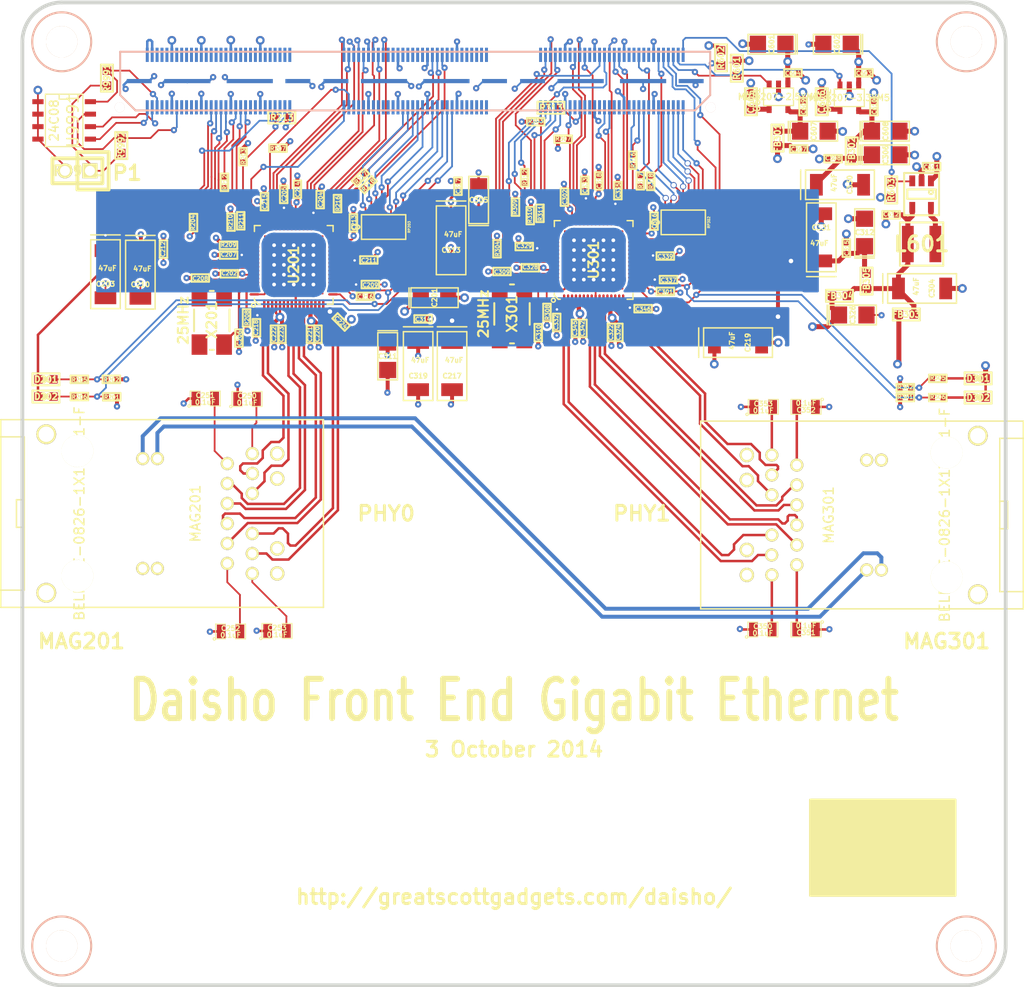
<source format=kicad_pcb>
(kicad_pcb (version 4) (host pcbnew "(2014-10-14 BZR 5188)-product")
  (title_block (title "Daisho Project RS232 Front-End Board") (rev 1.0) (comment 1 "Copyright © 2013 Benjamin Vernoux") (comment 2 "License: GNU General Public License, version 2"))
  (layers (0 C1F signal) (1 C2 signal) (2 C3 signal) (31 C4B signal) (34 B.Paste user) (35 F.Paste user) (36 B.SilkS user) (37 F.SilkS user) (38 B.Mask user) (39 F.Mask user) (44 Edge.Cuts user))
  (net 0 "")
  (net 1 "/GigE Phy0/GTX_CLK")
  (net 2 "/GigE Phy0/LED1_D")
  (net 3 "/GigE Phy0/LED2_D")
  (net 4 "/GigE Phy0/TXD0")
  (net 5 "/GigE Phy0/TXD1")
  (net 6 "/GigE Phy0/TXD2")
  (net 7 "/GigE Phy0/TXD3")
  (net 8 "/GigE Phy0/TXD4")
  (net 9 "/GigE Phy0/TXD5")
  (net 10 "/GigE Phy0/TXD6")
  (net 11 "/GigE Phy0/TXD7")
  (net 12 "/GigE Phy1/GTX_CLK")
  (net 13 "/GigE Phy1/LED1_D")
  (net 14 "/GigE Phy1/LED2_D")
  (net 15 "/GigE Phy1/TXD0")
  (net 16 "/GigE Phy1/TXD1")
  (net 17 "/GigE Phy1/TXD2")
  (net 18 "/GigE Phy1/TXD3")
  (net 19 "/GigE Phy1/TXD4")
  (net 20 "/GigE Phy1/TXD5")
  (net 21 "/GigE Phy1/TXD6")
  (net 22 "/GigE Phy1/TXD7")
  (net 23 "/daisho connector/FE_I2C_SCL")
  (net 24 "/daisho connector/FE_I2C_SDA")
  (net 25 "/daisho connector/VALT_FE")
  (net 26 FE_I2C_EEPROM_WP)
  (net 27 FE_I2C_VCC)
  (net 28 GIGE_AVDDH)
  (net 29 GIGE_AVDDL)
  (net 30 GIGE_AVDD_PLL)
  (net 31 GIGE_DVDDH)
  (net 32 GIGE_DVDDL)
  (net 33 GND)
  (net 34 MAG_VC_1)
  (net 35 MAG_VC_2)
  (net 36 MAG_VC_3)
  (net 37 MAG_VC_4)
  (net 38 PHY0_CLK125_NDO)
  (net 39 PHY0_COL)
  (net 40 PHY0_CRS)
  (net 41 PHY0_GM_GTX_CLK)
  (net 42 PHY0_GM_MDC)
  (net 43 PHY0_GM_MIO)
  (net 44 PHY0_GM_RXD0)
  (net 45 PHY0_GM_RXD1)
  (net 46 PHY0_GM_RXD2)
  (net 47 PHY0_GM_RXD3)
  (net 48 PHY0_GM_RXD4)
  (net 49 PHY0_GM_RXD5)
  (net 50 PHY0_GM_RXD6)
  (net 51 PHY0_GM_RXD7)
  (net 52 PHY0_GM_TXD0)
  (net 53 PHY0_GM_TXD1)
  (net 54 PHY0_GM_TXD2)
  (net 55 PHY0_GM_TXD3)
  (net 56 PHY0_GM_TXD4)
  (net 57 PHY0_GM_TXD5)
  (net 58 PHY0_GM_TXD6)
  (net 59 PHY0_GM_TXD7)
  (net 60 PHY0_GM_TX_EN)
  (net 61 PHY0_GM_TX_ER)
  (net 62 PHY0_HW_RST)
  (net 63 PHY0_INT_N)
  (net 64 PHY0_MDC)
  (net 65 PHY0_MDIO)
  (net 66 PHY0_PHYADDR0)
  (net 67 PHY0_PHYADDR1)
  (net 68 PHY0_TXRXM_A)
  (net 69 PHY0_TXRXM_B)
  (net 70 PHY0_TXRXM_C)
  (net 71 PHY0_TXRXM_D)
  (net 72 PHY0_TXRXP_A)
  (net 73 PHY0_TXRXP_B)
  (net 74 PHY0_TXRXP_C)
  (net 75 PHY0_TXRXP_D)
  (net 76 PHY0_TX_CLK)
  (net 77 PHY0_TX_EN)
  (net 78 PHY0_TX_ER)
  (net 79 PHY1_CLK125_NDO)
  (net 80 PHY1_COL)
  (net 81 PHY1_CRS)
  (net 82 PHY1_GM_GTX_CLK)
  (net 83 PHY1_GM_MDC)
  (net 84 PHY1_GM_MIO)
  (net 85 PHY1_GM_RXD0)
  (net 86 PHY1_GM_RXD1)
  (net 87 PHY1_GM_RXD2)
  (net 88 PHY1_GM_RXD3)
  (net 89 PHY1_GM_RXD4)
  (net 90 PHY1_GM_RXD5)
  (net 91 PHY1_GM_RXD6)
  (net 92 PHY1_GM_RXD7)
  (net 93 PHY1_GM_RX_ERR)
  (net 94 PHY1_GM_TXD0)
  (net 95 PHY1_GM_TXD1)
  (net 96 PHY1_GM_TXD2)
  (net 97 PHY1_GM_TXD3)
  (net 98 PHY1_GM_TXD4)
  (net 99 PHY1_GM_TXD5)
  (net 100 PHY1_GM_TXD6)
  (net 101 PHY1_GM_TXD7)
  (net 102 PHY1_GM_TX_EN)
  (net 103 PHY1_GM_TX_ER)
  (net 104 PHY1_HW_RST)
  (net 105 PHY1_INT_N)
  (net 106 PHY1_MDC)
  (net 107 PHY1_MDIO)
  (net 108 PHY1_PHYADDR0)
  (net 109 PHY1_PHYADDR1)
  (net 110 PHY1_TXRXM_A)
  (net 111 PHY1_TXRXM_B)
  (net 112 PHY1_TXRXM_C)
  (net 113 PHY1_TXRXM_D)
  (net 114 PHY1_TXRXP_A)
  (net 115 PHY1_TXRXP_B)
  (net 116 PHY1_TXRXP_C)
  (net 117 PHY1_TXRXP_D)
  (net 118 PHY1_TX_CLK)
  (net 119 PHY1_TX_EN)
  (net 120 PHY1_TX_ER)
  (net 121 V1P2_EN)
  (net 122 V1P2_REG)
  (net 123 V2P5_EN)
  (net 124 V2P5_REG)
  (net 125 V3P3_EN)
  (net 126 V3P3_REG)
  (net 127 VRAW_SW_5V)
  (net 128 "Net-(C206-Pad2)")
  (net 129 "Net-(C208-Pad2)")
  (net 130 "Net-(C250-Pad2)")
  (net 131 "Net-(C251-Pad2)")
  (net 132 "Net-(C252-Pad2)")
  (net 133 "Net-(C253-Pad2)")
  (net 134 "Net-(C309-Pad2)")
  (net 135 "Net-(C310-Pad2)")
  (net 136 "Net-(C350-Pad2)")
  (net 137 "Net-(C351-Pad2)")
  (net 138 "Net-(C352-Pad2)")
  (net 139 "Net-(C353-Pad2)")
  (net 140 "Net-(C605-Pad1)")
  (net 141 "Net-(C606-Pad1)")
  (net 142 "Net-(J9991-Pad5)")
  (net 143 "Net-(J9991-Pad8)")
  (net 144 "Net-(J9991-Pad7)")
  (net 145 "Net-(J9991-Pad10)")
  (net 146 "Net-(J9991-Pad9)")
  (net 147 "Net-(J9991-Pad13)")
  (net 148 "Net-(J9991-Pad16)")
  (net 149 "Net-(J9991-Pad15)")
  (net 150 "Net-(J9991-Pad18)")
  (net 151 "Net-(J9991-Pad17)")
  (net 152 "Net-(J9991-Pad20)")
  (net 153 "Net-(J9991-Pad19)")
  (net 154 "Net-(J9991-Pad22)")
  (net 155 "Net-(J9991-Pad21)")
  (net 156 "Net-(J9991-Pad26)")
  (net 157 "Net-(J9991-Pad25)")
  (net 158 "Net-(J9991-Pad27)")
  (net 159 "Net-(J9991-Pad29)")
  (net 160 "Net-(J9991-Pad31)")
  (net 161 "Net-(J9991-Pad33)")
  (net 162 "Net-(J9991-Pad37)")
  (net 163 "Net-(J9991-Pad39)")
  (net 164 "Net-(J9991-Pad41)")
  (net 165 "Net-(J9991-Pad44)")
  (net 166 "Net-(J9991-Pad43)")
  (net 167 "Net-(J9991-Pad46)")
  (net 168 "Net-(J9991-Pad45)")
  (net 169 "Net-(J9991-Pad50)")
  (net 170 "Net-(J9991-Pad49)")
  (net 171 "Net-(J9991-Pad52)")
  (net 172 "Net-(J9991-Pad51)")
  (net 173 "Net-(J9991-Pad54)")
  (net 174 "Net-(J9991-Pad53)")
  (net 175 "Net-(J9991-Pad55)")
  (net 176 PHY0_RX_CLK)
  (net 177 "Net-(J9991-Pad57)")
  (net 178 "Net-(J9991-Pad59)")
  (net 179 PHY0_RX_ERR)
  (net 180 PHY0_RXDV)
  (net 181 "Net-(J9991-Pad66)")
  (net 182 "Net-(J9991-Pad68)")
  (net 183 "Net-(J9991-Pad70)")
  (net 184 "Net-(J9991-Pad74)")
  (net 185 "Net-(J9991-Pad76)")
  (net 186 "Net-(J9991-Pad78)")
  (net 187 "Net-(J9991-Pad80)")
  (net 188 "Net-(J9991-Pad79)")
  (net 189 "Net-(J9991-Pad82)")
  (net 190 "Net-(J9991-Pad81)")
  (net 191 "Net-(J9991-Pad85)")
  (net 192 "Net-(J9991-Pad87)")
  (net 193 "Net-(J9991-Pad89)")
  (net 194 "Net-(J9991-Pad91)")
  (net 195 "Net-(J9991-Pad93)")
  (net 196 "Net-(J9991-Pad103)")
  (net 197 "Net-(J9991-Pad105)")
  (net 198 "Net-(J9991-Pad110)")
  (net 199 "Net-(J9991-Pad109)")
  (net 200 "Net-(J9991-Pad112)")
  (net 201 "Net-(J9991-Pad111)")
  (net 202 "Net-(J9991-Pad114)")
  (net 203 "Net-(J9991-Pad113)")
  (net 204 "Net-(J9991-Pad116)")
  (net 205 "Net-(J9991-Pad115)")
  (net 206 "Net-(J9991-Pad118)")
  (net 207 "Net-(J9991-Pad117)")
  (net 208 "Net-(J9991-Pad120)")
  (net 209 "Net-(J9991-Pad119)")
  (net 210 "Net-(J9991-Pad121)")
  (net 211 "Net-(J9991-Pad129)")
  (net 212 "Net-(J9991-Pad133)")
  (net 213 "Net-(J9991-Pad136)")
  (net 214 "Net-(J9991-Pad140)")
  (net 215 "Net-(J9991-Pad142)")
  (net 216 "Net-(J9991-Pad141)")
  (net 217 "Net-(J9991-Pad146)")
  (net 218 PHY1_RX_CLK)
  (net 219 "Net-(J9991-Pad152)")
  (net 220 "Net-(J9991-Pad154)")
  (net 221 "Net-(J9991-Pad158)")
  (net 222 "Net-(J9991-Pad157)")
  (net 223 "Net-(J9991-Pad159)")
  (net 224 "Net-(J9991-Pad163)")
  (net 225 "Net-(J9991-Pad166)")
  (net 226 "Net-(J9991-Pad165)")
  (net 227 "Net-(L601-Pad1)")
  (net 228 "Net-(MAG201-Pad20)")
  (net 229 "Net-(MAG201-Pad19)")
  (net 230 "Net-(MAG201-Pad18)")
  (net 231 "Net-(MAG301-Pad20)")
  (net 232 "Net-(MAG301-Pad19)")
  (net 233 "Net-(MAG301-Pad18)")
  (net 234 "Net-(P9991-Pad1)")
  (net 235 "Net-(R208-Pad2)")
  (net 236 "Net-(R308-Pad2)")
  (net 237 "Net-(U201-Pad6)")
  (net 238 "Net-(U201-Pad58)")
  (net 239 "Net-(U201-Pad62)")
  (net 240 "Net-(U301-Pad6)")
  (net 241 "Net-(U301-Pad58)")
  (net 242 "Net-(U301-Pad62)")
  (net 243 PHY0_PHYAD2)
  (net 244 PHY1_GM_RXDV)
  (net 245 PHY1_PHYAD2)
  (module SAMTEC_QSH-090-01-F-D-A (layer C4B) (at 119.95 52)
    (fp_text reference J9991 (at 32.175 -1.875) (layer B.SilkS) (effects (font (size 0.127 0.127) (thickness 0.03175)) (justify mirror)))
    (fp_text value SAMTEC_QSH-090-D (at -1.525 -5.175) (layer B.SilkS) (effects (font (size 0.0004 0.0004) (thickness 0.3048)) (justify mirror)))
    (pad 2 smd rect (at -27.24912 2.66954) (size 0.29972 1.45034) (layers C4B B.Paste B.Mask) (net 24 "/daisho connector/FE_I2C_SDA"))
    (pad 1 smd rect (at -27.24912 -2.66954) (size 0.29972 1.45034) (layers C4B B.Paste B.Mask) (net 25 "/daisho connector/VALT_FE"))
    (pad 4 smd rect (at -26.74874 2.66954) (size 0.29972 1.45034) (layers C4B B.Paste B.Mask) (net 23 "/daisho connector/FE_I2C_SCL"))
    (pad 3 smd rect (at -26.74874 -2.66954) (size 0.29972 1.45034) (layers C4B B.Paste B.Mask) (net 25 "/daisho connector/VALT_FE"))
    (pad 6 smd rect (at -26.2509 2.66954) (size 0.29972 1.45034) (layers C4B B.Paste B.Mask) (net 27 FE_I2C_VCC))
    (pad 5 smd rect (at -26.2509 -2.66954) (size 0.29972 1.45034) (layers C4B B.Paste B.Mask) (net 142 "Net-(J9991-Pad5)"))
    (pad 8 smd rect (at -25.75052 2.66954) (size 0.29972 1.45034) (layers C4B B.Paste B.Mask) (net 143 "Net-(J9991-Pad8)"))
    (pad 7 smd rect (at -25.75052 -2.66954) (size 0.29972 1.45034) (layers C4B B.Paste B.Mask) (net 144 "Net-(J9991-Pad7)"))
    (pad 10 smd rect (at -25.25014 2.66954) (size 0.29972 1.45034) (layers C4B B.Paste B.Mask) (net 145 "Net-(J9991-Pad10)"))
    (pad 9 smd rect (at -25.25014 -2.66954) (size 0.29972 1.45034) (layers C4B B.Paste B.Mask) (net 146 "Net-(J9991-Pad9)"))
    (pad 12 smd rect (at -24.74976 2.66954) (size 0.29972 1.45034) (layers C4B B.Paste B.Mask) (net 31 GIGE_DVDDH))
    (pad 11 smd rect (at -24.74976 -2.66954) (size 0.29972 1.45034) (layers C4B B.Paste B.Mask) (net 127 VRAW_SW_5V))
    (pad 14 smd rect (at -24.24938 2.66954) (size 0.29972 1.45034) (layers C4B B.Paste B.Mask) (net 26 FE_I2C_EEPROM_WP))
    (pad 13 smd rect (at -24.24938 -2.66954) (size 0.29972 1.45034) (layers C4B B.Paste B.Mask) (net 147 "Net-(J9991-Pad13)"))
    (pad 16 smd rect (at -23.749 2.66954) (size 0.29972 1.45034) (layers C4B B.Paste B.Mask) (net 148 "Net-(J9991-Pad16)"))
    (pad 15 smd rect (at -23.749 -2.66954) (size 0.29972 1.45034) (layers C4B B.Paste B.Mask) (net 149 "Net-(J9991-Pad15)"))
    (pad 18 smd rect (at -23.25116 2.66954) (size 0.29972 1.45034) (layers C4B B.Paste B.Mask) (net 150 "Net-(J9991-Pad18)"))
    (pad 17 smd rect (at -23.25116 -2.66954) (size 0.29972 1.45034) (layers C4B B.Paste B.Mask) (net 151 "Net-(J9991-Pad17)"))
    (pad 20 smd rect (at -22.75078 2.66954) (size 0.29972 1.45034) (layers C4B B.Paste B.Mask) (net 152 "Net-(J9991-Pad20)"))
    (pad 19 smd rect (at -22.75078 -2.66954) (size 0.29972 1.45034) (layers C4B B.Paste B.Mask) (net 153 "Net-(J9991-Pad19)"))
    (pad 22 smd rect (at -22.2504 2.66954) (size 0.29972 1.45034) (layers C4B B.Paste B.Mask) (net 154 "Net-(J9991-Pad22)"))
    (pad 21 smd rect (at -22.2504 -2.66954) (size 0.29972 1.45034) (layers C4B B.Paste B.Mask) (net 155 "Net-(J9991-Pad21)"))
    (pad 24 smd rect (at -21.75002 2.66954) (size 0.29972 1.45034) (layers C4B B.Paste B.Mask) (net 31 GIGE_DVDDH))
    (pad 23 smd rect (at -21.75002 -2.66954) (size 0.29972 1.45034) (layers C4B B.Paste B.Mask) (net 127 VRAW_SW_5V))
    (pad 26 smd rect (at -21.24964 2.66954) (size 0.29972 1.45034) (layers C4B B.Paste B.Mask) (net 156 "Net-(J9991-Pad26)"))
    (pad 25 smd rect (at -21.24964 -2.66954) (size 0.29972 1.45034) (layers C4B B.Paste B.Mask) (net 157 "Net-(J9991-Pad25)"))
    (pad 28 smd rect (at -20.74926 2.66954) (size 0.29972 1.45034) (layers C4B B.Paste B.Mask) (net 62 PHY0_HW_RST))
    (pad 27 smd rect (at -20.74926 -2.66954) (size 0.29972 1.45034) (layers C4B B.Paste B.Mask) (net 158 "Net-(J9991-Pad27)"))
    (pad 30 smd rect (at -20.24888 2.66954) (size 0.29972 1.45034) (layers C4B B.Paste B.Mask) (net 38 PHY0_CLK125_NDO))
    (pad 29 smd rect (at -20.24888 -2.66954) (size 0.29972 1.45034) (layers C4B B.Paste B.Mask) (net 159 "Net-(J9991-Pad29)"))
    (pad 32 smd rect (at -19.75104 2.66954) (size 0.29972 1.45034) (layers C4B B.Paste B.Mask) (net 63 PHY0_INT_N))
    (pad 31 smd rect (at -19.75104 -2.66954) (size 0.29972 1.45034) (layers C4B B.Paste B.Mask) (net 160 "Net-(J9991-Pad31)"))
    (pad 34 smd rect (at -19.25066 2.66954) (size 0.29972 1.45034) (layers C4B B.Paste B.Mask) (net 39 PHY0_COL))
    (pad 33 smd rect (at -19.25066 -2.66954) (size 0.29972 1.45034) (layers C4B B.Paste B.Mask) (net 161 "Net-(J9991-Pad33)"))
    (pad 36 smd rect (at -18.75028 2.66954) (size 0.29972 1.45034) (layers C4B B.Paste B.Mask) (net 31 GIGE_DVDDH))
    (pad 35 smd rect (at -18.75028 -2.66954) (size 0.29972 1.45034) (layers C4B B.Paste B.Mask) (net 127 VRAW_SW_5V))
    (pad 38 smd rect (at -18.2499 2.66954) (size 0.29972 1.45034) (layers C4B B.Paste B.Mask) (net 43 PHY0_GM_MIO))
    (pad 37 smd rect (at -18.2499 -2.66954) (size 0.29972 1.45034) (layers C4B B.Paste B.Mask) (net 162 "Net-(J9991-Pad37)"))
    (pad 40 smd rect (at -17.74952 2.66954) (size 0.29972 1.45034) (layers C4B B.Paste B.Mask) (net 42 PHY0_GM_MDC))
    (pad 39 smd rect (at -17.74952 -2.66954) (size 0.29972 1.45034) (layers C4B B.Paste B.Mask) (net 163 "Net-(J9991-Pad39)"))
    (pad 42 smd rect (at -17.24914 2.66954) (size 0.29972 1.45034) (layers C4B B.Paste B.Mask) (net 40 PHY0_CRS))
    (pad 41 smd rect (at -17.24914 -2.66954) (size 0.29972 1.45034) (layers C4B B.Paste B.Mask) (net 164 "Net-(J9991-Pad41)"))
    (pad 44 smd rect (at -16.74876 2.66954) (size 0.29972 1.45034) (layers C4B B.Paste B.Mask) (net 165 "Net-(J9991-Pad44)"))
    (pad 43 smd rect (at -16.74876 -2.66954) (size 0.29972 1.45034) (layers C4B B.Paste B.Mask) (net 166 "Net-(J9991-Pad43)"))
    (pad 46 smd rect (at -16.25092 2.66954) (size 0.29972 1.45034) (layers C4B B.Paste B.Mask) (net 167 "Net-(J9991-Pad46)"))
    (pad 45 smd rect (at -16.25092 -2.66954) (size 0.29972 1.45034) (layers C4B B.Paste B.Mask) (net 168 "Net-(J9991-Pad45)"))
    (pad 48 smd rect (at -15.75054 2.66954) (size 0.29972 1.45034) (layers C4B B.Paste B.Mask) (net 31 GIGE_DVDDH))
    (pad 47 smd rect (at -15.75054 -2.66954) (size 0.29972 1.45034) (layers C4B B.Paste B.Mask) (net 127 VRAW_SW_5V))
    (pad 50 smd rect (at -15.25016 2.66954) (size 0.29972 1.45034) (layers C4B B.Paste B.Mask) (net 169 "Net-(J9991-Pad50)"))
    (pad 49 smd rect (at -15.25016 -2.66954) (size 0.29972 1.45034) (layers C4B B.Paste B.Mask) (net 170 "Net-(J9991-Pad49)"))
    (pad 52 smd rect (at -14.74978 2.66954) (size 0.29972 1.45034) (layers C4B B.Paste B.Mask) (net 171 "Net-(J9991-Pad52)"))
    (pad 51 smd rect (at -14.74978 -2.66954) (size 0.29972 1.45034) (layers C4B B.Paste B.Mask) (net 172 "Net-(J9991-Pad51)"))
    (pad 54 smd rect (at -14.2494 2.66954) (size 0.29972 1.45034) (layers C4B B.Paste B.Mask) (net 173 "Net-(J9991-Pad54)"))
    (pad 53 smd rect (at -14.2494 -2.66954) (size 0.29972 1.45034) (layers C4B B.Paste B.Mask) (net 174 "Net-(J9991-Pad53)"))
    (pad 56 smd rect (at -13.74902 2.66954) (size 0.29972 1.45034) (layers C4B B.Paste B.Mask) (net 76 PHY0_TX_CLK))
    (pad 55 smd rect (at -13.74902 -2.66954) (size 0.29972 1.45034) (layers C4B B.Paste B.Mask) (net 175 "Net-(J9991-Pad55)"))
    (pad 58 smd rect (at -13.25118 2.66954) (size 0.29972 1.45034) (layers C4B B.Paste B.Mask) (net 176 PHY0_RX_CLK))
    (pad 57 smd rect (at -13.25118 -2.66954) (size 0.29972 1.45034) (layers C4B B.Paste B.Mask) (net 177 "Net-(J9991-Pad57)"))
    (pad 60 smd rect (at -12.7508 2.66954) (size 0.29972 1.45034) (layers C4B B.Paste B.Mask) (net 243 PHY0_PHYAD2))
    (pad 59 smd rect (at -12.7508 -2.66954) (size 0.29972 1.45034) (layers C4B B.Paste B.Mask) (net 178 "Net-(J9991-Pad59)"))
    (pad A0 smd rect (at -28.06446 0) (size 2.54 0.42926) (layers C4B B.Paste B.Mask) (net 33 GND))
    (pad A1 smd rect (at -23.17496 0) (size 4.699 0.42926) (layers C4B B.Paste B.Mask) (net 33 GND))
    (pad A2 smd rect (at -16.82496 0) (size 4.699 0.42926) (layers C4B B.Paste B.Mask) (net 33 GND))
    (pad A3 smd rect (at -11.93546 0) (size 2.54 0.42926) (layers C4B B.Paste B.Mask) (net 33 GND))
    (pad 62 smd rect (at -7.24916 2.66954) (size 0.29972 1.45034) (layers C4B B.Paste B.Mask) (net 179 PHY0_RX_ERR))
    (pad 61 smd rect (at -7.24916 -2.66954) (size 0.29972 1.45034) (layers C4B B.Paste B.Mask) (net 44 PHY0_GM_RXD0))
    (pad 64 smd rect (at -6.74878 2.66954) (size 0.29972 1.45034) (layers C4B B.Paste B.Mask) (net 180 PHY0_RXDV))
    (pad 63 smd rect (at -6.74878 -2.66954) (size 0.29972 1.45034) (layers C4B B.Paste B.Mask) (net 45 PHY0_GM_RXD1))
    (pad 66 smd rect (at -6.25094 2.66954) (size 0.29972 1.45034) (layers C4B B.Paste B.Mask) (net 181 "Net-(J9991-Pad66)"))
    (pad 65 smd rect (at -6.25094 -2.66954) (size 0.29972 1.45034) (layers C4B B.Paste B.Mask) (net 46 PHY0_GM_RXD2))
    (pad 68 smd rect (at -5.75056 2.66954) (size 0.29972 1.45034) (layers C4B B.Paste B.Mask) (net 182 "Net-(J9991-Pad68)"))
    (pad 67 smd rect (at -5.75056 -2.66954) (size 0.29972 1.45034) (layers C4B B.Paste B.Mask) (net 47 PHY0_GM_RXD3))
    (pad 70 smd rect (at -5.25018 2.66954) (size 0.29972 1.45034) (layers C4B B.Paste B.Mask) (net 183 "Net-(J9991-Pad70)"))
    (pad 69 smd rect (at -5.25018 -2.66954) (size 0.29972 1.45034) (layers C4B B.Paste B.Mask) (net 48 PHY0_GM_RXD4))
    (pad 72 smd rect (at -4.7498 2.66954) (size 0.29972 1.45034) (layers C4B B.Paste B.Mask) (net 31 GIGE_DVDDH))
    (pad 71 smd rect (at -4.7498 -2.66954) (size 0.29972 1.45034) (layers C4B B.Paste B.Mask) (net 31 GIGE_DVDDH))
    (pad 74 smd rect (at -4.24942 2.66954) (size 0.29972 1.45034) (layers C4B B.Paste B.Mask) (net 184 "Net-(J9991-Pad74)"))
    (pad 73 smd rect (at -4.24942 -2.66954) (size 0.29972 1.45034) (layers C4B B.Paste B.Mask) (net 49 PHY0_GM_RXD5))
    (pad 76 smd rect (at -3.74904 2.66954) (size 0.29972 1.45034) (layers C4B B.Paste B.Mask) (net 185 "Net-(J9991-Pad76)"))
    (pad 75 smd rect (at -3.74904 -2.66954) (size 0.29972 1.45034) (layers C4B B.Paste B.Mask) (net 50 PHY0_GM_RXD6))
    (pad 78 smd rect (at -3.2512 2.66954) (size 0.29972 1.45034) (layers C4B B.Paste B.Mask) (net 186 "Net-(J9991-Pad78)"))
    (pad 77 smd rect (at -3.2512 -2.66954) (size 0.29972 1.45034) (layers C4B B.Paste B.Mask) (net 51 PHY0_GM_RXD7))
    (pad 80 smd rect (at -2.75082 2.66954) (size 0.29972 1.45034) (layers C4B B.Paste B.Mask) (net 187 "Net-(J9991-Pad80)"))
    (pad 79 smd rect (at -2.75082 -2.66954) (size 0.29972 1.45034) (layers C4B B.Paste B.Mask) (net 188 "Net-(J9991-Pad79)"))
    (pad 82 smd rect (at -2.25044 2.66954) (size 0.29972 1.45034) (layers C4B B.Paste B.Mask) (net 189 "Net-(J9991-Pad82)"))
    (pad 81 smd rect (at -2.25044 -2.66954) (size 0.29972 1.45034) (layers C4B B.Paste B.Mask) (net 190 "Net-(J9991-Pad81)"))
    (pad 84 smd rect (at -1.75006 2.66954) (size 0.29972 1.45034) (layers C4B B.Paste B.Mask) (net 31 GIGE_DVDDH))
    (pad 83 smd rect (at -1.75006 -2.66954) (size 0.29972 1.45034) (layers C4B B.Paste B.Mask) (net 31 GIGE_DVDDH))
    (pad 86 smd rect (at -1.24968 2.66954) (size 0.29972 1.45034) (layers C4B B.Paste B.Mask) (net 59 PHY0_GM_TXD7))
    (pad 85 smd rect (at -1.24968 -2.66954) (size 0.29972 1.45034) (layers C4B B.Paste B.Mask) (net 191 "Net-(J9991-Pad85)"))
    (pad 88 smd rect (at -0.7493 2.66954) (size 0.29972 1.45034) (layers C4B B.Paste B.Mask) (net 58 PHY0_GM_TXD6))
    (pad 87 smd rect (at -0.7493 -2.66954) (size 0.29972 1.45034) (layers C4B B.Paste B.Mask) (net 192 "Net-(J9991-Pad87)"))
    (pad 90 smd rect (at -0.24892 2.66954) (size 0.29972 1.45034) (layers C4B B.Paste B.Mask) (net 57 PHY0_GM_TXD5))
    (pad 89 smd rect (at -0.24892 -2.66954) (size 0.29972 1.45034) (layers C4B B.Paste B.Mask) (net 193 "Net-(J9991-Pad89)"))
    (pad 92 smd rect (at 0.24892 2.66954) (size 0.29972 1.45034) (layers C4B B.Paste B.Mask) (net 56 PHY0_GM_TXD4))
    (pad 91 smd rect (at 0.24892 -2.66954) (size 0.29972 1.45034) (layers C4B B.Paste B.Mask) (net 194 "Net-(J9991-Pad91)"))
    (pad 94 smd rect (at 0.7493 2.66954) (size 0.29972 1.45034) (layers C4B B.Paste B.Mask) (net 55 PHY0_GM_TXD3))
    (pad 93 smd rect (at 0.7493 -2.66954) (size 0.29972 1.45034) (layers C4B B.Paste B.Mask) (net 195 "Net-(J9991-Pad93)"))
    (pad 96 smd rect (at 1.24968 2.66954) (size 0.29972 1.45034) (layers C4B B.Paste B.Mask) (net 31 GIGE_DVDDH))
    (pad 95 smd rect (at 1.24968 -2.66954) (size 0.29972 1.45034) (layers C4B B.Paste B.Mask) (net 31 GIGE_DVDDH))
    (pad 98 smd rect (at 1.75006 2.66954) (size 0.29972 1.45034) (layers C4B B.Paste B.Mask) (net 54 PHY0_GM_TXD2))
    (pad 97 smd rect (at 1.75006 -2.66954) (size 0.29972 1.45034) (layers C4B B.Paste B.Mask) (net 60 PHY0_GM_TX_EN))
    (pad 100 smd rect (at 2.25044 2.66954) (size 0.29972 1.45034) (layers C4B B.Paste B.Mask) (net 53 PHY0_GM_TXD1))
    (pad 99 smd rect (at 2.25044 -2.66954) (size 0.29972 1.45034) (layers C4B B.Paste B.Mask) (net 41 PHY0_GM_GTX_CLK))
    (pad 102 smd rect (at 2.75082 2.66954) (size 0.29972 1.45034) (layers C4B B.Paste B.Mask) (net 52 PHY0_GM_TXD0))
    (pad 101 smd rect (at 2.75082 -2.66954) (size 0.29972 1.45034) (layers C4B B.Paste B.Mask) (net 61 PHY0_GM_TX_ER))
    (pad 104 smd rect (at 3.2512 2.66954) (size 0.29972 1.45034) (layers C4B B.Paste B.Mask) (net 66 PHY0_PHYADDR0))
    (pad 103 smd rect (at 3.2512 -2.66954) (size 0.29972 1.45034) (layers C4B B.Paste B.Mask) (net 196 "Net-(J9991-Pad103)"))
    (pad 106 smd rect (at 3.74904 2.66954) (size 0.29972 1.45034) (layers C4B B.Paste B.Mask) (net 67 PHY0_PHYADDR1))
    (pad 105 smd rect (at 3.74904 -2.66954) (size 0.29972 1.45034) (layers C4B B.Paste B.Mask) (net 197 "Net-(J9991-Pad105)"))
    (pad 108 smd rect (at 4.24942 2.66954) (size 0.29972 1.45034) (layers C4B B.Paste B.Mask) (net 31 GIGE_DVDDH))
    (pad 107 smd rect (at 4.24942 -2.66954) (size 0.29972 1.45034) (layers C4B B.Paste B.Mask) (net 31 GIGE_DVDDH))
    (pad 110 smd rect (at 4.7498 2.66954) (size 0.29972 1.45034) (layers C4B B.Paste B.Mask) (net 198 "Net-(J9991-Pad110)"))
    (pad 109 smd rect (at 4.7498 -2.66954) (size 0.29972 1.45034) (layers C4B B.Paste B.Mask) (net 199 "Net-(J9991-Pad109)"))
    (pad 112 smd rect (at 5.25018 2.66954) (size 0.29972 1.45034) (layers C4B B.Paste B.Mask) (net 200 "Net-(J9991-Pad112)"))
    (pad 111 smd rect (at 5.25018 -2.66954) (size 0.29972 1.45034) (layers C4B B.Paste B.Mask) (net 201 "Net-(J9991-Pad111)"))
    (pad 114 smd rect (at 5.75056 2.66954) (size 0.29972 1.45034) (layers C4B B.Paste B.Mask) (net 202 "Net-(J9991-Pad114)"))
    (pad 113 smd rect (at 5.75056 -2.66954) (size 0.29972 1.45034) (layers C4B B.Paste B.Mask) (net 203 "Net-(J9991-Pad113)"))
    (pad 116 smd rect (at 6.25094 2.66954) (size 0.29972 1.45034) (layers C4B B.Paste B.Mask) (net 204 "Net-(J9991-Pad116)"))
    (pad 115 smd rect (at 6.25094 -2.66954) (size 0.29972 1.45034) (layers C4B B.Paste B.Mask) (net 205 "Net-(J9991-Pad115)"))
    (pad 118 smd rect (at 6.74878 2.66954) (size 0.29972 1.45034) (layers C4B B.Paste B.Mask) (net 206 "Net-(J9991-Pad118)"))
    (pad 117 smd rect (at 6.74878 -2.66954) (size 0.29972 1.45034) (layers C4B B.Paste B.Mask) (net 207 "Net-(J9991-Pad117)"))
    (pad 120 smd rect (at 7.24916 2.66954) (size 0.29972 1.45034) (layers C4B B.Paste B.Mask) (net 208 "Net-(J9991-Pad120)"))
    (pad 119 smd rect (at 7.24916 -2.66954) (size 0.29972 1.45034) (layers C4B B.Paste B.Mask) (net 209 "Net-(J9991-Pad119)"))
    (pad B0 smd rect (at -8.0645 0) (size 2.54 0.42926) (layers C4B B.Paste B.Mask) (net 33 GND))
    (pad B1 smd rect (at -3.175 0) (size 4.699 0.42926) (layers C4B B.Paste B.Mask) (net 33 GND))
    (pad B2 smd rect (at 3.175 0) (size 4.699 0.42926) (layers C4B B.Paste B.Mask) (net 33 GND))
    (pad B3 smd rect (at 8.0645 0) (size 2.54 0.42926) (layers C4B B.Paste B.Mask) (net 33 GND))
    (pad 122 smd rect (at 12.7508 2.66954) (size 0.29972 1.45034) (layers C4B B.Paste B.Mask) (net 105 PHY1_INT_N))
    (pad 121 smd rect (at 12.7508 -2.66954) (size 0.29972 1.45034) (layers C4B B.Paste B.Mask) (net 210 "Net-(J9991-Pad121)"))
    (pad 124 smd rect (at 13.25118 2.66954) (size 0.29972 1.45034) (layers C4B B.Paste B.Mask) (net 80 PHY1_COL))
    (pad 123 smd rect (at 13.25118 -2.66954) (size 0.29972 1.45034) (layers C4B B.Paste B.Mask) (net 104 PHY1_HW_RST))
    (pad 126 smd rect (at 13.74902 2.66954) (size 0.29972 1.45034) (layers C4B B.Paste B.Mask) (net 84 PHY1_GM_MIO))
    (pad 125 smd rect (at 13.74902 -2.66954) (size 0.29972 1.45034) (layers C4B B.Paste B.Mask) (net 79 PHY1_CLK125_NDO))
    (pad 128 smd rect (at 14.2494 2.66954) (size 0.29972 1.45034) (layers C4B B.Paste B.Mask) (net 81 PHY1_CRS))
    (pad 127 smd rect (at 14.2494 -2.66954) (size 0.29972 1.45034) (layers C4B B.Paste B.Mask) (net 83 PHY1_GM_MDC))
    (pad 130 smd rect (at 14.74978 2.66954) (size 0.29972 1.45034) (layers C4B B.Paste B.Mask) (net 93 PHY1_GM_RX_ERR))
    (pad 129 smd rect (at 14.74978 -2.66954) (size 0.29972 1.45034) (layers C4B B.Paste B.Mask) (net 211 "Net-(J9991-Pad129)"))
    (pad 132 smd rect (at 15.25016 2.66954) (size 0.29972 1.45034) (layers C4B B.Paste B.Mask) (net 31 GIGE_DVDDH))
    (pad 131 smd rect (at 15.25016 -2.66954) (size 0.29972 1.45034) (layers C4B B.Paste B.Mask) (net 31 GIGE_DVDDH))
    (pad 134 smd rect (at 15.75054 2.66954) (size 0.29972 1.45034) (layers C4B B.Paste B.Mask) (net 244 PHY1_GM_RXDV))
    (pad 133 smd rect (at 15.75054 -2.66954) (size 0.29972 1.45034) (layers C4B B.Paste B.Mask) (net 212 "Net-(J9991-Pad133)"))
    (pad 136 smd rect (at 16.25092 2.66954) (size 0.29972 1.45034) (layers C4B B.Paste B.Mask) (net 213 "Net-(J9991-Pad136)"))
    (pad 135 smd rect (at 16.25092 -2.66954) (size 0.29972 1.45034) (layers C4B B.Paste B.Mask) (net 85 PHY1_GM_RXD0))
    (pad 138 smd rect (at 16.74876 2.66954) (size 0.29972 1.45034) (layers C4B B.Paste B.Mask) (net 245 PHY1_PHYAD2))
    (pad 137 smd rect (at 16.74876 -2.66954) (size 0.29972 1.45034) (layers C4B B.Paste B.Mask) (net 86 PHY1_GM_RXD1))
    (pad 140 smd rect (at 17.24914 2.66954) (size 0.29972 1.45034) (layers C4B B.Paste B.Mask) (net 214 "Net-(J9991-Pad140)"))
    (pad 139 smd rect (at 17.24914 -2.66954) (size 0.29972 1.45034) (layers C4B B.Paste B.Mask) (net 87 PHY1_GM_RXD2))
    (pad 142 smd rect (at 17.74952 2.66954) (size 0.29972 1.45034) (layers C4B B.Paste B.Mask) (net 215 "Net-(J9991-Pad142)"))
    (pad 141 smd rect (at 17.74952 -2.66954) (size 0.29972 1.45034) (layers C4B B.Paste B.Mask) (net 216 "Net-(J9991-Pad141)"))
    (pad 144 smd rect (at 18.2499 2.66954) (size 0.29972 1.45034) (layers C4B B.Paste B.Mask) (net 31 GIGE_DVDDH))
    (pad 143 smd rect (at 18.2499 -2.66954) (size 0.29972 1.45034) (layers C4B B.Paste B.Mask) (net 31 GIGE_DVDDH))
    (pad 146 smd rect (at 18.75028 2.66954) (size 0.29972 1.45034) (layers C4B B.Paste B.Mask) (net 217 "Net-(J9991-Pad146)"))
    (pad 145 smd rect (at 18.75028 -2.66954) (size 0.29972 1.45034) (layers C4B B.Paste B.Mask) (net 118 PHY1_TX_CLK))
    (pad 148 smd rect (at 19.25066 2.66954) (size 0.29972 1.45034) (layers C4B B.Paste B.Mask) (net 88 PHY1_GM_RXD3))
    (pad 147 smd rect (at 19.25066 -2.66954) (size 0.29972 1.45034) (layers C4B B.Paste B.Mask) (net 218 PHY1_RX_CLK))
    (pad 150 smd rect (at 19.75104 2.66954) (size 0.29972 1.45034) (layers C4B B.Paste B.Mask) (net 89 PHY1_GM_RXD4))
    (pad 149 smd rect (at 19.75104 -2.66954) (size 0.29972 1.45034) (layers C4B B.Paste B.Mask) (net 90 PHY1_GM_RXD5))
    (pad 152 smd rect (at 20.24888 2.66954) (size 0.29972 1.45034) (layers C4B B.Paste B.Mask) (net 219 "Net-(J9991-Pad152)"))
    (pad 151 smd rect (at 20.24888 -2.66954) (size 0.29972 1.45034) (layers C4B B.Paste B.Mask) (net 91 PHY1_GM_RXD6))
    (pad 154 smd rect (at 20.74926 2.66954) (size 0.29972 1.45034) (layers C4B B.Paste B.Mask) (net 220 "Net-(J9991-Pad154)"))
    (pad 153 smd rect (at 20.74926 -2.66954) (size 0.29972 1.45034) (layers C4B B.Paste B.Mask) (net 92 PHY1_GM_RXD7))
    (pad 156 smd rect (at 21.24964 2.66954) (size 0.29972 1.45034) (layers C4B B.Paste B.Mask) (net 31 GIGE_DVDDH))
    (pad 155 smd rect (at 21.24964 -2.66954) (size 0.29972 1.45034) (layers C4B B.Paste B.Mask) (net 31 GIGE_DVDDH))
    (pad 158 smd rect (at 21.75002 2.66954) (size 0.29972 1.45034) (layers C4B B.Paste B.Mask) (net 221 "Net-(J9991-Pad158)"))
    (pad 157 smd rect (at 21.75002 -2.66954) (size 0.29972 1.45034) (layers C4B B.Paste B.Mask) (net 222 "Net-(J9991-Pad157)"))
    (pad 160 smd rect (at 22.2504 2.66954) (size 0.29972 1.45034) (layers C4B B.Paste B.Mask) (net 101 PHY1_GM_TXD7))
    (pad 159 smd rect (at 22.2504 -2.66954) (size 0.29972 1.45034) (layers C4B B.Paste B.Mask) (net 223 "Net-(J9991-Pad159)"))
    (pad 162 smd rect (at 22.75078 2.66954) (size 0.29972 1.45034) (layers C4B B.Paste B.Mask) (net 102 PHY1_GM_TX_EN))
    (pad 161 smd rect (at 22.75078 -2.66954) (size 0.29972 1.45034) (layers C4B B.Paste B.Mask) (net 82 PHY1_GM_GTX_CLK))
    (pad 164 smd rect (at 23.25116 2.66954) (size 0.29972 1.45034) (layers C4B B.Paste B.Mask) (net 100 PHY1_GM_TXD6))
    (pad 163 smd rect (at 23.25116 -2.66954) (size 0.29972 1.45034) (layers C4B B.Paste B.Mask) (net 224 "Net-(J9991-Pad163)"))
    (pad 166 smd rect (at 23.749 2.66954) (size 0.29972 1.45034) (layers C4B B.Paste B.Mask) (net 225 "Net-(J9991-Pad166)"))
    (pad 165 smd rect (at 23.749 -2.66954) (size 0.29972 1.45034) (layers C4B B.Paste B.Mask) (net 226 "Net-(J9991-Pad165)"))
    (pad 168 smd rect (at 24.24938 2.66954) (size 0.29972 1.45034) (layers C4B B.Paste B.Mask) (net 31 GIGE_DVDDH))
    (pad 167 smd rect (at 24.24938 -2.66954) (size 0.29972 1.45034) (layers C4B B.Paste B.Mask) (net 31 GIGE_DVDDH))
    (pad 170 smd rect (at 24.74976 2.66954) (size 0.29972 1.45034) (layers C4B B.Paste B.Mask) (net 99 PHY1_GM_TXD5))
    (pad 169 smd rect (at 24.74976 -2.66954) (size 0.29972 1.45034) (layers C4B B.Paste B.Mask) (net 103 PHY1_GM_TX_ER))
    (pad 172 smd rect (at 25.25014 2.66954) (size 0.29972 1.45034) (layers C4B B.Paste B.Mask) (net 98 PHY1_GM_TXD4))
    (pad 171 smd rect (at 25.25014 -2.66954) (size 0.29972 1.45034) (layers C4B B.Paste B.Mask) (net 108 PHY1_PHYADDR0))
    (pad 174 smd rect (at 25.75052 2.66954) (size 0.29972 1.45034) (layers C4B B.Paste B.Mask) (net 97 PHY1_GM_TXD3))
    (pad 173 smd rect (at 25.75052 -2.66954) (size 0.29972 1.45034) (layers C4B B.Paste B.Mask) (net 109 PHY1_PHYADDR1))
    (pad 176 smd rect (at 26.2509 2.66954) (size 0.29972 1.45034) (layers C4B B.Paste B.Mask) (net 96 PHY1_GM_TXD2))
    (pad 175 smd rect (at 26.2509 -2.66954) (size 0.29972 1.45034) (layers C4B B.Paste B.Mask) (net 123 V2P5_EN))
    (pad 178 smd rect (at 26.74874 2.66954) (size 0.29972 1.45034) (layers C4B B.Paste B.Mask) (net 95 PHY1_GM_TXD1))
    (pad 177 smd rect (at 26.74874 -2.66954) (size 0.29972 1.45034) (layers C4B B.Paste B.Mask) (net 125 V3P3_EN))
    (pad 180 smd rect (at 27.24912 2.66954) (size 0.29972 1.45034) (layers C4B B.Paste B.Mask) (net 94 PHY1_GM_TXD0))
    (pad 179 smd rect (at 27.24912 -2.66954) (size 0.29972 1.45034) (layers C4B B.Paste B.Mask) (net 121 V1P2_EN))
    (pad C0 smd rect (at 11.93546 0) (size 2.54 0.42926) (layers C4B B.Paste B.Mask) (net 33 GND))
    (pad C1 smd rect (at 16.82496 0) (size 4.699 0.42926) (layers C4B B.Paste B.Mask) (net 33 GND))
    (pad C2 smd rect (at 23.17496 0) (size 4.699 0.42926) (layers C4B B.Paste B.Mask) (net 33 GND))
    (pad C3 smd rect (at 28.06446 0) (size 2.54 0.42926) (layers C4B B.Paste B.Mask) (net 33 GND))
    (pad "" np_thru_hole circle (at -30.05074 2.66954) (size 1.02108 1.02108) (drill 1.02108) (layers *.Cu *.Mask B.SilkS))
    (pad "" np_thru_hole circle (at 30.05074 2.66954) (size 1.02108 1.02108) (drill 1.02108) (layers *.Cu *.Mask B.SilkS))
  )
  (module GSG-HOLE126MIL (layer C1F) (at 84.0003 48.0009)
    (fp_text reference H1 hide)
    (fp_text value HOLE hide)
    (pad "" np_thru_hole circle (at 0 0) (size 3.2004 3.2004) (drill 3.2004) (layers *.Cu *.SilkS *.Mask))
  )
  (module GSG-HOLE126MIL (layer C1F) (at 175.999 48.0009)
    (fp_text reference H2 hide)
    (fp_text value HOLE hide)
    (pad "" np_thru_hole circle (at 0 0) (size 3.2004 3.2004) (drill 3.2004) (layers *.Cu *.SilkS *.Mask))
  )
  (module GSG-HOLE126MIL (layer C1F) (at 84.0003 140)
    (fp_text reference H3 hide)
    (fp_text value HOLE hide)
    (pad "" np_thru_hole circle (at 0 0) (size 3.2004 3.2004) (drill 3.2004) (layers *.Cu *.SilkS *.Mask))
  )
  (module GSG-HOLE126MIL (layer C1F) (at 175.999 140)
    (fp_text reference H4 hide)
    (fp_text value HOLE hide)
    (pad "" np_thru_hole circle (at 0 0) (size 3.2004 3.2004) (drill 3.2004) (layers *.Cu *.SilkS *.Mask))
  )
  (module GSG-0603 (layer C1F) (at 88.6 51.7 270)
    (fp_text reference R9991 (at 0 0 270) (layer F.SilkS) (effects (font (size 0.6096 0.6096) (thickness 0.1524))))
    (fp_text value 10k hide)
    (pad 2 smd rect (at 0.762 0 270) (size 0.8636 0.8636) (layers C1F F.Paste F.Mask) (net 234 "Net-(P9991-Pad1)") (clearance 0.1778))
    (pad 1 smd rect (at -0.762 0 270) (size 0.8636 0.8636) (layers C1F F.Paste F.Mask) (net 27 FE_I2C_VCC) (clearance 0.1778))
  )
  (module GSG-0603 (layer C1F) (at 90.06 58.56 270)
    (fp_text reference R9992 (at 0 0 270) (layer F.SilkS) (effects (font (size 0.6096 0.6096) (thickness 0.1524))))
    (fp_text value 10k hide)
    (pad 2 smd rect (at 0.762 0 270) (size 0.8636 0.8636) (layers C1F F.Paste F.Mask) (net 234 "Net-(P9991-Pad1)") (clearance 0.1778))
    (pad 1 smd rect (at -0.762 0 270) (size 0.8636 0.8636) (layers C1F F.Paste F.Mask) (net 26 FE_I2C_EEPROM_WP) (clearance 0.1778))
  )
  (module SO8E (layer C1F) (at 84.25 56 270)
    (fp_text reference U9991 (at 0 -0.889 270) (layer F.SilkS) (effects (font (size 1.143 1.143) (thickness 0.1524))))
    (fp_text value 24C08 (at 0 1.016 270) (layer F.SilkS) (effects (font (size 0.889 0.889) (thickness 0.1524))))
    (pad 8 smd rect (at -1.905 -2.667 270) (size 0.508 1.143) (layers C1F F.Paste F.Mask) (net 27 FE_I2C_VCC))
    (pad 1 smd rect (at -1.905 2.667 270) (size 0.508 1.143) (layers C1F F.Paste F.Mask) (net 33 GND))
    (pad 7 smd rect (at -0.635 -2.667 270) (size 0.508 1.143) (layers C1F F.Paste F.Mask) (net 26 FE_I2C_EEPROM_WP))
    (pad 6 smd rect (at 0.635 -2.667 270) (size 0.508 1.143) (layers C1F F.Paste F.Mask) (net 23 "/daisho connector/FE_I2C_SCL"))
    (pad 5 smd rect (at 1.905 -2.667 270) (size 0.508 1.143) (layers C1F F.Paste F.Mask) (net 24 "/daisho connector/FE_I2C_SDA"))
    (pad 2 smd rect (at -0.635 2.667 270) (size 0.508 1.143) (layers C1F F.Paste F.Mask) (net 33 GND))
    (pad 3 smd rect (at 0.635 2.667 270) (size 0.508 1.143) (layers C1F F.Paste F.Mask) (net 33 GND))
    (pad 4 smd rect (at 1.905 2.667 270) (size 0.508 1.143) (layers C1F F.Paste F.Mask) (net 33 GND))
  )
  (module GSG-HEADER-1x2 (layer C1F) (at 85.6 61.13 180)
    (fp_text reference P9991 (at 0 0 180) (layer F.SilkS) (effects (font (size 1.016 1.016) (thickness 0.2032))))
    (fp_text value CONN_2 hide)
    (pad 1 thru_hole rect (at -1.27 0 180) (size 1.524 1.524) (drill 1.016) (layers *.Cu *.Mask F.SilkS) (net 234 "Net-(P9991-Pad1)"))
    (pad 2 thru_hole circle (at 1.27 0 180) (size 1.524 1.524) (drill 1.016) (layers *.Cu *.Mask F.SilkS) (net 33 GND))
  )
  (module SM0805 (layer C1F) (at 101.175 108)
    (fp_text reference C252 (at 0 -0.3175) (layer F.SilkS) (effects (font (size 0.50038 0.50038) (thickness 0.10922))))
    (fp_text value 0.1uF (at 0 0.381) (layer F.SilkS) (effects (font (size 0.50038 0.50038) (thickness 0.10922))))
    (pad 1 smd rect (at -0.9525 0) (size 0.889 1.397) (layers C1F F.Paste F.Mask) (net 33 GND))
    (pad 2 smd rect (at 0.9525 0) (size 0.889 1.397) (layers C1F F.Paste F.Mask) (net 132 "Net-(C252-Pad2)"))
  )
  (module SM0805 (layer C1F) (at 98.6 84.3)
    (fp_text reference C251 (at 0 -0.3175) (layer F.SilkS) (effects (font (size 0.50038 0.50038) (thickness 0.10922))))
    (fp_text value 0.1uF (at 0 0.381) (layer F.SilkS) (effects (font (size 0.50038 0.50038) (thickness 0.10922))))
    (pad 1 smd rect (at -0.9525 0) (size 0.889 1.397) (layers C1F F.Paste F.Mask) (net 33 GND))
    (pad 2 smd rect (at 0.9525 0) (size 0.889 1.397) (layers C1F F.Paste F.Mask) (net 131 "Net-(C251-Pad2)"))
  )
  (module SM0805 (layer C1F) (at 102.85 84.35)
    (fp_text reference C250 (at 0 -0.3175) (layer F.SilkS) (effects (font (size 0.50038 0.50038) (thickness 0.10922))))
    (fp_text value 0.1uF (at 0 0.381) (layer F.SilkS) (effects (font (size 0.50038 0.50038) (thickness 0.10922))))
    (pad 1 smd rect (at -0.9525 0) (size 0.889 1.397) (layers C1F F.Paste F.Mask) (net 33 GND))
    (pad 2 smd rect (at 0.9525 0) (size 0.889 1.397) (layers C1F F.Paste F.Mask) (net 130 "Net-(C250-Pad2)"))
  )
  (module SM0805 (layer C1F) (at 105.9 107.95)
    (fp_text reference C253 (at 0 -0.3175) (layer F.SilkS) (effects (font (size 0.50038 0.50038) (thickness 0.10922))))
    (fp_text value 0.1uF (at 0 0.381) (layer F.SilkS) (effects (font (size 0.50038 0.50038) (thickness 0.10922))))
    (pad 1 smd rect (at -0.9525 0) (size 0.889 1.397) (layers C1F F.Paste F.Mask) (net 33 GND))
    (pad 2 smd rect (at 0.9525 0) (size 0.889 1.397) (layers C1F F.Paste F.Mask) (net 133 "Net-(C253-Pad2)"))
  )
  (module SM0805 (layer C1F) (at 155.3 107.8)
    (fp_text reference C350 (at 0 -0.3175) (layer F.SilkS) (effects (font (size 0.50038 0.50038) (thickness 0.10922))))
    (fp_text value 0.1uF (at 0 0.381) (layer F.SilkS) (effects (font (size 0.50038 0.50038) (thickness 0.10922))))
    (pad 1 smd rect (at -0.9525 0) (size 0.889 1.397) (layers C1F F.Paste F.Mask) (net 33 GND))
    (pad 2 smd rect (at 0.9525 0) (size 0.889 1.397) (layers C1F F.Paste F.Mask) (net 136 "Net-(C350-Pad2)"))
  )
  (module SM0805 (layer C1F) (at 159.7 107.8 180)
    (fp_text reference C351 (at 0 -0.3175 180) (layer F.SilkS) (effects (font (size 0.50038 0.50038) (thickness 0.10922))))
    (fp_text value 0.1uF (at 0 0.381 180) (layer F.SilkS) (effects (font (size 0.50038 0.50038) (thickness 0.10922))))
    (pad 1 smd rect (at -0.9525 0 180) (size 0.889 1.397) (layers C1F F.Paste F.Mask) (net 33 GND))
    (pad 2 smd rect (at 0.9525 0 180) (size 0.889 1.397) (layers C1F F.Paste F.Mask) (net 137 "Net-(C351-Pad2)"))
  )
  (module SM0805 (layer C1F) (at 159.7 85.15 180)
    (fp_text reference C352 (at 0 -0.3175 180) (layer F.SilkS) (effects (font (size 0.50038 0.50038) (thickness 0.10922))))
    (fp_text value 0.1uF (at 0 0.381 180) (layer F.SilkS) (effects (font (size 0.50038 0.50038) (thickness 0.10922))))
    (pad 1 smd rect (at -0.9525 0 180) (size 0.889 1.397) (layers C1F F.Paste F.Mask) (net 33 GND))
    (pad 2 smd rect (at 0.9525 0 180) (size 0.889 1.397) (layers C1F F.Paste F.Mask) (net 138 "Net-(C352-Pad2)"))
  )
  (module SM0805 (layer C1F) (at 155.35 85.15)
    (fp_text reference C353 (at 0 -0.3175) (layer F.SilkS) (effects (font (size 0.50038 0.50038) (thickness 0.10922))))
    (fp_text value 0.1uF (at 0 0.381) (layer F.SilkS) (effects (font (size 0.50038 0.50038) (thickness 0.10922))))
    (pad 1 smd rect (at -0.9525 0) (size 0.889 1.397) (layers C1F F.Paste F.Mask) (net 33 GND))
    (pad 2 smd rect (at 0.9525 0) (size 0.889 1.397) (layers C1F F.Paste F.Mask) (net 139 "Net-(C353-Pad2)"))
  )
  (module GSG-0603D (layer C1F) (at 177.2 82.25 180)
    (fp_text reference D301 (at 0 0 180) (layer F.SilkS) (effects (font (size 0.6096 0.6096) (thickness 0.1524))))
    (fp_text value PHY1_ACT_YEL hide)
    (pad 2 smd rect (at 0.762 0 180) (size 0.8636 0.8636) (layers C1F F.Paste F.Mask) (net 14 "/GigE Phy1/LED2_D") (clearance 0.1778))
    (pad 1 smd rect (at -0.762 0 180) (size 0.8636 0.8636) (layers C1F F.Paste F.Mask) (net 31 GIGE_DVDDH) (clearance 0.1778))
  )
  (module GSG-0603D (layer C1F) (at 177.2 84.2 180)
    (fp_text reference D302 (at 0 0 180) (layer F.SilkS) (effects (font (size 0.6096 0.6096) (thickness 0.1524))))
    (fp_text value PHY1_LNK_GREEN hide)
    (pad 2 smd rect (at 0.762 0 180) (size 0.8636 0.8636) (layers C1F F.Paste F.Mask) (net 13 "/GigE Phy1/LED1_D") (clearance 0.1778))
    (pad 1 smd rect (at -0.762 0 180) (size 0.8636 0.8636) (layers C1F F.Paste F.Mask) (net 31 GIGE_DVDDH) (clearance 0.1778))
  )
  (module GSG-0603D (layer C1F) (at 82.4 82.35)
    (fp_text reference D201 (at 0 0) (layer F.SilkS) (effects (font (size 0.6096 0.6096) (thickness 0.1524))))
    (fp_text value PHY0_ACT hide)
    (pad 2 smd rect (at 0.762 0) (size 0.8636 0.8636) (layers C1F F.Paste F.Mask) (net 3 "/GigE Phy0/LED2_D") (clearance 0.1778))
    (pad 1 smd rect (at -0.762 0) (size 0.8636 0.8636) (layers C1F F.Paste F.Mask) (net 31 GIGE_DVDDH) (clearance 0.1778))
  )
  (module GSG-0603D (layer C1F) (at 82.4 84.1)
    (fp_text reference D202 (at 0 0) (layer F.SilkS) (effects (font (size 0.6096 0.6096) (thickness 0.1524))))
    (fp_text value PHY0_LNK hide)
    (pad 2 smd rect (at 0.762 0) (size 0.8636 0.8636) (layers C1F F.Paste F.Mask) (net 2 "/GigE Phy0/LED1_D") (clearance 0.1778))
    (pad 1 smd rect (at -0.762 0) (size 0.8636 0.8636) (layers C1F F.Paste F.Mask) (net 31 GIGE_DVDDH) (clearance 0.1778))
  )
  (module GSG-0603 (layer C1F) (at 156.8 57.8 270)
    (fp_text reference FB301 (at 0 0 270) (layer F.SilkS) (effects (font (size 0.6096 0.6096) (thickness 0.1524))))
    (fp_text value FBEAD hide)
    (pad 2 smd rect (at 0.762 0 270) (size 0.8636 0.8636) (layers C1F F.Paste F.Mask) (net 31 GIGE_DVDDH) (clearance 0.1778))
    (pad 1 smd rect (at -0.762 0 270) (size 0.8636 0.8636) (layers C1F F.Paste F.Mask) (net 124 V2P5_REG) (clearance 0.1778))
  )
  (module GSG-0603 (layer C1F) (at 164.35 59.1 270)
    (fp_text reference FB302 (at 0 0 270) (layer F.SilkS) (effects (font (size 0.6096 0.6096) (thickness 0.1524))))
    (fp_text value FBEAD hide)
    (pad 2 smd rect (at 0.762 0 270) (size 0.8636 0.8636) (layers C1F F.Paste F.Mask) (net 28 GIGE_AVDDH) (clearance 0.1778))
    (pad 1 smd rect (at -0.762 0 270) (size 0.8636 0.8636) (layers C1F F.Paste F.Mask) (net 126 V3P3_REG) (clearance 0.1778))
  )
  (module GSG-0603 (layer C1F) (at 165.85 72.35 90)
    (fp_text reference FB305 (at 0 0 90) (layer F.SilkS) (effects (font (size 0.6096 0.6096) (thickness 0.1524))))
    (fp_text value FBEAD hide)
    (pad 2 smd rect (at 0.762 0 90) (size 0.8636 0.8636) (layers C1F F.Paste F.Mask) (net 32 GIGE_DVDDL) (clearance 0.1778))
    (pad 1 smd rect (at -0.762 0 90) (size 0.8636 0.8636) (layers C1F F.Paste F.Mask) (net 122 V1P2_REG) (clearance 0.1778))
  )
  (module GSG-0603 (layer C1F) (at 169.9 75.75 180)
    (fp_text reference FB303 (at 0 0 180) (layer F.SilkS) (effects (font (size 0.6096 0.6096) (thickness 0.1524))))
    (fp_text value FBEAD hide)
    (pad 2 smd rect (at 0.762 0 180) (size 0.8636 0.8636) (layers C1F F.Paste F.Mask) (net 29 GIGE_AVDDL) (clearance 0.1778))
    (pad 1 smd rect (at -0.762 0 180) (size 0.8636 0.8636) (layers C1F F.Paste F.Mask) (net 122 V1P2_REG) (clearance 0.1778))
  )
  (module GSG-0603 (layer C1F) (at 163.1 73.85 180)
    (fp_text reference FB304 (at 0 0 180) (layer F.SilkS) (effects (font (size 0.6096 0.6096) (thickness 0.1524))))
    (fp_text value FBEAD hide)
    (pad 2 smd rect (at 0.762 0 180) (size 0.8636 0.8636) (layers C1F F.Paste F.Mask) (net 30 GIGE_AVDD_PLL) (clearance 0.1778))
    (pad 1 smd rect (at -0.762 0 180) (size 0.8636 0.8636) (layers C1F F.Paste F.Mask) (net 122 V1P2_REG) (clearance 0.1778))
  )
  (module gsg-sm1206p (layer C1F) (at 167.8 59.5)
    (fp_text reference C306 (at 0 0 90) (layer F.SilkS) (effects (font (size 0.5 0.5) (thickness 0.125))))
    (fp_text value 10uF hide)
    (pad 1 smd rect (at -1.4 0) (size 1.651 1.7272) (layers C1F F.Paste F.Mask) (net 28 GIGE_AVDDH))
    (pad 2 smd rect (at 1.394 0) (size 1.651 1.7272) (layers C1F F.Paste F.Mask) (net 33 GND))
  )
  (module gsg-sm1206p (layer C1F) (at 126.4 64.1 90)
    (fp_text reference C305 (at 0 0 180) (layer F.SilkS) (effects (font (size 0.5 0.5) (thickness 0.125))))
    (fp_text value 10uF hide)
    (pad 1 smd rect (at -1.4 0 90) (size 1.651 1.7272) (layers C1F F.Paste F.Mask) (net 31 GIGE_DVDDH))
    (pad 2 smd rect (at 1.394 0 90) (size 1.651 1.7272) (layers C1F F.Paste F.Mask) (net 33 GND))
  )
  (module gsg-sm1206p (layer C1F) (at 164.45 75.8)
    (fp_text reference C326 (at 0 0 90) (layer F.SilkS) (effects (font (size 0.5 0.5) (thickness 0.125))))
    (fp_text value 10uF hide)
    (pad 1 smd rect (at -1.4 0) (size 1.651 1.7272) (layers C1F F.Paste F.Mask) (net 30 GIGE_AVDD_PLL))
    (pad 2 smd rect (at 1.394 0) (size 1.651 1.7272) (layers C1F F.Paste F.Mask) (net 33 GND))
  )
  (module gsg-sm1206p (layer C1F) (at 117.15 80 270)
    (fp_text reference C311 (at 0 0 360) (layer F.SilkS) (effects (font (size 0.5 0.5) (thickness 0.125))))
    (fp_text value 10uF hide)
    (pad 1 smd rect (at -1.4 0 270) (size 1.651 1.7272) (layers C1F F.Paste F.Mask) (net 29 GIGE_AVDDL))
    (pad 2 smd rect (at 1.394 0 270) (size 1.651 1.7272) (layers C1F F.Paste F.Mask) (net 33 GND))
  )
  (module gsg-sm1206p (layer C1F) (at 165.65 67.4 90)
    (fp_text reference C312 (at 0 0 180) (layer F.SilkS) (effects (font (size 0.5 0.5) (thickness 0.125))))
    (fp_text value 10uF hide)
    (pad 1 smd rect (at -1.4 0 90) (size 1.651 1.7272) (layers C1F F.Paste F.Mask) (net 32 GIGE_DVDDL))
    (pad 2 smd rect (at 1.394 0 90) (size 1.651 1.7272) (layers C1F F.Paste F.Mask) (net 33 GND))
  )
  (module gsg-2312 (layer C1F) (at 163.15 62.55)
    (fp_text reference C330 (at 1 0 90) (layer F.SilkS) (effects (font (size 0.5 0.5) (thickness 0.125))))
    (fp_text value 47uF (at -0.6 -0.2 90) (layer F.SilkS) (effects (font (size 0.5 0.5) (thickness 0.125))))
    (pad 1 smd rect (at -2.4 0) (size 1.3 2.2) (layers C1F F.Paste F.Mask) (net 28 GIGE_AVDDH))
    (pad 2 smd rect (at 2.4 0) (size 1.3 2.2) (layers C1F F.Paste F.Mask) (net 33 GND))
  )
  (module gsg-2312 (layer C1F) (at 123.6 68.2 270)
    (fp_text reference C313 (at 1 0 360) (layer F.SilkS) (effects (font (size 0.5 0.5) (thickness 0.125))))
    (fp_text value 47uF (at -0.6 -0.2 360) (layer F.SilkS) (effects (font (size 0.5 0.5) (thickness 0.125))))
    (pad 1 smd rect (at -2.4 0 270) (size 1.3 2.2) (layers C1F F.Paste F.Mask) (net 31 GIGE_DVDDH))
    (pad 2 smd rect (at 2.4 0 270) (size 1.3 2.2) (layers C1F F.Paste F.Mask) (net 33 GND))
  )
  (module gsg-2312 (layer C1F) (at 161.25 67.9 90)
    (fp_text reference C331 (at 1 0 180) (layer F.SilkS) (effects (font (size 0.5 0.5) (thickness 0.125))))
    (fp_text value 47uF (at -0.6 -0.2 180) (layer F.SilkS) (effects (font (size 0.5 0.5) (thickness 0.125))))
    (pad 1 smd rect (at -2.4 0 90) (size 1.3 2.2) (layers C1F F.Paste F.Mask) (net 32 GIGE_DVDDL))
    (pad 2 smd rect (at 2.4 0 90) (size 1.3 2.2) (layers C1F F.Paste F.Mask) (net 33 GND))
  )
  (module gsg-2312 (layer C1F) (at 120.25 81 270)
    (fp_text reference C319 (at 1 0 360) (layer F.SilkS) (effects (font (size 0.5 0.5) (thickness 0.125))))
    (fp_text value 47uF (at -0.6 -0.2 360) (layer F.SilkS) (effects (font (size 0.5 0.5) (thickness 0.125))))
    (pad 1 smd rect (at -2.4 0 270) (size 1.3 2.2) (layers C1F F.Paste F.Mask) (net 29 GIGE_AVDDL))
    (pad 2 smd rect (at 2.4 0 270) (size 1.3 2.2) (layers C1F F.Paste F.Mask) (net 33 GND))
  )
  (module gsg-2312 (layer C1F) (at 171.5 73.1)
    (fp_text reference C304 (at 1 0 90) (layer F.SilkS) (effects (font (size 0.5 0.5) (thickness 0.125))))
    (fp_text value 47uF (at -0.6 -0.2 90) (layer F.SilkS) (effects (font (size 0.5 0.5) (thickness 0.125))))
    (pad 1 smd rect (at -2.4 0) (size 1.3 2.2) (layers C1F F.Paste F.Mask) (net 122 V1P2_REG))
    (pad 2 smd rect (at 2.4 0) (size 1.3 2.2) (layers C1F F.Paste F.Mask) (net 33 GND))
  )
  (module GSG-0402 (layer C1F) (at 140.5636 63.1444 90)
    (fp_text reference C335 (at 0 0.0508 90) (layer F.SilkS) (effects (font (size 0.4064 0.4064) (thickness 0.1016))))
    (fp_text value 10nF hide)
    (pad 2 smd rect (at 0.5334 0 90) (size 0.508 0.5588) (layers C1F F.Paste F.Mask) (net 33 GND))
    (pad 1 smd rect (at -0.5334 0 90) (size 0.508 0.5588) (layers C1F F.Paste F.Mask) (net 32 GIGE_DVDDL))
  )
  (module GSG-0402 (layer C1F) (at 162.45 59.9 180)
    (fp_text reference C308 (at 0 0.0508 180) (layer F.SilkS) (effects (font (size 0.4064 0.4064) (thickness 0.1016))))
    (fp_text value 0.1uF hide)
    (pad 2 smd rect (at 0.5334 0 180) (size 0.508 0.5588) (layers C1F F.Paste F.Mask) (net 33 GND))
    (pad 1 smd rect (at -0.5334 0 180) (size 0.508 0.5588) (layers C1F F.Paste F.Mask) (net 28 GIGE_AVDDH))
  )
  (module GSG-0402 (layer C1F) (at 158.95 58.9)
    (fp_text reference C307 (at 0 0.0508) (layer F.SilkS) (effects (font (size 0.4064 0.4064) (thickness 0.1016))))
    (fp_text value 0.1uF hide)
    (pad 2 smd rect (at 0.5334 0) (size 0.508 0.5588) (layers C1F F.Paste F.Mask) (net 33 GND))
    (pad 1 smd rect (at -0.5334 0) (size 0.508 0.5588) (layers C1F F.Paste F.Mask) (net 31 GIGE_DVDDH))
  )
  (module GSG-0402 (layer C1F) (at 145.388 69.8)
    (fp_text reference C339 (at 0 0.0508) (layer F.SilkS) (effects (font (size 0.4064 0.4064) (thickness 0.1016))))
    (fp_text value 10nF hide)
    (pad 2 smd rect (at 0.5334 0) (size 0.508 0.5588) (layers C1F F.Paste F.Mask) (net 33 GND))
    (pad 1 smd rect (at -0.5334 0) (size 0.508 0.5588) (layers C1F F.Paste F.Mask) (net 32 GIGE_DVDDL))
  )
  (module GSG-0402 (layer C1F) (at 145.713 72.2)
    (fp_text reference C337 (at 0 0.0508) (layer F.SilkS) (effects (font (size 0.4064 0.4064) (thickness 0.1016))))
    (fp_text value 10nF hide)
    (pad 2 smd rect (at 0.5334 0) (size 0.508 0.5588) (layers C1F F.Paste F.Mask) (net 33 GND))
    (pad 1 smd rect (at -0.5334 0) (size 0.508 0.5588) (layers C1F F.Paste F.Mask) (net 32 GIGE_DVDDL))
  )
  (module GSG-0402 (layer C1F) (at 144.238 66.25 90)
    (fp_text reference C316 (at 0 0.0508 90) (layer F.SilkS) (effects (font (size 0.4064 0.4064) (thickness 0.1016))))
    (fp_text value 10nF hide)
    (pad 2 smd rect (at 0.5334 0 90) (size 0.508 0.5588) (layers C1F F.Paste F.Mask) (net 33 GND))
    (pad 1 smd rect (at -0.5334 0 90) (size 0.508 0.5588) (layers C1F F.Paste F.Mask) (net 31 GIGE_DVDDH))
  )
  (module GSG-0402 (layer C1F) (at 137.1854 62.611 90)
    (fp_text reference C333 (at 0 0.0508 90) (layer F.SilkS) (effects (font (size 0.4064 0.4064) (thickness 0.1016))))
    (fp_text value 10nF hide)
    (pad 2 smd rect (at 0.5334 0 90) (size 0.508 0.5588) (layers C1F F.Paste F.Mask) (net 33 GND))
    (pad 1 smd rect (at -0.5334 0 90) (size 0.508 0.5588) (layers C1F F.Paste F.Mask) (net 32 GIGE_DVDDL))
  )
  (module GSG-0402 (layer C1F) (at 131.0386 68.834 180)
    (fp_text reference C329 (at 0 0.0508 180) (layer F.SilkS) (effects (font (size 0.4064 0.4064) (thickness 0.1016))))
    (fp_text value 10nF hide)
    (pad 2 smd rect (at 0.5334 0 180) (size 0.508 0.5588) (layers C1F F.Paste F.Mask) (net 33 GND))
    (pad 1 smd rect (at -0.5334 0 180) (size 0.508 0.5588) (layers C1F F.Paste F.Mask) (net 32 GIGE_DVDDL))
  )
  (module GSG-0402 (layer C1F) (at 131.6482 70.993 180)
    (fp_text reference C328 (at 0 0.0508 180) (layer F.SilkS) (effects (font (size 0.4064 0.4064) (thickness 0.1016))))
    (fp_text value 0.1uF hide)
    (pad 2 smd rect (at 0.5334 0 180) (size 0.508 0.5588) (layers C1F F.Paste F.Mask) (net 33 GND))
    (pad 1 smd rect (at -0.5334 0 180) (size 0.508 0.5588) (layers C1F F.Paste F.Mask) (net 30 GIGE_AVDD_PLL))
  )
  (module GSG-0402 (layer C1F) (at 140.6652 77.5716 270)
    (fp_text reference C324 (at 0 0.0508 270) (layer F.SilkS) (effects (font (size 0.4064 0.4064) (thickness 0.1016))))
    (fp_text value 10nF hide)
    (pad 2 smd rect (at 0.5334 0 270) (size 0.508 0.5588) (layers C1F F.Paste F.Mask) (net 33 GND))
    (pad 1 smd rect (at -0.5334 0 270) (size 0.508 0.5588) (layers C1F F.Paste F.Mask) (net 29 GIGE_AVDDL))
  )
  (module GSG-0402 (layer C1F) (at 139.9032 77.5716 270)
    (fp_text reference C322 (at 0 0.0508 270) (layer F.SilkS) (effects (font (size 0.4064 0.4064) (thickness 0.1016))))
    (fp_text value 10nF hide)
    (pad 2 smd rect (at 0.5334 0 270) (size 0.508 0.5588) (layers C1F F.Paste F.Mask) (net 33 GND))
    (pad 1 smd rect (at -0.5334 0 270) (size 0.508 0.5588) (layers C1F F.Paste F.Mask) (net 29 GIGE_AVDDL))
  )
  (module GSG-0402 (layer C1F) (at 120.75 76.2)
    (fp_text reference C314 (at 0 0.0508) (layer F.SilkS) (effects (font (size 0.4064 0.4064) (thickness 0.1016))))
    (fp_text value 0.1uF hide)
    (pad 2 smd rect (at 0.5334 0) (size 0.508 0.5588) (layers C1F F.Paste F.Mask) (net 33 GND))
    (pad 1 smd rect (at -0.5334 0) (size 0.508 0.5588) (layers C1F F.Paste F.Mask) (net 29 GIGE_AVDDL))
  )
  (module GSG-0402 (layer C1F) (at 134.3406 76.5556 270)
    (fp_text reference C332 (at 0 0.0508 270) (layer F.SilkS) (effects (font (size 0.4064 0.4064) (thickness 0.1016))))
    (fp_text value 10nF hide)
    (pad 2 smd rect (at 0.5334 0 270) (size 0.508 0.5588) (layers C1F F.Paste F.Mask) (net 33 GND))
    (pad 1 smd rect (at -0.5334 0 270) (size 0.508 0.5588) (layers C1F F.Paste F.Mask) (net 28 GIGE_AVDDH))
  )
  (module GSG-0402 (layer C1F) (at 138.6332 62.1538 90)
    (fp_text reference C318 (at 0 0.0508 90) (layer F.SilkS) (effects (font (size 0.4064 0.4064) (thickness 0.1016))))
    (fp_text value 10nF hide)
    (pad 2 smd rect (at 0.5334 0 90) (size 0.508 0.5588) (layers C1F F.Paste F.Mask) (net 33 GND))
    (pad 1 smd rect (at -0.5334 0 90) (size 0.508 0.5588) (layers C1F F.Paste F.Mask) (net 31 GIGE_DVDDH))
  )
  (module GSG-0402 (layer C1F) (at 124.3 62.7 90)
    (fp_text reference C317 (at 0 0.0508 90) (layer F.SilkS) (effects (font (size 0.4064 0.4064) (thickness 0.1016))))
    (fp_text value 10nF hide)
    (pad 2 smd rect (at 0.5334 0 90) (size 0.508 0.5588) (layers C1F F.Paste F.Mask) (net 33 GND))
    (pad 1 smd rect (at -0.5334 0 90) (size 0.508 0.5588) (layers C1F F.Paste F.Mask) (net 31 GIGE_DVDDH))
  )
  (module GSG-0402 (layer C1F) (at 163.8 69 90)
    (fp_text reference C315 (at 0 0.0508 90) (layer F.SilkS) (effects (font (size 0.4064 0.4064) (thickness 0.1016))))
    (fp_text value 0.1uF hide)
    (pad 2 smd rect (at 0.5334 0 90) (size 0.508 0.5588) (layers C1F F.Paste F.Mask) (net 33 GND))
    (pad 1 smd rect (at -0.5334 0 90) (size 0.508 0.5588) (layers C1F F.Paste F.Mask) (net 32 GIGE_DVDDL))
  )
  (module GSG-0402 (layer C1F) (at 132.461 77.597 90)
    (fp_text reference C310 (at 0 0.0508 90) (layer F.SilkS) (effects (font (size 0.4064 0.4064) (thickness 0.1016))))
    (fp_text value 22pF hide)
    (pad 2 smd rect (at 0.5334 0 90) (size 0.508 0.5588) (layers C1F F.Paste F.Mask) (net 135 "Net-(C310-Pad2)"))
    (pad 1 smd rect (at -0.5334 0 90) (size 0.508 0.5588) (layers C1F F.Paste F.Mask) (net 33 GND))
  )
  (module GSG-0402 (layer C1F) (at 128.778 71.374)
    (fp_text reference C309 (at 0 0.0508) (layer F.SilkS) (effects (font (size 0.4064 0.4064) (thickness 0.1016))))
    (fp_text value 22pF hide)
    (pad 2 smd rect (at 0.5334 0) (size 0.508 0.5588) (layers C1F F.Paste F.Mask) (net 134 "Net-(C309-Pad2)"))
    (pad 1 smd rect (at -0.5334 0) (size 0.508 0.5588) (layers C1F F.Paste F.Mask) (net 33 GND))
  )
  (module BELFUSE-MAG (layer C1F) (at 174 96.15 270)
    (fp_text reference MAG301 (at 0 12 270) (layer F.SilkS))
    (fp_text value BELFUSE-0826-1X1T-M1-F (at 0 0.2 270) (layer F.SilkS))
    (pad "" np_thru_hole circle (at 6.35 0 270) (size 3.25 3.25) (drill 3.25) (layers *.Cu *.Mask F.SilkS))
    (pad "" np_thru_hole circle (at -6.35 0 270) (size 3.25 3.25) (drill 3.25) (layers *.Cu *.Mask F.SilkS))
    (pad "" thru_hole circle (at 8.065 -3.17 270) (size 2.01 2.01) (drill 1.57) (layers *.Cu *.Mask F.SilkS))
    (pad "" thru_hole circle (at -8.065 -3.17 270) (size 2.01 2.01) (drill 1.57) (layers *.Cu *.Mask F.SilkS))
    (pad 16 thru_hole circle (at 5.59 6.64 270) (size 1.33 1.33) (drill 0.89) (layers *.Cu *.Mask F.SilkS) (net 37 MAG_VC_4))
    (pad 14 thru_hole circle (at 5.59 8.13 270) (size 1.33 1.33) (drill 0.89) (layers *.Cu *.Mask F.SilkS) (net 35 MAG_VC_2))
    (pad 13 thru_hole circle (at -5.59 8.13 270) (size 1.33 1.33) (drill 0.89) (layers *.Cu *.Mask F.SilkS) (net 34 MAG_VC_1))
    (pad 15 thru_hole circle (at -5.59 6.64 270) (size 1.33 1.33) (drill 0.89) (layers *.Cu *.Mask F.SilkS) (net 36 MAG_VC_3))
    (pad 1 thru_hole circle (at -5.08 15.24 270) (size 1.33 1.33) (drill 0.89) (layers *.Cu *.Mask F.SilkS) (net 138 "Net-(C352-Pad2)"))
    (pad 2 thru_hole circle (at -3.05 15.24 270) (size 1.33 1.33) (drill 0.89) (layers *.Cu *.Mask F.SilkS) (net 112 PHY1_TXRXM_C))
    (pad 3 thru_hole circle (at -1.02 15.24 270) (size 1.33 1.33) (drill 0.89) (layers *.Cu *.Mask F.SilkS) (net 116 PHY1_TXRXP_C))
    (pad 4 thru_hole circle (at 1.02 15.24 270) (size 1.33 1.33) (drill 0.89) (layers *.Cu *.Mask F.SilkS) (net 111 PHY1_TXRXM_B))
    (pad 5 thru_hole circle (at 3.05 15.24 270) (size 1.33 1.33) (drill 0.89) (layers *.Cu *.Mask F.SilkS) (net 115 PHY1_TXRXP_B))
    (pad 6 thru_hole circle (at 5.08 15.24 270) (size 1.33 1.33) (drill 0.89) (layers *.Cu *.Mask F.SilkS) (net 137 "Net-(C351-Pad2)"))
    (pad 7 thru_hole circle (at -6.1 17.78 270) (size 1.33 1.33) (drill 0.89) (layers *.Cu *.Mask F.SilkS) (net 139 "Net-(C353-Pad2)"))
    (pad 8 thru_hole circle (at -4.07 17.78 270) (size 1.33 1.33) (drill 0.89) (layers *.Cu *.Mask F.SilkS) (net 113 PHY1_TXRXM_D))
    (pad 11 thru_hole circle (at 4.07 17.8 270) (size 1.33 1.33) (drill 0.89) (layers *.Cu *.Mask F.SilkS) (net 114 PHY1_TXRXP_A))
    (pad 12 thru_hole circle (at 6.1 17.78 270) (size 1.33 1.33) (drill 0.89) (layers *.Cu *.Mask F.SilkS) (net 136 "Net-(C350-Pad2)"))
    (pad 9 thru_hole circle (at -2.04 17.78 270) (size 1.33 1.33) (drill 0.89) (layers *.Cu *.Mask F.SilkS) (net 117 PHY1_TXRXP_D))
    (pad 10 thru_hole circle (at 2.04 17.78 270) (size 1.33 1.33) (drill 0.89) (layers *.Cu *.Mask F.SilkS) (net 110 PHY1_TXRXM_A))
    (pad 20 thru_hole circle (at 6.1 20.32 270) (size 1.46 1.46) (drill 1.02) (layers *.Cu *.Mask F.SilkS) (net 231 "Net-(MAG301-Pad20)"))
    (pad 19 thru_hole circle (at 3.555 20.32 270) (size 1.46 1.46) (drill 1.02) (layers *.Cu *.Mask F.SilkS) (net 232 "Net-(MAG301-Pad19)"))
    (pad 18 thru_hole circle (at -3.555 20.32 270) (size 1.46 1.46) (drill 1.02) (layers *.Cu *.Mask F.SilkS) (net 233 "Net-(MAG301-Pad18)"))
    (pad 17 thru_hole circle (at -6.1 20.32 270) (size 1.46 1.46) (drill 1.02) (layers *.Cu *.Mask F.SilkS))
  )
  (module ABMM2 (layer C1F) (at 129.794 75.692 90)
    (fp_text reference X301 (at 0.0254 0 90) (layer F.SilkS) (effects (font (size 1.00076 1.00076) (thickness 0.2032))))
    (fp_text value 25MHz (at 0 -2.90068 90) (layer F.SilkS) (effects (font (size 1.00076 1.00076) (thickness 0.2032))))
    (pad 1 smd rect (at -2.46126 1.24968 90) (size 2.07518 1.6002) (layers C1F F.Paste F.Mask) (net 135 "Net-(C310-Pad2)"))
    (pad 2 smd rect (at 2.46126 -1.24968 90) (size 2.07518 1.6002) (layers C1F F.Paste F.Mask) (net 134 "Net-(C309-Pad2)"))
    (pad "" smd rect (at 2.46126 1.24968 90) (size 2.07518 1.6002) (layers C1F F.Paste F.Mask))
    (pad "" smd rect (at -2.46126 -1.24968 90) (size 2.07518 1.6002) (layers C1F F.Paste F.Mask))
  )
  (module ABMM2 (layer C1F) (at 99.262 76.35 90)
    (fp_text reference X201 (at 0.0254 0 90) (layer F.SilkS) (effects (font (size 1.00076 1.00076) (thickness 0.2032))))
    (fp_text value 25MHz (at 0 -2.90068 90) (layer F.SilkS) (effects (font (size 1.00076 1.00076) (thickness 0.2032))))
    (pad 1 smd rect (at -2.46126 1.24968 90) (size 2.07518 1.6002) (layers C1F F.Paste F.Mask) (net 128 "Net-(C206-Pad2)"))
    (pad 2 smd rect (at 2.46126 -1.24968 90) (size 2.07518 1.6002) (layers C1F F.Paste F.Mask) (net 129 "Net-(C208-Pad2)"))
    (pad "" smd rect (at 2.46126 1.24968 90) (size 2.07518 1.6002) (layers C1F F.Paste F.Mask))
    (pad "" smd rect (at -2.46126 -1.24968 90) (size 2.07518 1.6002) (layers C1F F.Paste F.Mask))
  )
  (module 1506-RPACK (layer C1F) (at 116.738 66.85)
    (fp_text reference RP203 (at 2.6 0 90) (layer F.SilkS) (effects (font (size 0.25 0.25) (thickness 0.0625))))
    (fp_text value 0 (at -2.8 0 90) (layer F.SilkS) (effects (font (size 0.8 0.8))))
    (pad 16 smd rect (at -1.8375 -0.75) (size 0.425 0.5) (layers C1F F.Paste F.Mask) (net 59 PHY0_GM_TXD7))
    (pad 1 smd rect (at -1.8375 0.75) (size 0.425 0.5) (layers C1F F.Paste F.Mask) (net 11 "/GigE Phy0/TXD7"))
    (pad 15 smd rect (at -1.25 -0.75) (size 0.25 0.5) (layers C1F F.Paste F.Mask) (net 58 PHY0_GM_TXD6))
    (pad 2 smd rect (at -1.25 0.75) (size 0.25 0.5) (layers C1F F.Paste F.Mask) (net 10 "/GigE Phy0/TXD6"))
    (pad 14 smd rect (at -0.75 -0.75) (size 0.25 0.5) (layers C1F F.Paste F.Mask) (net 57 PHY0_GM_TXD5))
    (pad 3 smd rect (at -0.75 0.75) (size 0.25 0.5) (layers C1F F.Paste F.Mask) (net 9 "/GigE Phy0/TXD5"))
    (pad 13 smd rect (at -0.25 -0.75) (size 0.25 0.5) (layers C1F F.Paste F.Mask) (net 56 PHY0_GM_TXD4))
    (pad 4 smd rect (at -0.25 0.75) (size 0.25 0.5) (layers C1F F.Paste F.Mask) (net 8 "/GigE Phy0/TXD4"))
    (pad 12 smd rect (at 0.25 -0.75) (size 0.25 0.5) (layers C1F F.Paste F.Mask) (net 55 PHY0_GM_TXD3))
    (pad 5 smd rect (at 0.25 0.75) (size 0.25 0.5) (layers C1F F.Paste F.Mask) (net 7 "/GigE Phy0/TXD3"))
    (pad 11 smd rect (at 0.75 -0.75) (size 0.25 0.5) (layers C1F F.Paste F.Mask) (net 54 PHY0_GM_TXD2))
    (pad 6 smd rect (at 0.75 0.75) (size 0.25 0.5) (layers C1F F.Paste F.Mask) (net 6 "/GigE Phy0/TXD2"))
    (pad 10 smd rect (at 1.25 -0.75) (size 0.25 0.5) (layers C1F F.Paste F.Mask) (net 53 PHY0_GM_TXD1))
    (pad 7 smd rect (at 1.25 0.75) (size 0.25 0.5) (layers C1F F.Paste F.Mask) (net 5 "/GigE Phy0/TXD1"))
    (pad 9 smd rect (at 1.8375 -0.75) (size 0.425 0.5) (layers C1F F.Paste F.Mask) (net 52 PHY0_GM_TXD0))
    (pad 8 smd rect (at 1.8375 0.75) (size 0.425 0.5) (layers C1F F.Paste F.Mask) (net 4 "/GigE Phy0/TXD0"))
  )
  (module SOT23-5 (layer C1F) (at 156.9 53.6 180)
    (fp_text reference U601 (at 2.19964 -0.29972 270) (layer F.SilkS) (effects (font (size 0.635 0.635) (thickness 0.127))))
    (fp_text value MIC5207-2.5YM5 (at 0 0 180) (layer F.SilkS) (effects (font (size 0.635 0.635) (thickness 0.127))))
    (pad 1 smd rect (at -0.9525 1.27 180) (size 0.508 0.762) (layers C1F F.Paste F.Mask) (net 127 VRAW_SW_5V))
    (pad 3 smd rect (at 0.9525 1.27 180) (size 0.508 0.762) (layers C1F F.Paste F.Mask) (net 123 V2P5_EN))
    (pad 5 smd rect (at -0.9525 -1.27 180) (size 0.508 0.762) (layers C1F F.Paste F.Mask) (net 124 V2P5_REG))
    (pad 2 smd rect (at 0 1.27 180) (size 0.508 0.762) (layers C1F F.Paste F.Mask) (net 33 GND))
    (pad 4 smd rect (at 0.9525 -1.27 180) (size 0.508 0.762) (layers C1F F.Paste F.Mask) (net 140 "Net-(C605-Pad1)"))
  )
  (module SOT23-5 (layer C1F) (at 164.1 53.7 180)
    (fp_text reference U602 (at 2.19964 -0.29972 270) (layer F.SilkS) (effects (font (size 0.635 0.635) (thickness 0.127))))
    (fp_text value MIC5207-3.3YM5 (at 0 0 180) (layer F.SilkS) (effects (font (size 0.635 0.635) (thickness 0.127))))
    (pad 1 smd rect (at -0.9525 1.27 180) (size 0.508 0.762) (layers C1F F.Paste F.Mask) (net 127 VRAW_SW_5V))
    (pad 3 smd rect (at 0.9525 1.27 180) (size 0.508 0.762) (layers C1F F.Paste F.Mask) (net 125 V3P3_EN))
    (pad 5 smd rect (at -0.9525 -1.27 180) (size 0.508 0.762) (layers C1F F.Paste F.Mask) (net 126 V3P3_REG))
    (pad 2 smd rect (at 0 1.27 180) (size 0.508 0.762) (layers C1F F.Paste F.Mask) (net 33 GND))
    (pad 4 smd rect (at 0.9525 -1.27 180) (size 0.508 0.762) (layers C1F F.Paste F.Mask) (net 141 "Net-(C606-Pad1)"))
  )
  (module Daisho:gsg-sm1206p (layer C1F) (at 156.2 48.25 180)
    (fp_text reference C601 (at 0 0 270) (layer F.SilkS) (effects (font (size 0.5 0.5) (thickness 0.125))))
    (fp_text value 10uF hide)
    (pad 1 smd rect (at -1.4 0 180) (size 1.651 1.7272) (layers C1F F.Paste F.Mask) (net 127 VRAW_SW_5V))
    (pad 2 smd rect (at 1.394 0 180) (size 1.651 1.7272) (layers C1F F.Paste F.Mask) (net 33 GND))
  )
  (module Daisho:gsg-sm1206p (layer C1F) (at 162.85 48.25 180)
    (fp_text reference C602 (at 0 0 270) (layer F.SilkS) (effects (font (size 0.5 0.5) (thickness 0.125))))
    (fp_text value 10uF hide)
    (pad 1 smd rect (at -1.4 0 180) (size 1.651 1.7272) (layers C1F F.Paste F.Mask) (net 127 VRAW_SW_5V))
    (pad 2 smd rect (at 1.394 0 180) (size 1.651 1.7272) (layers C1F F.Paste F.Mask) (net 33 GND))
  )
  (module Daisho:GSG-0402 (layer C1F) (at 165.5826 51.1556)
    (fp_text reference C603 (at 0 0.0508) (layer F.SilkS) (effects (font (size 0.4064 0.4064) (thickness 0.1016))))
    (fp_text value 0.1uF hide)
    (pad 2 smd rect (at 0.5334 0) (size 0.508 0.5588) (layers C1F F.Paste F.Mask) (net 33 GND))
    (pad 1 smd rect (at -0.5334 0) (size 0.508 0.5588) (layers C1F F.Paste F.Mask) (net 127 VRAW_SW_5V))
  )
  (module Daisho:GSG-0402 (layer C1F) (at 158.369 51.1556)
    (fp_text reference C604 (at 0 0.0508) (layer F.SilkS) (effects (font (size 0.4064 0.4064) (thickness 0.1016))))
    (fp_text value 0.1uF hide)
    (pad 2 smd rect (at 0.5334 0) (size 0.508 0.5588) (layers C1F F.Paste F.Mask) (net 33 GND))
    (pad 1 smd rect (at -0.5334 0) (size 0.508 0.5588) (layers C1F F.Paste F.Mask) (net 127 VRAW_SW_5V))
  )
  (module Daisho:GSG-0603 (layer C1F) (at 154.1 54.1 90)
    (fp_text reference C605 (at 0 0 90) (layer F.SilkS) (effects (font (size 0.6096 0.6096) (thickness 0.1524))))
    (fp_text value 470pF hide)
    (pad 2 smd rect (at 0.762 0 90) (size 0.8636 0.8636) (layers C1F F.Paste F.Mask) (net 33 GND) (clearance 0.1778))
    (pad 1 smd rect (at -0.762 0 90) (size 0.8636 0.8636) (layers C1F F.Paste F.Mask) (net 140 "Net-(C605-Pad1)") (clearance 0.1778))
  )
  (module Daisho:GSG-0603 (layer C1F) (at 161.3 54.1 90)
    (fp_text reference C606 (at 0 0 90) (layer F.SilkS) (effects (font (size 0.6096 0.6096) (thickness 0.1524))))
    (fp_text value 470pF hide)
    (pad 2 smd rect (at 0.762 0 90) (size 0.8636 0.8636) (layers C1F F.Paste F.Mask) (net 33 GND) (clearance 0.1778))
    (pad 1 smd rect (at -0.762 0 90) (size 0.8636 0.8636) (layers C1F F.Paste F.Mask) (net 141 "Net-(C606-Pad1)") (clearance 0.1778))
  )
  (module Daisho:gsg-sm1206p (layer C1F) (at 160.5 57.1)
    (fp_text reference C607 (at 0 0 90) (layer F.SilkS) (effects (font (size 0.5 0.5) (thickness 0.125))))
    (fp_text value 10uF hide)
    (pad 1 smd rect (at -1.4 0) (size 1.651 1.7272) (layers C1F F.Paste F.Mask) (net 124 V2P5_REG))
    (pad 2 smd rect (at 1.394 0) (size 1.651 1.7272) (layers C1F F.Paste F.Mask) (net 33 GND))
  )
  (module Daisho:gsg-sm1206p (layer C1F) (at 167.8 57.1)
    (fp_text reference C608 (at 0 0 90) (layer F.SilkS) (effects (font (size 0.5 0.5) (thickness 0.125))))
    (fp_text value 10uF hide)
    (pad 1 smd rect (at -1.4 0) (size 1.651 1.7272) (layers C1F F.Paste F.Mask) (net 126 V3P3_REG))
    (pad 2 smd rect (at 1.394 0) (size 1.651 1.7272) (layers C1F F.Paste F.Mask) (net 33 GND))
  )
  (module Daisho:GSG-0402 (layer C1F) (at 159.4 54.6 90)
    (fp_text reference C609 (at 0 0.0508 90) (layer F.SilkS) (effects (font (size 0.4064 0.4064) (thickness 0.1016))))
    (fp_text value 0.1uF hide)
    (pad 2 smd rect (at 0.5334 0 90) (size 0.508 0.5588) (layers C1F F.Paste F.Mask) (net 33 GND))
    (pad 1 smd rect (at -0.5334 0 90) (size 0.508 0.5588) (layers C1F F.Paste F.Mask) (net 124 V2P5_REG))
  )
  (module Daisho:GSG-0402 (layer C1F) (at 166.6 54.6 90)
    (fp_text reference C610 (at 0 0.0508 90) (layer F.SilkS) (effects (font (size 0.4064 0.4064) (thickness 0.1016))))
    (fp_text value 0.1uF hide)
    (pad 2 smd rect (at 0.5334 0 90) (size 0.508 0.5588) (layers C1F F.Paste F.Mask) (net 33 GND))
    (pad 1 smd rect (at -0.5334 0 90) (size 0.508 0.5588) (layers C1F F.Paste F.Mask) (net 126 V3P3_REG))
  )
  (module GSG-0402 (layer C1F) (at 137.0076 77.1652 270)
    (fp_text reference C342 (at 0 0.0508 270) (layer F.SilkS) (effects (font (size 0.4064 0.4064) (thickness 0.1016))))
    (fp_text value 10nF hide)
    (pad 2 smd rect (at 0.5334 0 270) (size 0.508 0.5588) (layers C1F F.Paste F.Mask) (net 33 GND))
    (pad 1 smd rect (at -0.5334 0 270) (size 0.508 0.5588) (layers C1F F.Paste F.Mask) (net 29 GIGE_AVDDL))
  )
  (module GSG-0402 (layer C1F) (at 136.2456 77.1652 270)
    (fp_text reference C345 (at 0 0.0508 270) (layer F.SilkS) (effects (font (size 0.4064 0.4064) (thickness 0.1016))))
    (fp_text value 10nF hide)
    (pad 2 smd rect (at 0.5334 0 270) (size 0.508 0.5588) (layers C1F F.Paste F.Mask) (net 33 GND))
    (pad 1 smd rect (at -0.5334 0 270) (size 0.508 0.5588) (layers C1F F.Paste F.Mask) (net 29 GIGE_AVDDL))
  )
  (module GSG-0402 (layer C1F) (at 143.129 75.1586)
    (fp_text reference C346 (at 0 0.0508) (layer F.SilkS) (effects (font (size 0.4064 0.4064) (thickness 0.1016))))
    (fp_text value 10nF hide)
    (pad 2 smd rect (at 0.5334 0) (size 0.508 0.5588) (layers C1F F.Paste F.Mask) (net 33 GND))
    (pad 1 smd rect (at -0.5334 0) (size 0.508 0.5588) (layers C1F F.Paste F.Mask) (net 28 GIGE_AVDDH))
  )
  (module Daisho:GSG-0402 (layer C1F) (at 135.128 63.8048 90)
    (fp_text reference C302 (at 0 0.0508 90) (layer F.SilkS) (effects (font (size 0.4064 0.4064) (thickness 0.1016))))
    (fp_text value 10nF hide)
    (pad 2 smd rect (at 0.5334 0 90) (size 0.508 0.5588) (layers C1F F.Paste F.Mask) (net 33 GND))
    (pad 1 smd rect (at -0.5334 0 90) (size 0.508 0.5588) (layers C1F F.Paste F.Mask) (net 31 GIGE_DVDDH))
  )
  (module Daisho:GSG-0402 (layer C1F) (at 145.388 73.4)
    (fp_text reference C301 (at 0 0.0508) (layer F.SilkS) (effects (font (size 0.4064 0.4064) (thickness 0.1016))))
    (fp_text value 10nF hide)
    (pad 2 smd rect (at 0.5334 0) (size 0.508 0.5588) (layers C1F F.Paste F.Mask) (net 33 GND))
    (pad 1 smd rect (at -0.5334 0) (size 0.508 0.5588) (layers C1F F.Paste F.Mask) (net 31 GIGE_DVDDH))
  )
  (module Daisho:GSG-0402 (layer C1F) (at 102.2096 66.2178 90)
    (fp_text reference R211 (at 0 0.0508 90) (layer F.SilkS) (effects (font (size 0.4064 0.4064) (thickness 0.1016))))
    (fp_text value 0 hide)
    (pad 2 smd rect (at 0.5334 0 90) (size 0.508 0.5588) (layers C1F F.Paste F.Mask) (net 42 PHY0_GM_MDC) (clearance 0.1778))
    (pad 1 smd rect (at -0.5334 0 90) (size 0.508 0.5588) (layers C1F F.Paste F.Mask) (net 64 PHY0_MDC) (clearance 0.1778))
  )
  (module Daisho:GSG-0402 (layer C1F) (at 100.55 62.3 90)
    (fp_text reference R212 (at 0 0.0508 90) (layer F.SilkS) (effects (font (size 0.4064 0.4064) (thickness 0.1016))))
    (fp_text value 0 hide)
    (pad 2 smd rect (at 0.5334 0 90) (size 0.508 0.5588) (layers C1F F.Paste F.Mask) (net 43 PHY0_GM_MIO) (clearance 0.1778))
    (pad 1 smd rect (at -0.5334 0 90) (size 0.508 0.5588) (layers C1F F.Paste F.Mask) (net 65 PHY0_MDIO) (clearance 0.1778))
  )
  (module Daisho:GSG-0402 (layer C1F) (at 112.05 64.462 90)
    (fp_text reference R216 (at 0 0.0508 90) (layer F.SilkS) (effects (font (size 0.4064 0.4064) (thickness 0.1016))))
    (fp_text value 0 hide)
    (pad 2 smd rect (at 0.5334 0 90) (size 0.508 0.5588) (layers C1F F.Paste F.Mask) (net 60 PHY0_GM_TX_EN) (clearance 0.1778))
    (pad 1 smd rect (at -0.5334 0 90) (size 0.508 0.5588) (layers C1F F.Paste F.Mask) (net 77 PHY0_TX_EN) (clearance 0.1778))
  )
  (module Daisho:GSG-0402 (layer C1F) (at 114.4 61.8 45)
    (fp_text reference R217 (at 0 0.0508 45) (layer F.SilkS) (effects (font (size 0.4064 0.4064) (thickness 0.1016))))
    (fp_text value 0 hide)
    (pad 2 smd rect (at 0.5334 0 45) (size 0.508 0.5588) (layers C1F F.Paste F.Mask) (net 41 PHY0_GM_GTX_CLK) (clearance 0.1778))
    (pad 1 smd rect (at -0.5334 0 45) (size 0.508 0.5588) (layers C1F F.Paste F.Mask) (net 1 "/GigE Phy0/GTX_CLK") (clearance 0.1778))
  )
  (module Daisho:GSG-0402 (layer C1F) (at 115.15 62.55 45)
    (fp_text reference R218 (at 0 0.0508 45) (layer F.SilkS) (effects (font (size 0.4064 0.4064) (thickness 0.1016))))
    (fp_text value 0 hide)
    (pad 2 smd rect (at 0.5334 0 45) (size 0.508 0.5588) (layers C1F F.Paste F.Mask) (net 61 PHY0_GM_TX_ER) (clearance 0.1778))
    (pad 1 smd rect (at -0.5334 0 45) (size 0.508 0.5588) (layers C1F F.Paste F.Mask) (net 78 PHY0_TX_ER) (clearance 0.1778))
  )
  (module Daisho:GSG-0402 (layer C1F) (at 132.6388 65.4558 90)
    (fp_text reference R311 (at 0 0.0508 90) (layer F.SilkS) (effects (font (size 0.4064 0.4064) (thickness 0.1016))))
    (fp_text value 0 hide)
    (pad 2 smd rect (at 0.5334 0 90) (size 0.508 0.5588) (layers C1F F.Paste F.Mask) (net 83 PHY1_GM_MDC) (clearance 0.1778))
    (pad 1 smd rect (at -0.5334 0 90) (size 0.508 0.5588) (layers C1F F.Paste F.Mask) (net 106 PHY1_MDC) (clearance 0.1778))
  )
  (module Daisho:GSG-0402 (layer C1F) (at 131.075 61.825 90)
    (fp_text reference R312 (at 0 0.0508 90) (layer F.SilkS) (effects (font (size 0.4064 0.4064) (thickness 0.1016))))
    (fp_text value 0 hide)
    (pad 2 smd rect (at 0.5334 0 90) (size 0.508 0.5588) (layers C1F F.Paste F.Mask) (net 84 PHY1_GM_MIO) (clearance 0.1778))
    (pad 1 smd rect (at -0.5334 0 90) (size 0.508 0.5588) (layers C1F F.Paste F.Mask) (net 107 PHY1_MDIO) (clearance 0.1778))
  )
  (module Daisho:gsg-sm1206p (layer C1F) (at 121.92 74.041)
    (fp_text reference C201 (at 0 0 90) (layer F.SilkS) (effects (font (size 0.5 0.5) (thickness 0.125))))
    (fp_text value 10uF hide)
    (pad 1 smd rect (at -1.4 0) (size 1.651 1.7272) (layers C1F F.Paste F.Mask) (net 30 GIGE_AVDD_PLL))
    (pad 2 smd rect (at 1.394 0) (size 1.651 1.7272) (layers C1F F.Paste F.Mask) (net 33 GND))
  )
  (module Daisho:GSG-0402 (layer C1F) (at 101.0412 71.60768 180)
    (fp_text reference C202 (at 0 0.0508 180) (layer F.SilkS) (effects (font (size 0.4064 0.4064) (thickness 0.1016))))
    (fp_text value 0.1uF hide)
    (pad 2 smd rect (at 0.5334 0 180) (size 0.508 0.5588) (layers C1F F.Paste F.Mask) (net 33 GND))
    (pad 1 smd rect (at -0.5334 0 180) (size 0.508 0.5588) (layers C1F F.Paste F.Mask) (net 30 GIGE_AVDD_PLL))
  )
  (module Daisho:GSG-2312 (layer C1F) (at 88.45 71.65 270)
    (fp_text reference C203 (at 1 0 360) (layer F.SilkS) (effects (font (size 0.5 0.5) (thickness 0.125))))
    (fp_text value 47uF (at -0.6 -0.2 360) (layer F.SilkS) (effects (font (size 0.5 0.5) (thickness 0.125))))
    (pad 1 smd rect (at -2.4 0 270) (size 1.3 2.2) (layers C1F F.Paste F.Mask) (net 32 GIGE_DVDDL))
    (pad 2 smd rect (at 2.4 0 270) (size 1.3 2.2) (layers C1F F.Paste F.Mask) (net 33 GND))
  )
  (module Daisho:GSG-0402 (layer C1F) (at 110.2868 64.0588 90)
    (fp_text reference C204 (at 0 0.0508 90) (layer F.SilkS) (effects (font (size 0.4064 0.4064) (thickness 0.1016))))
    (fp_text value 10nF hide)
    (pad 2 smd rect (at 0.5334 0 90) (size 0.508 0.5588) (layers C1F F.Paste F.Mask) (net 33 GND))
    (pad 1 smd rect (at -0.5334 0 90) (size 0.508 0.5588) (layers C1F F.Paste F.Mask) (net 32 GIGE_DVDDL))
  )
  (module Daisho:GSG-0402 (layer C1F) (at 106.5784 63.5254 90)
    (fp_text reference C205 (at 0 0.0508 90) (layer F.SilkS) (effects (font (size 0.4064 0.4064) (thickness 0.1016))))
    (fp_text value 10nF hide)
    (pad 2 smd rect (at 0.5334 0 90) (size 0.508 0.5588) (layers C1F F.Paste F.Mask) (net 33 GND))
    (pad 1 smd rect (at -0.5334 0 90) (size 0.508 0.5588) (layers C1F F.Paste F.Mask) (net 32 GIGE_DVDDL))
  )
  (module Daisho:GSG-0402 (layer C1F) (at 102.0318 78.1558 90)
    (fp_text reference C206 (at 0 0.0508 90) (layer F.SilkS) (effects (font (size 0.4064 0.4064) (thickness 0.1016))))
    (fp_text value 22pF hide)
    (pad 2 smd rect (at 0.5334 0 90) (size 0.508 0.5588) (layers C1F F.Paste F.Mask) (net 128 "Net-(C206-Pad2)"))
    (pad 1 smd rect (at -0.5334 0 90) (size 0.508 0.5588) (layers C1F F.Paste F.Mask) (net 33 GND))
  )
  (module Daisho:GSG-0402 (layer C1F) (at 100.97262 69.70014 180)
    (fp_text reference C207 (at 0 0.0508 180) (layer F.SilkS) (effects (font (size 0.4064 0.4064) (thickness 0.1016))))
    (fp_text value 10nF hide)
    (pad 2 smd rect (at 0.5334 0 180) (size 0.508 0.5588) (layers C1F F.Paste F.Mask) (net 33 GND))
    (pad 1 smd rect (at -0.5334 0 180) (size 0.508 0.5588) (layers C1F F.Paste F.Mask) (net 32 GIGE_DVDDL))
  )
  (module Daisho:GSG-0402 (layer C1F) (at 98.0948 72.0344)
    (fp_text reference C208 (at 0 0.0508) (layer F.SilkS) (effects (font (size 0.4064 0.4064) (thickness 0.1016))))
    (fp_text value 22pF hide)
    (pad 2 smd rect (at 0.5334 0) (size 0.508 0.5588) (layers C1F F.Paste F.Mask) (net 129 "Net-(C208-Pad2)"))
    (pad 1 smd rect (at -0.5334 0) (size 0.508 0.5588) (layers C1F F.Paste F.Mask) (net 33 GND))
  )
  (module Daisho:GSG-0402 (layer C1F) (at 115.388 72.7)
    (fp_text reference C209 (at 0 0.0508) (layer F.SilkS) (effects (font (size 0.4064 0.4064) (thickness 0.1016))))
    (fp_text value 10nF hide)
    (pad 2 smd rect (at 0.5334 0) (size 0.508 0.5588) (layers C1F F.Paste F.Mask) (net 33 GND))
    (pad 1 smd rect (at -0.5334 0) (size 0.508 0.5588) (layers C1F F.Paste F.Mask) (net 32 GIGE_DVDDL))
  )
  (module Daisho:GSG-2312 (layer C1F) (at 92 71.7 270)
    (fp_text reference C210 (at 1 0 360) (layer F.SilkS) (effects (font (size 0.5 0.5) (thickness 0.125))))
    (fp_text value 47uF (at -0.6 -0.2 360) (layer F.SilkS) (effects (font (size 0.5 0.5) (thickness 0.125))))
    (pad 1 smd rect (at -2.4 0 270) (size 1.3 2.2) (layers C1F F.Paste F.Mask) (net 31 GIGE_DVDDH))
    (pad 2 smd rect (at 2.4 0 270) (size 1.3 2.2) (layers C1F F.Paste F.Mask) (net 33 GND))
  )
  (module Daisho:GSG-0402 (layer C1F) (at 115.238 70.2)
    (fp_text reference C211 (at 0 0.0508) (layer F.SilkS) (effects (font (size 0.4064 0.4064) (thickness 0.1016))))
    (fp_text value 10nF hide)
    (pad 2 smd rect (at 0.5334 0) (size 0.508 0.5588) (layers C1F F.Paste F.Mask) (net 33 GND))
    (pad 1 smd rect (at -0.5334 0) (size 0.508 0.5588) (layers C1F F.Paste F.Mask) (net 32 GIGE_DVDDL))
  )
  (module Daisho:GSG-0402 (layer C1F) (at 94.35 69.1 270)
    (fp_text reference C212 (at 0 0.0508 270) (layer F.SilkS) (effects (font (size 0.4064 0.4064) (thickness 0.1016))))
    (fp_text value 10nF hide)
    (pad 2 smd rect (at 0.5334 0 270) (size 0.508 0.5588) (layers C1F F.Paste F.Mask) (net 33 GND))
    (pad 1 smd rect (at -0.5334 0 270) (size 0.508 0.5588) (layers C1F F.Paste F.Mask) (net 31 GIGE_DVDDH))
  )
  (module Daisho:GSG-0402 (layer C1F) (at 113.665 66.421 90)
    (fp_text reference C213 (at 0 0.0508 90) (layer F.SilkS) (effects (font (size 0.4064 0.4064) (thickness 0.1016))))
    (fp_text value 10nF hide)
    (pad 2 smd rect (at 0.5334 0 90) (size 0.508 0.5588) (layers C1F F.Paste F.Mask) (net 33 GND))
    (pad 1 smd rect (at -0.5334 0 90) (size 0.508 0.5588) (layers C1F F.Paste F.Mask) (net 31 GIGE_DVDDH))
  )
  (module Daisho:GSG-0402 (layer C1F) (at 107.96778 63.01486 90)
    (fp_text reference C214 (at 0 0.0508 90) (layer F.SilkS) (effects (font (size 0.4064 0.4064) (thickness 0.1016))))
    (fp_text value 10nF hide)
    (pad 2 smd rect (at 0.5334 0 90) (size 0.508 0.5588) (layers C1F F.Paste F.Mask) (net 33 GND))
    (pad 1 smd rect (at -0.5334 0 90) (size 0.508 0.5588) (layers C1F F.Paste F.Mask) (net 31 GIGE_DVDDH))
  )
  (module Daisho:GSG-0402 (layer C1F) (at 104.6226 64.262 90)
    (fp_text reference C215 (at 0 0.0508 90) (layer F.SilkS) (effects (font (size 0.4064 0.4064) (thickness 0.1016))))
    (fp_text value 10nF hide)
    (pad 2 smd rect (at 0.5334 0 90) (size 0.508 0.5588) (layers C1F F.Paste F.Mask) (net 33 GND))
    (pad 1 smd rect (at -0.5334 0 90) (size 0.508 0.5588) (layers C1F F.Paste F.Mask) (net 31 GIGE_DVDDH))
  )
  (module Daisho:GSG-0402 (layer C1F) (at 114.888 73.9)
    (fp_text reference C216 (at 0 0.0508) (layer F.SilkS) (effects (font (size 0.4064 0.4064) (thickness 0.1016))))
    (fp_text value 10nF hide)
    (pad 2 smd rect (at 0.5334 0) (size 0.508 0.5588) (layers C1F F.Paste F.Mask) (net 33 GND))
    (pad 1 smd rect (at -0.5334 0) (size 0.508 0.5588) (layers C1F F.Paste F.Mask) (net 31 GIGE_DVDDH))
  )
  (module Daisho:GSG-2312 (layer C1F) (at 123.7 81 270)
    (fp_text reference C217 (at 1 0 360) (layer F.SilkS) (effects (font (size 0.5 0.5) (thickness 0.125))))
    (fp_text value 47uF (at -0.6 -0.2 360) (layer F.SilkS) (effects (font (size 0.5 0.5) (thickness 0.125))))
    (pad 1 smd rect (at -2.4 0 270) (size 1.3 2.2) (layers C1F F.Paste F.Mask) (net 28 GIGE_AVDDH))
    (pad 2 smd rect (at 2.4 0 270) (size 1.3 2.2) (layers C1F F.Paste F.Mask) (net 33 GND))
  )
  (module Daisho:GSG-0402 (layer C1F) (at 103.8098 77.1002 270)
    (fp_text reference C218 (at 0 0.0508 270) (layer F.SilkS) (effects (font (size 0.4064 0.4064) (thickness 0.1016))))
    (fp_text value 10nF hide)
    (pad 2 smd rect (at 0.5334 0 270) (size 0.508 0.5588) (layers C1F F.Paste F.Mask) (net 33 GND))
    (pad 1 smd rect (at -0.5334 0 270) (size 0.508 0.5588) (layers C1F F.Paste F.Mask) (net 28 GIGE_AVDDH))
  )
  (module Daisho:GSG-2312 (layer C1F) (at 152.781 78.613)
    (fp_text reference C219 (at 1 0 90) (layer F.SilkS) (effects (font (size 0.5 0.5) (thickness 0.125))))
    (fp_text value 47uF (at -0.6 -0.2 90) (layer F.SilkS) (effects (font (size 0.5 0.5) (thickness 0.125))))
    (pad 1 smd rect (at -2.4 0) (size 1.3 2.2) (layers C1F F.Paste F.Mask) (net 29 GIGE_AVDDL))
    (pad 2 smd rect (at 2.4 0) (size 1.3 2.2) (layers C1F F.Paste F.Mask) (net 33 GND))
  )
  (module Daisho:GSG-0402 (layer C1F) (at 110.0582 77.7606 270)
    (fp_text reference C220 (at 0 0.0508 270) (layer F.SilkS) (effects (font (size 0.4064 0.4064) (thickness 0.1016))))
    (fp_text value 10nF hide)
    (pad 2 smd rect (at 0.5334 0 270) (size 0.508 0.5588) (layers C1F F.Paste F.Mask) (net 33 GND))
    (pad 1 smd rect (at -0.5334 0 270) (size 0.508 0.5588) (layers C1F F.Paste F.Mask) (net 29 GIGE_AVDDL))
  )
  (module Daisho:GSG-0402 (layer C1F) (at 109.2962 77.7606 270)
    (fp_text reference C221 (at 0 0.0508 270) (layer F.SilkS) (effects (font (size 0.4064 0.4064) (thickness 0.1016))))
    (fp_text value 10nF hide)
    (pad 2 smd rect (at 0.5334 0 270) (size 0.508 0.5588) (layers C1F F.Paste F.Mask) (net 33 GND))
    (pad 1 smd rect (at -0.5334 0 270) (size 0.508 0.5588) (layers C1F F.Paste F.Mask) (net 29 GIGE_AVDDL))
  )
  (module Daisho:GSG-0402 (layer C1F) (at 105.6386 77.7606 270)
    (fp_text reference C222 (at 0 0.0508 270) (layer F.SilkS) (effects (font (size 0.4064 0.4064) (thickness 0.1016))))
    (fp_text value 10nF hide)
    (pad 2 smd rect (at 0.5334 0 270) (size 0.508 0.5588) (layers C1F F.Paste F.Mask) (net 33 GND))
    (pad 1 smd rect (at -0.5334 0 270) (size 0.508 0.5588) (layers C1F F.Paste F.Mask) (net 29 GIGE_AVDDL))
  )
  (module Daisho:GSG-0402 (layer C1F) (at 106.4006 77.7606 270)
    (fp_text reference C223 (at 0 0.0508 270) (layer F.SilkS) (effects (font (size 0.4064 0.4064) (thickness 0.1016))))
    (fp_text value 10nF hide)
    (pad 2 smd rect (at 0.5334 0 270) (size 0.508 0.5588) (layers C1F F.Paste F.Mask) (net 33 GND))
    (pad 1 smd rect (at -0.5334 0 270) (size 0.508 0.5588) (layers C1F F.Paste F.Mask) (net 29 GIGE_AVDDL))
  )
  (module Daisho:GSG-0402 (layer C1F) (at 112.4204 76.516 315)
    (fp_text reference C224 (at 0 0.0508 315) (layer F.SilkS) (effects (font (size 0.4064 0.4064) (thickness 0.1016))))
    (fp_text value 10nF hide)
    (pad 2 smd rect (at 0.5334 0 315) (size 0.508 0.5588) (layers C1F F.Paste F.Mask) (net 33 GND))
    (pad 1 smd rect (at -0.5334 0 315) (size 0.508 0.5588) (layers C1F F.Paste F.Mask) (net 28 GIGE_AVDDH))
  )
  (module Daisho:GSG-0402 (layer C1F) (at 142.075 60.05 90)
    (fp_text reference R316 (at 0 0.0508 90) (layer F.SilkS) (effects (font (size 0.4064 0.4064) (thickness 0.1016))))
    (fp_text value 0 hide)
    (pad 2 smd rect (at 0.5334 0 90) (size 0.508 0.5588) (layers C1F F.Paste F.Mask) (net 102 PHY1_GM_TX_EN))
    (pad 1 smd rect (at -0.5334 0 90) (size 0.508 0.5588) (layers C1F F.Paste F.Mask) (net 119 PHY1_TX_EN))
  )
  (module Daisho:GSG-0402 (layer C1F) (at 142.85 62.15 90)
    (fp_text reference R317 (at 0 0.0508 90) (layer F.SilkS) (effects (font (size 0.4064 0.4064) (thickness 0.1016))))
    (fp_text value 0 hide)
    (pad 2 smd rect (at 0.5334 0 90) (size 0.508 0.5588) (layers C1F F.Paste F.Mask) (net 82 PHY1_GM_GTX_CLK))
    (pad 1 smd rect (at -0.5334 0 90) (size 0.508 0.5588) (layers C1F F.Paste F.Mask) (net 12 "/GigE Phy1/GTX_CLK"))
  )
  (module Daisho:GSG-0402 (layer C1F) (at 143.9 62.2 90)
    (fp_text reference R318 (at 0 0.0508 90) (layer F.SilkS) (effects (font (size 0.4064 0.4064) (thickness 0.1016))))
    (fp_text value 0 hide)
    (pad 2 smd rect (at 0.5334 0 90) (size 0.508 0.5588) (layers C1F F.Paste F.Mask) (net 103 PHY1_GM_TX_ER))
    (pad 1 smd rect (at -0.5334 0 90) (size 0.508 0.5588) (layers C1F F.Paste F.Mask) (net 120 PHY1_TX_ER))
  )
  (module Daisho:GSG-0402 (layer C1F) (at 89.0905 84.1248)
    (fp_text reference R201 (at 0 0.0508) (layer F.SilkS) (effects (font (size 0.4064 0.4064) (thickness 0.1016))))
    (fp_text value 1k hide)
    (pad 2 smd rect (at 0.5334 0) (size 0.508 0.5588) (layers C1F F.Paste F.Mask) (net 33 GND) (clearance 0.1778))
    (pad 1 smd rect (at -0.5334 0) (size 0.508 0.5588) (layers C1F F.Paste F.Mask) (net 66 PHY0_PHYADDR0) (clearance 0.1778))
  )
  (module Daisho:GSG-0402 (layer C1F) (at 89.0524 82.3468)
    (fp_text reference R202 (at 0 0.0508) (layer F.SilkS) (effects (font (size 0.4064 0.4064) (thickness 0.1016))))
    (fp_text value 1k hide)
    (pad 2 smd rect (at 0.5334 0) (size 0.508 0.5588) (layers C1F F.Paste F.Mask) (net 33 GND) (clearance 0.1778))
    (pad 1 smd rect (at -0.5334 0) (size 0.508 0.5588) (layers C1F F.Paste F.Mask) (net 67 PHY0_PHYADDR1) (clearance 0.1778))
  )
  (module Daisho:GSG-0402 (layer C1F) (at 102.4382 59.69 90)
    (fp_text reference R203 (at 0 0.0508 90) (layer F.SilkS) (effects (font (size 0.4064 0.4064) (thickness 0.1016))))
    (fp_text value 1k hide)
    (pad 2 smd rect (at 0.5334 0 90) (size 0.508 0.5588) (layers C1F F.Paste F.Mask) (net 33 GND) (clearance 0.1778))
    (pad 1 smd rect (at -0.5334 0 90) (size 0.508 0.5588) (layers C1F F.Paste F.Mask) (net 176 PHY0_RX_CLK) (clearance 0.1778))
  )
  (module Daisho:GSG-0402 (layer C1F) (at 97.4 66.4 270)
    (fp_text reference R204 (at 0 0.0508 270) (layer F.SilkS) (effects (font (size 0.4064 0.4064) (thickness 0.1016))))
    (fp_text value 4.7K hide)
    (pad 2 smd rect (at 0.5334 0 270) (size 0.508 0.5588) (layers C1F F.Paste F.Mask) (net 33 GND) (clearance 0.1778))
    (pad 1 smd rect (at -0.5334 0 270) (size 0.508 0.5588) (layers C1F F.Paste F.Mask) (net 62 PHY0_HW_RST) (clearance 0.1778))
  )
  (module Daisho:GSG-0402 (layer C1F) (at 105.9942 58.8264)
    (fp_text reference R207 (at 0 0.0508) (layer F.SilkS) (effects (font (size 0.4064 0.4064) (thickness 0.1016))))
    (fp_text value 1k hide)
    (pad 2 smd rect (at 0.5334 0) (size 0.508 0.5588) (layers C1F F.Paste F.Mask) (net 33 GND) (clearance 0.1778))
    (pad 1 smd rect (at -0.5334 0) (size 0.508 0.5588) (layers C1F F.Paste F.Mask) (net 180 PHY0_RXDV) (clearance 0.1778))
  )
  (module Daisho:GSG-0402 (layer C1F) (at 102.8 76.1 90)
    (fp_text reference R208 (at 0 0.0508 90) (layer F.SilkS) (effects (font (size 0.4064 0.4064) (thickness 0.1016))))
    (fp_text value "4.99K 1%" hide)
    (pad 2 smd rect (at 0.5334 0 90) (size 0.508 0.5588) (layers C1F F.Paste F.Mask) (net 235 "Net-(R208-Pad2)") (clearance 0.1778))
    (pad 1 smd rect (at -0.5334 0 90) (size 0.508 0.5588) (layers C1F F.Paste F.Mask) (net 33 GND) (clearance 0.1778))
  )
  (module Daisho:GSG-0402 (layer C1F) (at 100.965 68.707 180)
    (fp_text reference R209 (at 0 0.0508 180) (layer F.SilkS) (effects (font (size 0.4064 0.4064) (thickness 0.1016))))
    (fp_text value 4.7K hide)
    (pad 2 smd rect (at 0.5334 0 180) (size 0.508 0.5588) (layers C1F F.Paste F.Mask) (net 31 GIGE_DVDDH) (clearance 0.1778))
    (pad 1 smd rect (at -0.5334 0 180) (size 0.508 0.5588) (layers C1F F.Paste F.Mask) (net 63 PHY0_INT_N) (clearance 0.1778))
  )
  (module Daisho:GSG-0402 (layer C1F) (at 101.219 66.3448 270)
    (fp_text reference R210 (at 0 0.0508 270) (layer F.SilkS) (effects (font (size 0.4064 0.4064) (thickness 0.1016))))
    (fp_text value 4.7K hide)
    (pad 2 smd rect (at 0.5334 0 270) (size 0.508 0.5588) (layers C1F F.Paste F.Mask) (net 65 PHY0_MDIO))
    (pad 1 smd rect (at -0.5334 0 270) (size 0.508 0.5588) (layers C1F F.Paste F.Mask) (net 31 GIGE_DVDDH))
  )
  (module Daisho:GSG-0402 (layer C1F) (at 169.799 84.201 180)
    (fp_text reference R301 (at 0 0.0508 180) (layer F.SilkS) (effects (font (size 0.4064 0.4064) (thickness 0.1016))))
    (fp_text value 1k hide)
    (pad 2 smd rect (at 0.5334 0 180) (size 0.508 0.5588) (layers C1F F.Paste F.Mask) (net 33 GND) (clearance 0.1778))
    (pad 1 smd rect (at -0.5334 0 180) (size 0.508 0.5588) (layers C1F F.Paste F.Mask) (net 108 PHY1_PHYADDR0) (clearance 0.1778))
  )
  (module Daisho:GSG-0402 (layer C1F) (at 169.799 83.1977 180)
    (fp_text reference R302 (at 0 0.0508 180) (layer F.SilkS) (effects (font (size 0.4064 0.4064) (thickness 0.1016))))
    (fp_text value 1k hide)
    (pad 2 smd rect (at 0.5334 0 180) (size 0.508 0.5588) (layers C1F F.Paste F.Mask) (net 33 GND) (clearance 0.1778))
    (pad 1 smd rect (at -0.5334 0 180) (size 0.508 0.5588) (layers C1F F.Paste F.Mask) (net 109 PHY1_PHYADDR1) (clearance 0.1778))
  )
  (module Daisho:GSG-0402 (layer C1F) (at 132.207 56.134 180)
    (fp_text reference R303 (at 0 0.0508 180) (layer F.SilkS) (effects (font (size 0.4064 0.4064) (thickness 0.1016))))
    (fp_text value 1k hide)
    (pad 2 smd rect (at 0.5334 0 180) (size 0.508 0.5588) (layers C1F F.Paste F.Mask) (net 33 GND) (clearance 0.1778))
    (pad 1 smd rect (at -0.5334 0 180) (size 0.508 0.5588) (layers C1F F.Paste F.Mask) (net 218 PHY1_RX_CLK) (clearance 0.1778))
  )
  (module Daisho:GSG-0402 (layer C1F) (at 128.27 69.0626 90)
    (fp_text reference R304 (at 0 0.0508 90) (layer F.SilkS) (effects (font (size 0.4064 0.4064) (thickness 0.1016))))
    (fp_text value 4.7K hide)
    (pad 2 smd rect (at 0.5334 0 90) (size 0.508 0.5588) (layers C1F F.Paste F.Mask) (net 33 GND) (clearance 0.1778))
    (pad 1 smd rect (at -0.5334 0 90) (size 0.508 0.5588) (layers C1F F.Paste F.Mask) (net 104 PHY1_HW_RST) (clearance 0.1778))
  )
  (module Daisho:GSG-0402 (layer C1F) (at 135.001 57.912 180)
    (fp_text reference R307 (at 0 0.0508 180) (layer F.SilkS) (effects (font (size 0.4064 0.4064) (thickness 0.1016))))
    (fp_text value 1k hide)
    (pad 2 smd rect (at 0.5334 0 180) (size 0.508 0.5588) (layers C1F F.Paste F.Mask) (net 33 GND) (clearance 0.1778))
    (pad 1 smd rect (at -0.5334 0 180) (size 0.508 0.5588) (layers C1F F.Paste F.Mask) (net 244 PHY1_GM_RXDV) (clearance 0.1778))
  )
  (module Daisho:GSG-0402 (layer C1F) (at 133.35 75.5396 90)
    (fp_text reference R308 (at 0 0.0508 90) (layer F.SilkS) (effects (font (size 0.4064 0.4064) (thickness 0.1016))))
    (fp_text value "4.99K 1%" hide)
    (pad 2 smd rect (at 0.5334 0 90) (size 0.508 0.5588) (layers C1F F.Paste F.Mask) (net 236 "Net-(R308-Pad2)") (clearance 0.1778))
    (pad 1 smd rect (at -0.5334 0 90) (size 0.508 0.5588) (layers C1F F.Paste F.Mask) (net 33 GND) (clearance 0.1778))
  )
  (module Daisho:GSG-0402 (layer C1F) (at 130.1496 64.8208 270)
    (fp_text reference R309 (at 0 0.0508 270) (layer F.SilkS) (effects (font (size 0.4064 0.4064) (thickness 0.1016))))
    (fp_text value 4.7K hide)
    (pad 2 smd rect (at 0.5334 0 270) (size 0.508 0.5588) (layers C1F F.Paste F.Mask) (net 105 PHY1_INT_N) (clearance 0.1778))
    (pad 1 smd rect (at -0.5334 0 270) (size 0.508 0.5588) (layers C1F F.Paste F.Mask) (net 31 GIGE_DVDDH) (clearance 0.1778))
  )
  (module Daisho:GSG-0402 (layer C1F) (at 131.6482 65.6844 270)
    (fp_text reference R310 (at 0 0.0508 270) (layer F.SilkS) (effects (font (size 0.4064 0.4064) (thickness 0.1016))))
    (fp_text value 4.7K hide)
    (pad 2 smd rect (at 0.5334 0 270) (size 0.508 0.5588) (layers C1F F.Paste F.Mask) (net 107 PHY1_MDIO) (clearance 0.1778))
    (pad 1 smd rect (at -0.5334 0 270) (size 0.508 0.5588) (layers C1F F.Paste F.Mask) (net 31 GIGE_DVDDH) (clearance 0.1778))
  )
  (module Daisho:GSG-0402 (layer C1F) (at 172.466 60.706)
    (fp_text reference C611 (at 0 0.0508) (layer F.SilkS) (effects (font (size 0.4064 0.4064) (thickness 0.1016))))
    (fp_text value 4.7uF hide)
    (pad 2 smd rect (at 0.5334 0) (size 0.508 0.5588) (layers C1F F.Paste F.Mask) (net 127 VRAW_SW_5V))
    (pad 1 smd rect (at -0.5334 0) (size 0.508 0.5588) (layers C1F F.Paste F.Mask) (net 33 GND))
  )
  (module Daisho:GSG-0402 (layer C1F) (at 168.3512 65.6082 180)
    (fp_text reference C612 (at 0 0.0508 180) (layer F.SilkS) (effects (font (size 0.4064 0.4064) (thickness 0.1016))))
    (fp_text value 10uF hide)
    (pad 2 smd rect (at 0.5334 0 180) (size 0.508 0.5588) (layers C1F F.Paste F.Mask) (net 33 GND))
    (pad 1 smd rect (at -0.5334 0 180) (size 0.508 0.5588) (layers C1F F.Paste F.Mask) (net 122 V1P2_REG))
  )
  (module Daisho:IPC_SOT95P280X110-5N (layer C1F) (at 171.45 63.5 270)
    (fp_text reference U603 hide)
    (fp_text value XC9236-MR (at 0.2 -2.8 270) (layer F.SilkS) (effects (font (size 0.0004 0.0004) (thickness 0.3048))))
    (pad 1 smd rect (at -1.34874 -0.94996 270) (size 1.09982 0.59944) (layers C1F F.Paste F.Mask) (net 127 VRAW_SW_5V))
    (pad 2 smd rect (at -1.34874 0 270) (size 1.09982 0.59944) (layers C1F F.Paste F.Mask) (net 33 GND))
    (pad 3 smd rect (at -1.34874 0.94996 270) (size 1.09982 0.59944) (layers C1F F.Paste F.Mask) (net 121 V1P2_EN))
    (pad 4 smd rect (at 1.34874 0.94996 270) (size 1.09982 0.59944) (layers C1F F.Paste F.Mask) (net 122 V1P2_REG))
    (pad 5 smd rect (at 1.34874 -0.94996 270) (size 1.09982 0.59944) (layers C1F F.Paste F.Mask) (net 227 "Net-(L601-Pad1)"))
  )
  (module Daisho:BELFUSE-MAG (layer C1F) (at 85.6 96 90)
    (fp_text reference MAG201 (at 0 12 90) (layer F.SilkS))
    (fp_text value BELFUSE-0826-1X1T-M1-F (at 0 0.2 90) (layer F.SilkS))
    (pad "" np_thru_hole circle (at 6.35 0 90) (size 3.25 3.25) (drill 3.25) (layers *.Cu *.Mask F.SilkS))
    (pad "" np_thru_hole circle (at -6.35 0 90) (size 3.25 3.25) (drill 3.25) (layers *.Cu *.Mask F.SilkS))
    (pad "" thru_hole circle (at 8.065 -3.17 90) (size 2.01 2.01) (drill 1.57) (layers *.Cu *.Mask F.SilkS))
    (pad "" thru_hole circle (at -8.065 -3.17 90) (size 2.01 2.01) (drill 1.57) (layers *.Cu *.Mask F.SilkS))
    (pad 16 thru_hole circle (at 5.59 6.64 90) (size 1.33 1.33) (drill 0.89) (layers *.Cu *.Mask F.SilkS) (net 37 MAG_VC_4))
    (pad 14 thru_hole circle (at 5.59 8.13 90) (size 1.33 1.33) (drill 0.89) (layers *.Cu *.Mask F.SilkS) (net 35 MAG_VC_2))
    (pad 13 thru_hole circle (at -5.59 8.13 90) (size 1.33 1.33) (drill 0.89) (layers *.Cu *.Mask F.SilkS) (net 34 MAG_VC_1))
    (pad 15 thru_hole circle (at -5.59 6.64 90) (size 1.33 1.33) (drill 0.89) (layers *.Cu *.Mask F.SilkS) (net 36 MAG_VC_3))
    (pad 1 thru_hole circle (at -5.08 15.24 90) (size 1.33 1.33) (drill 0.89) (layers *.Cu *.Mask F.SilkS) (net 132 "Net-(C252-Pad2)"))
    (pad 2 thru_hole circle (at -3.05 15.24 90) (size 1.33 1.33) (drill 0.89) (layers *.Cu *.Mask F.SilkS) (net 70 PHY0_TXRXM_C))
    (pad 3 thru_hole circle (at -1.02 15.24 90) (size 1.33 1.33) (drill 0.89) (layers *.Cu *.Mask F.SilkS) (net 74 PHY0_TXRXP_C))
    (pad 4 thru_hole circle (at 1.02 15.24 90) (size 1.33 1.33) (drill 0.89) (layers *.Cu *.Mask F.SilkS) (net 69 PHY0_TXRXM_B))
    (pad 5 thru_hole circle (at 3.05 15.24 90) (size 1.33 1.33) (drill 0.89) (layers *.Cu *.Mask F.SilkS) (net 73 PHY0_TXRXP_B))
    (pad 6 thru_hole circle (at 5.08 15.24 90) (size 1.33 1.33) (drill 0.89) (layers *.Cu *.Mask F.SilkS) (net 131 "Net-(C251-Pad2)"))
    (pad 7 thru_hole circle (at -6.1 17.78 90) (size 1.33 1.33) (drill 0.89) (layers *.Cu *.Mask F.SilkS) (net 133 "Net-(C253-Pad2)"))
    (pad 8 thru_hole circle (at -4.07 17.78 90) (size 1.33 1.33) (drill 0.89) (layers *.Cu *.Mask F.SilkS) (net 71 PHY0_TXRXM_D))
    (pad 11 thru_hole circle (at 4.07 17.8 90) (size 1.33 1.33) (drill 0.89) (layers *.Cu *.Mask F.SilkS) (net 72 PHY0_TXRXP_A))
    (pad 12 thru_hole circle (at 6.1 17.78 90) (size 1.33 1.33) (drill 0.89) (layers *.Cu *.Mask F.SilkS) (net 130 "Net-(C250-Pad2)"))
    (pad 9 thru_hole circle (at -2.04 17.78 90) (size 1.33 1.33) (drill 0.89) (layers *.Cu *.Mask F.SilkS) (net 75 PHY0_TXRXP_D))
    (pad 10 thru_hole circle (at 2.04 17.78 90) (size 1.33 1.33) (drill 0.89) (layers *.Cu *.Mask F.SilkS) (net 68 PHY0_TXRXM_A))
    (pad 20 thru_hole circle (at 6.1 20.32 90) (size 1.46 1.46) (drill 1.02) (layers *.Cu *.Mask F.SilkS) (net 228 "Net-(MAG201-Pad20)"))
    (pad 19 thru_hole circle (at 3.555 20.32 90) (size 1.46 1.46) (drill 1.02) (layers *.Cu *.Mask F.SilkS) (net 229 "Net-(MAG201-Pad19)"))
    (pad 18 thru_hole circle (at -3.555 20.32 90) (size 1.46 1.46) (drill 1.02) (layers *.Cu *.Mask F.SilkS) (net 230 "Net-(MAG201-Pad18)"))
    (pad 17 thru_hole circle (at -6.1 20.32 90) (size 1.46 1.46) (drill 1.02) (layers *.Cu *.Mask F.SilkS))
  )
  (module Daisho:GSG-0402 (layer C1F) (at 85.8 82.35)
    (fp_text reference R205 (at 0 0.0508) (layer F.SilkS) (effects (font (size 0.4064 0.4064) (thickness 0.1016))))
    (fp_text value 220 hide)
    (pad 2 smd rect (at 0.5334 0) (size 0.508 0.5588) (layers C1F F.Paste F.Mask) (net 67 PHY0_PHYADDR1))
    (pad 1 smd rect (at -0.5334 0) (size 0.508 0.5588) (layers C1F F.Paste F.Mask) (net 3 "/GigE Phy0/LED2_D"))
  )
  (module Daisho:GSG-0402 (layer C1F) (at 85.8 84.1)
    (fp_text reference R206 (at 0 0.0508) (layer F.SilkS) (effects (font (size 0.4064 0.4064) (thickness 0.1016))))
    (fp_text value 220 hide)
    (pad 2 smd rect (at 0.5334 0) (size 0.508 0.5588) (layers C1F F.Paste F.Mask) (net 66 PHY0_PHYADDR0))
    (pad 1 smd rect (at -0.5334 0) (size 0.508 0.5588) (layers C1F F.Paste F.Mask) (net 2 "/GigE Phy0/LED1_D"))
  )
  (module Daisho:GSG-0402 (layer C1F) (at 173.1 82.25 180)
    (fp_text reference R305 (at 0 0.0508 180) (layer F.SilkS) (effects (font (size 0.4064 0.4064) (thickness 0.1016))))
    (fp_text value 220 hide)
    (pad 2 smd rect (at 0.5334 0 180) (size 0.508 0.5588) (layers C1F F.Paste F.Mask) (net 109 PHY1_PHYADDR1))
    (pad 1 smd rect (at -0.5334 0 180) (size 0.508 0.5588) (layers C1F F.Paste F.Mask) (net 14 "/GigE Phy1/LED2_D"))
  )
  (module Daisho:GSG-0402 (layer C1F) (at 173.1 84.2 180)
    (fp_text reference R306 (at 0 0.0508 180) (layer F.SilkS) (effects (font (size 0.4064 0.4064) (thickness 0.1016))))
    (fp_text value 220 hide)
    (pad 2 smd rect (at 0.5334 0 180) (size 0.508 0.5588) (layers C1F F.Paste F.Mask) (net 108 PHY1_PHYADDR0))
    (pad 1 smd rect (at -0.5334 0 180) (size 0.508 0.5588) (layers C1F F.Paste F.Mask) (net 13 "/GigE Phy1/LED1_D"))
  )
  (module Daisho:1506-RPACK (layer C1F) (at 147.213 66.375)
    (fp_text reference RP302 (at 2.6 0 90) (layer F.SilkS) (effects (font (size 0.25 0.25) (thickness 0.0625))))
    (fp_text value 0 (at -2.8 0 90) (layer F.SilkS) (effects (font (size 0.8 0.8))))
    (pad 16 smd rect (at -1.8375 -0.75) (size 0.425 0.5) (layers C1F F.Paste F.Mask) (net 101 PHY1_GM_TXD7))
    (pad 1 smd rect (at -1.8375 0.75) (size 0.425 0.5) (layers C1F F.Paste F.Mask) (net 22 "/GigE Phy1/TXD7"))
    (pad 15 smd rect (at -1.25 -0.75) (size 0.25 0.5) (layers C1F F.Paste F.Mask) (net 100 PHY1_GM_TXD6))
    (pad 2 smd rect (at -1.25 0.75) (size 0.25 0.5) (layers C1F F.Paste F.Mask) (net 21 "/GigE Phy1/TXD6"))
    (pad 14 smd rect (at -0.75 -0.75) (size 0.25 0.5) (layers C1F F.Paste F.Mask) (net 99 PHY1_GM_TXD5))
    (pad 3 smd rect (at -0.75 0.75) (size 0.25 0.5) (layers C1F F.Paste F.Mask) (net 20 "/GigE Phy1/TXD5"))
    (pad 13 smd rect (at -0.25 -0.75) (size 0.25 0.5) (layers C1F F.Paste F.Mask) (net 98 PHY1_GM_TXD4))
    (pad 4 smd rect (at -0.25 0.75) (size 0.25 0.5) (layers C1F F.Paste F.Mask) (net 19 "/GigE Phy1/TXD4"))
    (pad 12 smd rect (at 0.25 -0.75) (size 0.25 0.5) (layers C1F F.Paste F.Mask) (net 97 PHY1_GM_TXD3))
    (pad 5 smd rect (at 0.25 0.75) (size 0.25 0.5) (layers C1F F.Paste F.Mask) (net 18 "/GigE Phy1/TXD3"))
    (pad 11 smd rect (at 0.75 -0.75) (size 0.25 0.5) (layers C1F F.Paste F.Mask) (net 96 PHY1_GM_TXD2))
    (pad 6 smd rect (at 0.75 0.75) (size 0.25 0.5) (layers C1F F.Paste F.Mask) (net 17 "/GigE Phy1/TXD2"))
    (pad 10 smd rect (at 1.25 -0.75) (size 0.25 0.5) (layers C1F F.Paste F.Mask) (net 95 PHY1_GM_TXD1))
    (pad 7 smd rect (at 1.25 0.75) (size 0.25 0.5) (layers C1F F.Paste F.Mask) (net 16 "/GigE Phy1/TXD1"))
    (pad 9 smd rect (at 1.8375 -0.75) (size 0.425 0.5) (layers C1F F.Paste F.Mask) (net 94 PHY1_GM_TXD0))
    (pad 8 smd rect (at 1.8375 0.75) (size 0.425 0.5) (layers C1F F.Paste F.Mask) (net 15 "/GigE Phy1/TXD0"))
  )
  (module GSG-NRG4026 (layer C1F) (at 171.45 68.58 180)
    (fp_text reference L601 (at 0 0 180) (layer F.SilkS) (effects (font (thickness 0.3048))))
    (fp_text value 4u7 hide)
    (pad 1 smd rect (at -1.39954 0 180) (size 1.19888 3.70078) (layers C1F F.Paste F.Mask) (net 227 "Net-(L601-Pad1)"))
    (pad 2 smd rect (at 1.39954 0 180) (size 1.19888 3.70078) (layers C1F F.Paste F.Mask) (net 122 V1P2_REG))
  )
  (module GSG-QFN64-25 (layer C1F) (at 107.6 70.7 90)
    (fp_text reference U201 (at 0 0 90) (layer F.SilkS) (effects (font (thickness 0.2032))))
    (fp_text value KSZ9031MNX hide)
    (pad 1 smd oval (at -4 -3 90) (size 1 0.245) (layers C1F F.Paste F.Mask) (net 28 GIGE_AVDDH))
    (pad 2 smd oval (at -4 -2.6 90) (size 1 0.245) (layers C1F F.Paste F.Mask) (net 72 PHY0_TXRXP_A))
    (pad 3 smd oval (at -4 -2.2 90) (size 1 0.245) (layers C1F F.Paste F.Mask) (net 68 PHY0_TXRXM_A))
    (pad 4 smd oval (at -4 -1.8 90) (size 1 0.245) (layers C1F F.Paste F.Mask) (net 29 GIGE_AVDDL))
    (pad 5 smd oval (at -4 -1.4 90) (size 1 0.245) (layers C1F F.Paste F.Mask) (net 29 GIGE_AVDDL))
    (pad 6 smd oval (at -4 -1 90) (size 1 0.245) (layers C1F F.Paste F.Mask) (net 237 "Net-(U201-Pad6)"))
    (pad 7 smd oval (at -4 -0.6 90) (size 1 0.245) (layers C1F F.Paste F.Mask) (net 73 PHY0_TXRXP_B))
    (pad 8 smd oval (at -4 -0.2 90) (size 1 0.245) (layers C1F F.Paste F.Mask) (net 69 PHY0_TXRXM_B))
    (pad 9 smd oval (at -4 0.2 90) (size 1 0.245) (layers C1F F.Paste F.Mask) (net 33 GND))
    (pad 10 smd oval (at -4 0.6 90) (size 1 0.245) (layers C1F F.Paste F.Mask) (net 74 PHY0_TXRXP_C))
    (pad 11 smd oval (at -4 1 90) (size 1 0.245) (layers C1F F.Paste F.Mask) (net 70 PHY0_TXRXM_C))
    (pad 12 smd oval (at -4 1.4 90) (size 1 0.245) (layers C1F F.Paste F.Mask) (net 29 GIGE_AVDDL))
    (pad 13 smd oval (at -4 1.8 90) (size 1 0.245) (layers C1F F.Paste F.Mask) (net 29 GIGE_AVDDL))
    (pad 14 smd oval (at -4 2.2 90) (size 1 0.245) (layers C1F F.Paste F.Mask) (net 75 PHY0_TXRXP_D))
    (pad 15 smd oval (at -4 2.6 90) (size 1 0.245) (layers C1F F.Paste F.Mask) (net 71 PHY0_TXRXM_D))
    (pad 16 smd oval (at -4 3 90) (size 1 0.245) (layers C1F F.Paste F.Mask) (net 28 GIGE_AVDDH))
    (pad 17 smd oval (at -3 4 180) (size 1 0.245) (layers C1F F.Paste F.Mask) (net 67 PHY0_PHYADDR1))
    (pad 18 smd oval (at -2.6 4 180) (size 1 0.245) (layers C1F F.Paste F.Mask) (net 31 GIGE_DVDDH))
    (pad 19 smd oval (at -2.2 4 180) (size 1 0.245) (layers C1F F.Paste F.Mask) (net 66 PHY0_PHYADDR0))
    (pad 20 smd oval (at -1.8 4 180) (size 1 0.245) (layers C1F F.Paste F.Mask) (net 32 GIGE_DVDDL))
    (pad 21 smd oval (at -1.4 4 180) (size 1 0.245) (layers C1F F.Paste F.Mask) (net 4 "/GigE Phy0/TXD0"))
    (pad 22 smd oval (at -1 4 180) (size 1 0.245) (layers C1F F.Paste F.Mask) (net 5 "/GigE Phy0/TXD1"))
    (pad 23 smd oval (at -0.6 4 180) (size 1 0.245) (layers C1F F.Paste F.Mask) (net 6 "/GigE Phy0/TXD2"))
    (pad 24 smd oval (at -0.2 4 180) (size 1 0.245) (layers C1F F.Paste F.Mask) (net 7 "/GigE Phy0/TXD3"))
    (pad 25 smd oval (at 0.2 4 180) (size 1 0.245) (layers C1F F.Paste F.Mask) (net 32 GIGE_DVDDL))
    (pad 26 smd oval (at 0.6 4 180) (size 1 0.245) (layers C1F F.Paste F.Mask) (net 8 "/GigE Phy0/TXD4"))
    (pad 27 smd oval (at 1 4 180) (size 1 0.245) (layers C1F F.Paste F.Mask) (net 9 "/GigE Phy0/TXD5"))
    (pad 28 smd oval (at 1.4 4 180) (size 1 0.245) (layers C1F F.Paste F.Mask) (net 10 "/GigE Phy0/TXD6"))
    (pad 29 smd oval (at 1.8 4 180) (size 1 0.245) (layers C1F F.Paste F.Mask) (net 11 "/GigE Phy0/TXD7"))
    (pad 30 smd oval (at 2.2 4 180) (size 1 0.245) (layers C1F F.Paste F.Mask) (net 31 GIGE_DVDDH))
    (pad 31 smd oval (at 2.6 4 180) (size 1 0.245) (layers C1F F.Paste F.Mask) (net 78 PHY0_TX_ER))
    (pad 32 smd oval (at 3 4 180) (size 1 0.245) (layers C1F F.Paste F.Mask) (net 1 "/GigE Phy0/GTX_CLK"))
    (pad 33 smd oval (at 4 3 90) (size 1 0.245) (layers C1F F.Paste F.Mask) (net 77 PHY0_TX_EN))
    (pad 34 smd oval (at 4 2.6 90) (size 1 0.245) (layers C1F F.Paste F.Mask) (net 51 PHY0_GM_RXD7))
    (pad 35 smd oval (at 4 2.2 90) (size 1 0.245) (layers C1F F.Paste F.Mask) (net 50 PHY0_GM_RXD6))
    (pad 36 smd oval (at 4 1.8 90) (size 1 0.245) (layers C1F F.Paste F.Mask) (net 32 GIGE_DVDDL))
    (pad 37 smd oval (at 4 1.4 90) (size 1 0.245) (layers C1F F.Paste F.Mask) (net 49 PHY0_GM_RXD5))
    (pad 38 smd oval (at 4 1 90) (size 1 0.245) (layers C1F F.Paste F.Mask) (net 48 PHY0_GM_RXD4))
    (pad 39 smd oval (at 4 0.6 90) (size 1 0.245) (layers C1F F.Paste F.Mask) (net 47 PHY0_GM_RXD3))
    (pad 40 smd oval (at 4 0.2 90) (size 1 0.245) (layers C1F F.Paste F.Mask) (net 31 GIGE_DVDDH))
    (pad 41 smd oval (at 4 -0.2 90) (size 1 0.245) (layers C1F F.Paste F.Mask) (net 46 PHY0_GM_RXD2))
    (pad 42 smd oval (at 4 -0.6 90) (size 1 0.245) (layers C1F F.Paste F.Mask) (net 32 GIGE_DVDDL))
    (pad 43 smd oval (at 4 -1 90) (size 1 0.245) (layers C1F F.Paste F.Mask) (net 45 PHY0_GM_RXD1))
    (pad 44 smd oval (at 4 -1.4 90) (size 1 0.245) (layers C1F F.Paste F.Mask) (net 44 PHY0_GM_RXD0))
    (pad 45 smd oval (at 4 -1.8 90) (size 1 0.245) (layers C1F F.Paste F.Mask) (net 180 PHY0_RXDV))
    (pad 46 smd oval (at 4 -2.2 90) (size 1 0.245) (layers C1F F.Paste F.Mask) (net 31 GIGE_DVDDH))
    (pad 47 smd oval (at 4 -2.6 90) (size 1 0.245) (layers C1F F.Paste F.Mask) (net 179 PHY0_RX_ERR))
    (pad 48 smd oval (at 4 -3 90) (size 1 0.245) (layers C1F F.Paste F.Mask) (net 176 PHY0_RX_CLK))
    (pad 49 smd oval (at 3 -4 180) (size 1 0.245) (layers C1F F.Paste F.Mask) (net 40 PHY0_CRS))
    (pad 50 smd oval (at 2.6 -4 180) (size 1 0.245) (layers C1F F.Paste F.Mask) (net 64 PHY0_MDC))
    (pad 51 smd oval (at 2.2 -4 180) (size 1 0.245) (layers C1F F.Paste F.Mask) (net 65 PHY0_MDIO))
    (pad 52 smd oval (at 1.8 -4 180) (size 1 0.245) (layers C1F F.Paste F.Mask) (net 39 PHY0_COL))
    (pad 53 smd oval (at 1.4 -4 180) (size 1 0.245) (layers C1F F.Paste F.Mask) (net 63 PHY0_INT_N))
    (pad 54 smd oval (at 1 -4 180) (size 1 0.245) (layers C1F F.Paste F.Mask) (net 32 GIGE_DVDDL))
    (pad 55 smd oval (at 0.6 -4 180) (size 1 0.245) (layers C1F F.Paste F.Mask) (net 38 PHY0_CLK125_NDO))
    (pad 56 smd oval (at 0.2 -4 180) (size 1 0.245) (layers C1F F.Paste F.Mask) (net 62 PHY0_HW_RST))
    (pad 57 smd oval (at -0.2 -4 180) (size 1 0.245) (layers C1F F.Paste F.Mask) (net 76 PHY0_TX_CLK))
    (pad 58 smd oval (at -0.6 -4 180) (size 1 0.245) (layers C1F F.Paste F.Mask) (net 238 "Net-(U201-Pad58)"))
    (pad 59 smd oval (at -1 -4 180) (size 1 0.245) (layers C1F F.Paste F.Mask) (net 30 GIGE_AVDD_PLL))
    (pad 60 smd oval (at -1.4 -4 180) (size 1 0.245) (layers C1F F.Paste F.Mask) (net 129 "Net-(C208-Pad2)"))
    (pad 61 smd oval (at -1.8 -4 180) (size 1 0.245) (layers C1F F.Paste F.Mask) (net 128 "Net-(C206-Pad2)"))
    (pad 62 smd oval (at -2.2 -4 180) (size 1 0.245) (layers C1F F.Paste F.Mask) (net 239 "Net-(U201-Pad62)"))
    (pad 63 smd oval (at -2.6 -4 180) (size 1 0.245) (layers C1F F.Paste F.Mask) (net 235 "Net-(R208-Pad2)"))
    (pad 64 smd oval (at -3 -4 180) (size 1 0.245) (layers C1F F.Paste F.Mask) (net 33 GND))
    (pad 0 smd rect (at 0 0 90) (size 1.2 1.2) (layers C1F F.Paste) (net 33 GND))
    (pad 0 smd rect (at -1.2 0 90) (size 1.2 1.2) (layers C1F F.Paste) (net 33 GND))
    (pad 0 smd rect (at -2.4 0 90) (size 1.2 1.2) (layers C1F F.Paste) (net 33 GND))
    (pad 0 smd rect (at 0 -1.2 90) (size 1.2 1.2) (layers C1F F.Paste) (net 33 GND))
    (pad 0 smd rect (at 0 -2.4 90) (size 1.2 1.2) (layers C1F F.Paste) (net 33 GND))
    (pad 0 smd rect (at 0 1.2 90) (size 1.2 1.2) (layers C1F F.Paste) (net 33 GND))
    (pad 0 smd rect (at 0 2.4 90) (size 1.2 1.2) (layers C1F F.Paste) (net 33 GND))
    (pad 0 smd rect (at 1.2 0 90) (size 1.2 1.2) (layers C1F F.Paste) (net 33 GND))
    (pad 0 smd rect (at 2.4 0 90) (size 1.2 1.2) (layers C1F F.Paste) (net 33 GND))
    (pad 0 smd rect (at -1.2 -1.2 90) (size 1.2 1.2) (layers C1F F.Paste) (net 33 GND))
    (pad 0 smd rect (at -2.4 -1.2 90) (size 1.2 1.2) (layers C1F F.Paste) (net 33 GND))
    (pad 0 smd rect (at -2.4 -2.4 90) (size 1.2 1.2) (layers C1F F.Paste) (net 33 GND))
    (pad 0 smd rect (at -1.2 -2.4 90) (size 1.2 1.2) (layers C1F F.Paste) (net 33 GND))
    (pad 0 smd rect (at 1.2 -2.4 90) (size 1.2 1.2) (layers C1F F.Paste) (net 33 GND))
    (pad 0 smd rect (at 1.2 -1.2 90) (size 1.2 1.2) (layers C1F F.Paste) (net 33 GND))
    (pad 0 smd rect (at 2.4 -1.2 90) (size 1.2 1.2) (layers C1F F.Paste) (net 33 GND))
    (pad 0 smd rect (at 2.4 -2.4 90) (size 1.2 1.2) (layers C1F F.Paste) (net 33 GND))
    (pad 0 smd rect (at 1.2 1.2 90) (size 1.2 1.2) (layers C1F F.Paste) (net 33 GND))
    (pad 0 smd rect (at 2.4 1.2 90) (size 1.2 1.2) (layers C1F F.Paste) (net 33 GND))
    (pad 0 smd rect (at 2.4 2.4 90) (size 1.2 1.2) (layers C1F F.Paste) (net 33 GND))
    (pad 0 smd rect (at 1.2 2.4 90) (size 1.2 1.2) (layers C1F F.Paste) (net 33 GND))
    (pad 0 smd rect (at -1.2 2.4 90) (size 1.2 1.2) (layers C1F F.Paste) (net 33 GND))
    (pad 0 smd rect (at -2.4 2.4 90) (size 1.2 1.2) (layers C1F F.Paste) (net 33 GND))
    (pad 0 smd rect (at -2.4 1.2 90) (size 1.2 1.2) (layers C1F F.Paste) (net 33 GND))
    (pad 0 smd rect (at -1.2 1.2 90) (size 1.2 1.2) (layers C1F F.Paste) (net 33 GND))
    (pad 0 thru_hole circle (at 0 0 90) (size 0.75 0.75) (drill 0.381) (layers *.Cu B.Mask) (net 33 GND))
    (pad 0 thru_hole circle (at 1 0 90) (size 0.75 0.75) (drill 0.381) (layers *.Cu B.Mask) (net 33 GND))
    (pad 0 thru_hole circle (at 2 0 90) (size 0.75 0.75) (drill 0.381) (layers *.Cu B.Mask) (net 33 GND))
    (pad 0 thru_hole circle (at 2 -1 90) (size 0.75 0.75) (drill 0.381) (layers *.Cu B.Mask) (net 33 GND))
    (pad 0 thru_hole circle (at 2 -2 90) (size 0.75 0.75) (drill 0.381) (layers *.Cu B.Mask) (net 33 GND))
    (pad 0 thru_hole circle (at 1 -1 90) (size 0.75 0.75) (drill 0.381) (layers *.Cu B.Mask) (net 33 GND))
    (pad 0 thru_hole circle (at 1 -2 90) (size 0.75 0.75) (drill 0.381) (layers *.Cu B.Mask) (net 33 GND))
    (pad 0 thru_hole circle (at 0 -2 90) (size 0.75 0.75) (drill 0.381) (layers *.Cu B.Mask) (net 33 GND))
    (pad 0 thru_hole circle (at 0 -1 90) (size 0.75 0.75) (drill 0.381) (layers *.Cu B.Mask) (net 33 GND))
    (pad 0 thru_hole circle (at -1 -2 90) (size 0.75 0.75) (drill 0.381) (layers *.Cu B.Mask) (net 33 GND))
    (pad 0 thru_hole circle (at -2 -2 90) (size 0.75 0.75) (drill 0.381) (layers *.Cu B.Mask) (net 33 GND))
    (pad 0 thru_hole circle (at -2 -1 90) (size 0.75 0.75) (drill 0.381) (layers *.Cu B.Mask) (net 33 GND))
    (pad 0 thru_hole circle (at -2 0 90) (size 0.75 0.75) (drill 0.381) (layers *.Cu B.Mask) (net 33 GND))
    (pad 0 thru_hole circle (at -1 0 90) (size 0.75 0.75) (drill 0.381) (layers *.Cu B.Mask) (net 33 GND))
    (pad 0 thru_hole circle (at -1 -1 90) (size 0.75 0.75) (drill 0.381) (layers *.Cu B.Mask) (net 33 GND))
    (pad 0 thru_hole circle (at 0 1 90) (size 0.75 0.75) (drill 0.381) (layers *.Cu B.Mask) (net 33 GND))
    (pad 0 thru_hole circle (at 0 2 90) (size 0.75 0.75) (drill 0.381) (layers *.Cu B.Mask) (net 33 GND))
    (pad 0 thru_hole circle (at 1 1 90) (size 0.75 0.75) (drill 0.381) (layers *.Cu B.Mask) (net 33 GND))
    (pad 0 thru_hole circle (at 2 1 90) (size 0.75 0.75) (drill 0.381) (layers *.Cu B.Mask) (net 33 GND))
    (pad 0 thru_hole circle (at 2 2 90) (size 0.75 0.75) (drill 0.381) (layers *.Cu B.Mask) (net 33 GND))
    (pad 0 thru_hole circle (at 1 2 90) (size 0.75 0.75) (drill 0.381) (layers *.Cu B.Mask) (net 33 GND))
    (pad 0 thru_hole circle (at -1 2 90) (size 0.75 0.75) (drill 0.381) (layers *.Cu B.Mask) (net 33 GND))
    (pad 0 thru_hole circle (at -2 2 90) (size 0.75 0.75) (drill 0.381) (layers *.Cu B.Mask) (net 33 GND))
    (pad 0 thru_hole circle (at -2 1 90) (size 0.75 0.75) (drill 0.381) (layers *.Cu B.Mask) (net 33 GND))
    (pad 0 thru_hole circle (at -1 1 90) (size 0.75 0.75) (drill 0.381) (layers *.Cu B.Mask) (net 33 GND))
    (pad 0 smd rect (at 0 0 90) (size 6 6) (layers C1F F.Mask) (net 33 GND))
  )
  (module GSG-QFN64-25 (layer C1F) (at 138.1 70.2 90)
    (fp_text reference U301 (at 0 0 90) (layer F.SilkS) (effects (font (thickness 0.2032))))
    (fp_text value KSZ9031MNX hide)
    (pad 1 smd oval (at -4 -3 90) (size 1 0.245) (layers C1F F.Paste F.Mask) (net 28 GIGE_AVDDH))
    (pad 2 smd oval (at -4 -2.6 90) (size 1 0.245) (layers C1F F.Paste F.Mask) (net 114 PHY1_TXRXP_A))
    (pad 3 smd oval (at -4 -2.2 90) (size 1 0.245) (layers C1F F.Paste F.Mask) (net 110 PHY1_TXRXM_A))
    (pad 4 smd oval (at -4 -1.8 90) (size 1 0.245) (layers C1F F.Paste F.Mask) (net 29 GIGE_AVDDL))
    (pad 5 smd oval (at -4 -1.4 90) (size 1 0.245) (layers C1F F.Paste F.Mask) (net 29 GIGE_AVDDL))
    (pad 6 smd oval (at -4 -1 90) (size 1 0.245) (layers C1F F.Paste F.Mask) (net 240 "Net-(U301-Pad6)"))
    (pad 7 smd oval (at -4 -0.6 90) (size 1 0.245) (layers C1F F.Paste F.Mask) (net 115 PHY1_TXRXP_B))
    (pad 8 smd oval (at -4 -0.2 90) (size 1 0.245) (layers C1F F.Paste F.Mask) (net 111 PHY1_TXRXM_B))
    (pad 9 smd oval (at -4 0.2 90) (size 1 0.245) (layers C1F F.Paste F.Mask) (net 33 GND))
    (pad 10 smd oval (at -4 0.6 90) (size 1 0.245) (layers C1F F.Paste F.Mask) (net 116 PHY1_TXRXP_C))
    (pad 11 smd oval (at -4 1 90) (size 1 0.245) (layers C1F F.Paste F.Mask) (net 112 PHY1_TXRXM_C))
    (pad 12 smd oval (at -4 1.4 90) (size 1 0.245) (layers C1F F.Paste F.Mask) (net 29 GIGE_AVDDL))
    (pad 13 smd oval (at -4 1.8 90) (size 1 0.245) (layers C1F F.Paste F.Mask) (net 29 GIGE_AVDDL))
    (pad 14 smd oval (at -4 2.2 90) (size 1 0.245) (layers C1F F.Paste F.Mask) (net 117 PHY1_TXRXP_D))
    (pad 15 smd oval (at -4 2.6 90) (size 1 0.245) (layers C1F F.Paste F.Mask) (net 113 PHY1_TXRXM_D))
    (pad 16 smd oval (at -4 3 90) (size 1 0.245) (layers C1F F.Paste F.Mask) (net 28 GIGE_AVDDH))
    (pad 17 smd oval (at -3 4 180) (size 1 0.245) (layers C1F F.Paste F.Mask) (net 109 PHY1_PHYADDR1))
    (pad 18 smd oval (at -2.6 4 180) (size 1 0.245) (layers C1F F.Paste F.Mask) (net 31 GIGE_DVDDH))
    (pad 19 smd oval (at -2.2 4 180) (size 1 0.245) (layers C1F F.Paste F.Mask) (net 108 PHY1_PHYADDR0))
    (pad 20 smd oval (at -1.8 4 180) (size 1 0.245) (layers C1F F.Paste F.Mask) (net 32 GIGE_DVDDL))
    (pad 21 smd oval (at -1.4 4 180) (size 1 0.245) (layers C1F F.Paste F.Mask) (net 15 "/GigE Phy1/TXD0"))
    (pad 22 smd oval (at -1 4 180) (size 1 0.245) (layers C1F F.Paste F.Mask) (net 16 "/GigE Phy1/TXD1"))
    (pad 23 smd oval (at -0.6 4 180) (size 1 0.245) (layers C1F F.Paste F.Mask) (net 17 "/GigE Phy1/TXD2"))
    (pad 24 smd oval (at -0.2 4 180) (size 1 0.245) (layers C1F F.Paste F.Mask) (net 18 "/GigE Phy1/TXD3"))
    (pad 25 smd oval (at 0.2 4 180) (size 1 0.245) (layers C1F F.Paste F.Mask) (net 32 GIGE_DVDDL))
    (pad 26 smd oval (at 0.6 4 180) (size 1 0.245) (layers C1F F.Paste F.Mask) (net 19 "/GigE Phy1/TXD4"))
    (pad 27 smd oval (at 1 4 180) (size 1 0.245) (layers C1F F.Paste F.Mask) (net 20 "/GigE Phy1/TXD5"))
    (pad 28 smd oval (at 1.4 4 180) (size 1 0.245) (layers C1F F.Paste F.Mask) (net 21 "/GigE Phy1/TXD6"))
    (pad 29 smd oval (at 1.8 4 180) (size 1 0.245) (layers C1F F.Paste F.Mask) (net 22 "/GigE Phy1/TXD7"))
    (pad 30 smd oval (at 2.2 4 180) (size 1 0.245) (layers C1F F.Paste F.Mask) (net 31 GIGE_DVDDH))
    (pad 31 smd oval (at 2.6 4 180) (size 1 0.245) (layers C1F F.Paste F.Mask) (net 120 PHY1_TX_ER))
    (pad 32 smd oval (at 3 4 180) (size 1 0.245) (layers C1F F.Paste F.Mask) (net 12 "/GigE Phy1/GTX_CLK"))
    (pad 33 smd oval (at 4 3 90) (size 1 0.245) (layers C1F F.Paste F.Mask) (net 119 PHY1_TX_EN))
    (pad 34 smd oval (at 4 2.6 90) (size 1 0.245) (layers C1F F.Paste F.Mask) (net 92 PHY1_GM_RXD7))
    (pad 35 smd oval (at 4 2.2 90) (size 1 0.245) (layers C1F F.Paste F.Mask) (net 91 PHY1_GM_RXD6))
    (pad 36 smd oval (at 4 1.8 90) (size 1 0.245) (layers C1F F.Paste F.Mask) (net 32 GIGE_DVDDL))
    (pad 37 smd oval (at 4 1.4 90) (size 1 0.245) (layers C1F F.Paste F.Mask) (net 90 PHY1_GM_RXD5))
    (pad 38 smd oval (at 4 1 90) (size 1 0.245) (layers C1F F.Paste F.Mask) (net 89 PHY1_GM_RXD4))
    (pad 39 smd oval (at 4 0.6 90) (size 1 0.245) (layers C1F F.Paste F.Mask) (net 88 PHY1_GM_RXD3))
    (pad 40 smd oval (at 4 0.2 90) (size 1 0.245) (layers C1F F.Paste F.Mask) (net 31 GIGE_DVDDH))
    (pad 41 smd oval (at 4 -0.2 90) (size 1 0.245) (layers C1F F.Paste F.Mask) (net 87 PHY1_GM_RXD2))
    (pad 42 smd oval (at 4 -0.6 90) (size 1 0.245) (layers C1F F.Paste F.Mask) (net 32 GIGE_DVDDL))
    (pad 43 smd oval (at 4 -1 90) (size 1 0.245) (layers C1F F.Paste F.Mask) (net 86 PHY1_GM_RXD1))
    (pad 44 smd oval (at 4 -1.4 90) (size 1 0.245) (layers C1F F.Paste F.Mask) (net 85 PHY1_GM_RXD0))
    (pad 45 smd oval (at 4 -1.8 90) (size 1 0.245) (layers C1F F.Paste F.Mask) (net 244 PHY1_GM_RXDV))
    (pad 46 smd oval (at 4 -2.2 90) (size 1 0.245) (layers C1F F.Paste F.Mask) (net 31 GIGE_DVDDH))
    (pad 47 smd oval (at 4 -2.6 90) (size 1 0.245) (layers C1F F.Paste F.Mask) (net 93 PHY1_GM_RX_ERR))
    (pad 48 smd oval (at 4 -3 90) (size 1 0.245) (layers C1F F.Paste F.Mask) (net 218 PHY1_RX_CLK))
    (pad 49 smd oval (at 3 -4 180) (size 1 0.245) (layers C1F F.Paste F.Mask) (net 81 PHY1_CRS))
    (pad 50 smd oval (at 2.6 -4 180) (size 1 0.245) (layers C1F F.Paste F.Mask) (net 106 PHY1_MDC))
    (pad 51 smd oval (at 2.2 -4 180) (size 1 0.245) (layers C1F F.Paste F.Mask) (net 107 PHY1_MDIO))
    (pad 52 smd oval (at 1.8 -4 180) (size 1 0.245) (layers C1F F.Paste F.Mask) (net 80 PHY1_COL))
    (pad 53 smd oval (at 1.4 -4 180) (size 1 0.245) (layers C1F F.Paste F.Mask) (net 105 PHY1_INT_N))
    (pad 54 smd oval (at 1 -4 180) (size 1 0.245) (layers C1F F.Paste F.Mask) (net 32 GIGE_DVDDL))
    (pad 55 smd oval (at 0.6 -4 180) (size 1 0.245) (layers C1F F.Paste F.Mask) (net 79 PHY1_CLK125_NDO))
    (pad 56 smd oval (at 0.2 -4 180) (size 1 0.245) (layers C1F F.Paste F.Mask) (net 104 PHY1_HW_RST))
    (pad 57 smd oval (at -0.2 -4 180) (size 1 0.245) (layers C1F F.Paste F.Mask) (net 118 PHY1_TX_CLK))
    (pad 58 smd oval (at -0.6 -4 180) (size 1 0.245) (layers C1F F.Paste F.Mask) (net 241 "Net-(U301-Pad58)"))
    (pad 59 smd oval (at -1 -4 180) (size 1 0.245) (layers C1F F.Paste F.Mask) (net 30 GIGE_AVDD_PLL))
    (pad 60 smd oval (at -1.4 -4 180) (size 1 0.245) (layers C1F F.Paste F.Mask) (net 134 "Net-(C309-Pad2)"))
    (pad 61 smd oval (at -1.8 -4 180) (size 1 0.245) (layers C1F F.Paste F.Mask) (net 135 "Net-(C310-Pad2)"))
    (pad 62 smd oval (at -2.2 -4 180) (size 1 0.245) (layers C1F F.Paste F.Mask) (net 242 "Net-(U301-Pad62)"))
    (pad 63 smd oval (at -2.6 -4 180) (size 1 0.245) (layers C1F F.Paste F.Mask) (net 236 "Net-(R308-Pad2)"))
    (pad 64 smd oval (at -3 -4 180) (size 1 0.245) (layers C1F F.Paste F.Mask) (net 33 GND))
    (pad 0 smd rect (at 0 0 90) (size 1.2 1.2) (layers C1F F.Paste) (net 33 GND))
    (pad 0 smd rect (at -1.2 0 90) (size 1.2 1.2) (layers C1F F.Paste) (net 33 GND))
    (pad 0 smd rect (at -2.4 0 90) (size 1.2 1.2) (layers C1F F.Paste) (net 33 GND))
    (pad 0 smd rect (at 0 -1.2 90) (size 1.2 1.2) (layers C1F F.Paste) (net 33 GND))
    (pad 0 smd rect (at 0 -2.4 90) (size 1.2 1.2) (layers C1F F.Paste) (net 33 GND))
    (pad 0 smd rect (at 0 1.2 90) (size 1.2 1.2) (layers C1F F.Paste) (net 33 GND))
    (pad 0 smd rect (at 0 2.4 90) (size 1.2 1.2) (layers C1F F.Paste) (net 33 GND))
    (pad 0 smd rect (at 1.2 0 90) (size 1.2 1.2) (layers C1F F.Paste) (net 33 GND))
    (pad 0 smd rect (at 2.4 0 90) (size 1.2 1.2) (layers C1F F.Paste) (net 33 GND))
    (pad 0 smd rect (at -1.2 -1.2 90) (size 1.2 1.2) (layers C1F F.Paste) (net 33 GND))
    (pad 0 smd rect (at -2.4 -1.2 90) (size 1.2 1.2) (layers C1F F.Paste) (net 33 GND))
    (pad 0 smd rect (at -2.4 -2.4 90) (size 1.2 1.2) (layers C1F F.Paste) (net 33 GND))
    (pad 0 smd rect (at -1.2 -2.4 90) (size 1.2 1.2) (layers C1F F.Paste) (net 33 GND))
    (pad 0 smd rect (at 1.2 -2.4 90) (size 1.2 1.2) (layers C1F F.Paste) (net 33 GND))
    (pad 0 smd rect (at 1.2 -1.2 90) (size 1.2 1.2) (layers C1F F.Paste) (net 33 GND))
    (pad 0 smd rect (at 2.4 -1.2 90) (size 1.2 1.2) (layers C1F F.Paste) (net 33 GND))
    (pad 0 smd rect (at 2.4 -2.4 90) (size 1.2 1.2) (layers C1F F.Paste) (net 33 GND))
    (pad 0 smd rect (at 1.2 1.2 90) (size 1.2 1.2) (layers C1F F.Paste) (net 33 GND))
    (pad 0 smd rect (at 2.4 1.2 90) (size 1.2 1.2) (layers C1F F.Paste) (net 33 GND))
    (pad 0 smd rect (at 2.4 2.4 90) (size 1.2 1.2) (layers C1F F.Paste) (net 33 GND))
    (pad 0 smd rect (at 1.2 2.4 90) (size 1.2 1.2) (layers C1F F.Paste) (net 33 GND))
    (pad 0 smd rect (at -1.2 2.4 90) (size 1.2 1.2) (layers C1F F.Paste) (net 33 GND))
    (pad 0 smd rect (at -2.4 2.4 90) (size 1.2 1.2) (layers C1F F.Paste) (net 33 GND))
    (pad 0 smd rect (at -2.4 1.2 90) (size 1.2 1.2) (layers C1F F.Paste) (net 33 GND))
    (pad 0 smd rect (at -1.2 1.2 90) (size 1.2 1.2) (layers C1F F.Paste) (net 33 GND))
    (pad 0 thru_hole circle (at 0 0 90) (size 0.75 0.75) (drill 0.381) (layers *.Cu B.Mask) (net 33 GND))
    (pad 0 thru_hole circle (at 1 0 90) (size 0.75 0.75) (drill 0.381) (layers *.Cu B.Mask) (net 33 GND))
    (pad 0 thru_hole circle (at 2 0 90) (size 0.75 0.75) (drill 0.381) (layers *.Cu B.Mask) (net 33 GND))
    (pad 0 thru_hole circle (at 2 -1 90) (size 0.75 0.75) (drill 0.381) (layers *.Cu B.Mask) (net 33 GND))
    (pad 0 thru_hole circle (at 2 -2 90) (size 0.75 0.75) (drill 0.381) (layers *.Cu B.Mask) (net 33 GND))
    (pad 0 thru_hole circle (at 1 -1 90) (size 0.75 0.75) (drill 0.381) (layers *.Cu B.Mask) (net 33 GND))
    (pad 0 thru_hole circle (at 1 -2 90) (size 0.75 0.75) (drill 0.381) (layers *.Cu B.Mask) (net 33 GND))
    (pad 0 thru_hole circle (at 0 -2 90) (size 0.75 0.75) (drill 0.381) (layers *.Cu B.Mask) (net 33 GND))
    (pad 0 thru_hole circle (at 0 -1 90) (size 0.75 0.75) (drill 0.381) (layers *.Cu B.Mask) (net 33 GND))
    (pad 0 thru_hole circle (at -1 -2 90) (size 0.75 0.75) (drill 0.381) (layers *.Cu B.Mask) (net 33 GND))
    (pad 0 thru_hole circle (at -2 -2 90) (size 0.75 0.75) (drill 0.381) (layers *.Cu B.Mask) (net 33 GND))
    (pad 0 thru_hole circle (at -2 -1 90) (size 0.75 0.75) (drill 0.381) (layers *.Cu B.Mask) (net 33 GND))
    (pad 0 thru_hole circle (at -2 0 90) (size 0.75 0.75) (drill 0.381) (layers *.Cu B.Mask) (net 33 GND))
    (pad 0 thru_hole circle (at -1 0 90) (size 0.75 0.75) (drill 0.381) (layers *.Cu B.Mask) (net 33 GND))
    (pad 0 thru_hole circle (at -1 -1 90) (size 0.75 0.75) (drill 0.381) (layers *.Cu B.Mask) (net 33 GND))
    (pad 0 thru_hole circle (at 0 1 90) (size 0.75 0.75) (drill 0.381) (layers *.Cu B.Mask) (net 33 GND))
    (pad 0 thru_hole circle (at 0 2 90) (size 0.75 0.75) (drill 0.381) (layers *.Cu B.Mask) (net 33 GND))
    (pad 0 thru_hole circle (at 1 1 90) (size 0.75 0.75) (drill 0.381) (layers *.Cu B.Mask) (net 33 GND))
    (pad 0 thru_hole circle (at 2 1 90) (size 0.75 0.75) (drill 0.381) (layers *.Cu B.Mask) (net 33 GND))
    (pad 0 thru_hole circle (at 2 2 90) (size 0.75 0.75) (drill 0.381) (layers *.Cu B.Mask) (net 33 GND))
    (pad 0 thru_hole circle (at 1 2 90) (size 0.75 0.75) (drill 0.381) (layers *.Cu B.Mask) (net 33 GND))
    (pad 0 thru_hole circle (at -1 2 90) (size 0.75 0.75) (drill 0.381) (layers *.Cu B.Mask) (net 33 GND))
    (pad 0 thru_hole circle (at -2 2 90) (size 0.75 0.75) (drill 0.381) (layers *.Cu B.Mask) (net 33 GND))
    (pad 0 thru_hole circle (at -2 1 90) (size 0.75 0.75) (drill 0.381) (layers *.Cu B.Mask) (net 33 GND))
    (pad 0 thru_hole circle (at -1 1 90) (size 0.75 0.75) (drill 0.381) (layers *.Cu B.Mask) (net 33 GND))
    (pad 0 smd rect (at 0 0 90) (size 6 6) (layers C1F F.Mask) (net 33 GND))
  )
  (module daisho:GSG-0603 (layer C1F) (at 106.39 55.7)
    (fp_text reference R213 (at 0 0) (layer F.SilkS) (effects (font (size 0.6096 0.6096) (thickness 0.1524))))
    (fp_text value 10k hide)
    (pad 2 smd rect (at 0.762 0) (size 0.8636 0.8636) (layers C1F F.Paste F.Mask) (net 243 PHY0_PHYAD2) (clearance 0.1778))
    (pad 1 smd rect (at -0.762 0) (size 0.8636 0.8636) (layers C1F F.Paste F.Mask) (net 176 PHY0_RX_CLK) (clearance 0.1778))
  )
  (module daisho:GSG-0603 (layer C1F) (at 133.76 54.71)
    (fp_text reference R313 (at 0 0) (layer F.SilkS) (effects (font (size 0.6096 0.6096) (thickness 0.1524))))
    (fp_text value 10k hide)
    (pad 2 smd rect (at 0.762 0) (size 0.8636 0.8636) (layers C1F F.Paste F.Mask) (net 245 PHY1_PHYAD2) (clearance 0.1778))
    (pad 1 smd rect (at -0.762 0) (size 0.8636 0.8636) (layers C1F F.Paste F.Mask) (net 218 PHY1_RX_CLK) (clearance 0.1778))
  )
  (module daisho:GSG-0603 (layer C1F) (at 152.66 50.69 90)
    (fp_text reference R601 (at 0 0 90) (layer F.SilkS) (effects (font (size 0.6096 0.6096) (thickness 0.1524))))
    (fp_text value 10k hide)
    (pad 2 smd rect (at 0.762 0 90) (size 0.8636 0.8636) (layers C1F F.Paste F.Mask) (net 33 GND) (clearance 0.1778))
    (pad 1 smd rect (at -0.762 0 90) (size 0.8636 0.8636) (layers C1F F.Paste F.Mask) (net 123 V2P5_EN) (clearance 0.1778))
  )
  (module daisho:GSG-0603 (layer C1F) (at 151.05 49.64 90)
    (fp_text reference R602 (at 0 0 90) (layer F.SilkS) (effects (font (size 0.6096 0.6096) (thickness 0.1524))))
    (fp_text value 10k hide)
    (pad 2 smd rect (at 0.762 0 90) (size 0.8636 0.8636) (layers C1F F.Paste F.Mask) (net 33 GND) (clearance 0.1778))
    (pad 1 smd rect (at -0.762 0 90) (size 0.8636 0.8636) (layers C1F F.Paste F.Mask) (net 125 V3P3_EN) (clearance 0.1778))
  )
  (module daisho:GSG-0603 (layer C1F) (at 168.36 63.08 270)
    (fp_text reference R603 (at 0 0 270) (layer F.SilkS) (effects (font (size 0.6096 0.6096) (thickness 0.1524))))
    (fp_text value 10k hide)
    (pad 2 smd rect (at 0.762 0 270) (size 0.8636 0.8636) (layers C1F F.Paste F.Mask) (net 33 GND) (clearance 0.1778))
    (pad 1 smd rect (at -0.762 0 270) (size 0.8636 0.8636) (layers C1F F.Paste F.Mask) (net 121 V1P2_EN) (clearance 0.1778))
  )
  (gr_text PHY1 (at 143 96) (layer F.SilkS) (effects (font (size 1.5 1.5) (thickness 0.3))))
  (gr_text PHY0 (at 117 96) (layer F.SilkS) (effects (font (size 1.5 1.5) (thickness 0.3))))
  (gr_text MAG201 (at 86 109) (layer F.SilkS) (effects (font (size 1.5 1.5) (thickness 0.3))))
  (gr_text MAG301 (at 174 109) (layer F.SilkS) (effects (font (size 1.5 1.5) (thickness 0.3))))
  (gr_text "3 October 2014" (at 130 120) (layer F.SilkS) (effects (font (size 1.5 1.5) (thickness 0.3))))
  (gr_text http://greatscottgadgets.com/daisho/ (at 130 135) (layer F.SilkS) (effects (font (size 1.5 1.5) (thickness 0.3))))
  (gr_text "Daisho Front End Gigabit Ethernet" (at 130 115) (layer F.SilkS) (effects (font (size 4 3) (thickness 0.6))))
  (gr_text P1 (at 90.66 61.34) (layer F.SilkS) (effects (font (size 1.5 1.5) (thickness 0.3))))
  (gr_arc (start 84.00034 48.00092) (end 79.99984 48.00092) (angle 90) (layer Edge.Cuts) (width 0.381))
  (gr_arc (start 175.99914 48.00092) (end 175.99914 44.00042) (angle 90) (layer Edge.Cuts) (width 0.381))
  (gr_line (start 84.00034 44.00042) (end 175.99914 44.00042) (angle 90) (layer Edge.Cuts) (width 0.381))
  (gr_arc (start 175.99914 139.99972) (end 179.99964 139.99972) (angle 90) (layer Edge.Cuts) (width 0.381))
  (gr_line (start 179.99964 48.00092) (end 179.99964 139.99972) (angle 90) (layer Edge.Cuts) (width 0.381))
  (gr_arc (start 84.00034 139.99972) (end 84.00034 144.00022) (angle 90) (layer Edge.Cuts) (width 0.381))
  (gr_line (start 79.99984 139.99972) (end 79.99984 48.00092) (angle 90) (layer Edge.Cuts) (width 0.381))
  (gr_line (start 175.99914 144.00022) (end 84.00034 144.00022) (angle 90) (layer Edge.Cuts) (width 0.381))
  (segment (start 112.649 63.551) (end 114.022829 62.177171) (width 0.1778) (layer C1F) (net 1))
  (segment (start 112.238 67.7) (end 112.649 67.289) (width 0.1778) (layer C1F) (net 1))
  (segment (start 111.638 67.7) (end 112.238 67.7) (width 0.1778) (layer C1F) (net 1))
  (segment (start 112.649 67.289) (end 112.649 63.551) (width 0.1778) (layer C1F) (net 1))
  (segment (start 85.2666 84.1) (end 83.112 84.1) (width 0.1778) (layer C1F) (net 2))
  (segment (start 85.2666 82.35) (end 83.162 82.35) (width 0.1778) (layer C1F) (net 3))
  (segment (start 116.238 72.09944) (end 116.247254 72.09944) (width 0.1778) (layer C1F) (net 4))
  (segment (start 111.63774 72.09944) (end 116.238 72.09944) (width 0.1778) (layer C1F) (net 4))
  (segment (start 117.742347 70.904347) (end 117.767347 70.879347) (width 0.1778) (layer C1F) (net 4))
  (segment (start 116.547254 72.09944) (end 117.742347 70.904347) (width 0.1778) (layer C1F) (net 4))
  (segment (start 116.238 72.09944) (end 116.547254 72.09944) (width 0.1778) (layer C1F) (net 4))
  (segment (start 118.5755 70.071194) (end 118.5755 67.65) (width 0.1778) (layer C1F) (net 4))
  (segment (start 117.742347 70.904347) (end 118.5755 70.071194) (width 0.1778) (layer C1F) (net 4))
  (segment (start 116.138 71.70066) (end 116.143136 71.70066) (width 0.1778) (layer C1F) (net 5))
  (segment (start 111.63774 71.70066) (end 116.138 71.70066) (width 0.1778) (layer C1F) (net 5))
  (segment (start 116.443136 71.70066) (end 117.988 70.155796) (width 0.1778) (layer C1F) (net 5))
  (segment (start 117.988 70.155796) (end 117.988 67.65) (width 0.1778) (layer C1F) (net 5))
  (segment (start 116.138 71.70066) (end 116.443136 71.70066) (width 0.1778) (layer C1F) (net 5))
  (segment (start 116.038 71.29934) (end 116.041558 71.29934) (width 0.1778) (layer C1F) (net 6))
  (segment (start 111.63774 71.29934) (end 116.038 71.29934) (width 0.1778) (layer C1F) (net 6))
  (segment (start 116.341558 71.29934) (end 117.488 70.152898) (width 0.1778) (layer C1F) (net 6))
  (segment (start 117.488 70.152898) (end 117.488 67.65) (width 0.1778) (layer C1F) (net 6))
  (segment (start 116.038 71.29934) (end 116.341558 71.29934) (width 0.1778) (layer C1F) (net 6))
  (segment (start 116.23744 70.90056) (end 116.988 70.15) (width 0.1778) (layer C1F) (net 7))
  (segment (start 116.988 67.65) (end 116.988 70.15) (width 0.1778) (layer C1F) (net 7))
  (segment (start 111.63774 70.90056) (end 116.23744 70.90056) (width 0.1778) (layer C1F) (net 7))
  (segment (start 111.63774 70.10046) (end 112.854928 70.10046) (width 0.1778) (layer C1F) (net 8))
  (segment (start 116.488 68.152898) (end 116.488 67.65) (width 0.1778) (layer C1F) (net 8))
  (segment (start 115.074092 69.566806) (end 116.488 68.152898) (width 0.1778) (layer C1F) (net 8))
  (segment (start 113.388582 69.566806) (end 115.074092 69.566806) (width 0.1778) (layer C1F) (net 8))
  (segment (start 112.854928 70.10046) (end 113.388582 69.566806) (width 0.1778) (layer C1F) (net 8))
  (segment (start 111.63774 69.69914) (end 112.75335 69.69914) (width 0.1778) (layer C1F) (net 9))
  (segment (start 115.988 68.15) (end 115.988 67.65) (width 0.1778) (layer C1F) (net 9))
  (segment (start 114.926796 69.211204) (end 115.988 68.15) (width 0.1778) (layer C1F) (net 9))
  (segment (start 113.241286 69.211204) (end 114.926796 69.211204) (width 0.1778) (layer C1F) (net 9))
  (segment (start 112.75335 69.69914) (end 113.241286 69.211204) (width 0.1778) (layer C1F) (net 9))
  (segment (start 115.488 68.1) (end 115.488 67.65) (width 0.1778) (layer C1F) (net 10))
  (segment (start 111.63774 69.30036) (end 112.649232 69.30036) (width 0.1778) (layer C1F) (net 10))
  (segment (start 114.732398 68.855602) (end 115.488 68.1) (width 0.1778) (layer C1F) (net 10))
  (segment (start 113.09399 68.855602) (end 114.732398 68.855602) (width 0.1778) (layer C1F) (net 10))
  (segment (start 112.649232 69.30036) (end 113.09399 68.855602) (width 0.1778) (layer C1F) (net 10))
  (segment (start 111.638 68.9) (end 112.546694 68.9) (width 0.1778) (layer C1F) (net 11))
  (segment (start 114.9005 68.1375) (end 114.9005 67.65) (width 0.1778) (layer C1F) (net 11))
  (segment (start 114.538 68.5) (end 114.9005 68.1375) (width 0.1778) (layer C1F) (net 11))
  (segment (start 112.946694 68.5) (end 114.538 68.5) (width 0.1778) (layer C1F) (net 11))
  (segment (start 112.546694 68.9) (end 112.946694 68.5) (width 0.1778) (layer C1F) (net 11))
  (segment (start 142.731 67.2) (end 142.85 67.081) (width 0.1778) (layer C1F) (net 12))
  (segment (start 142.85 67.081) (end 142.85 62.6834) (width 0.1778) (layer C1F) (net 12))
  (segment (start 142.1 67.2) (end 142.731 67.2) (width 0.1778) (layer C1F) (net 12))
  (segment (start 176.438 84.2) (end 173.6334 84.2) (width 0.254) (layer C1F) (net 13))
  (segment (start 176.438 82.25) (end 173.6334 82.25) (width 0.254) (layer C1F) (net 14))
  (segment (start 149.0505 69.435842) (end 149.0505 67.125) (width 0.1778) (layer C1F) (net 15))
  (segment (start 142.13774 71.59944) (end 146.886902 71.59944) (width 0.1778) (layer C1F) (net 15))
  (segment (start 146.886902 71.59944) (end 149.0505 69.435842) (width 0.1778) (layer C1F) (net 15))
  (segment (start 148.463 69.520434) (end 148.463 67.125) (width 0.1778) (layer C1F) (net 16))
  (segment (start 142.13774 71.20066) (end 146.782774 71.20066) (width 0.1778) (layer C1F) (net 16))
  (segment (start 146.782774 71.20066) (end 148.463 69.520434) (width 0.1778) (layer C1F) (net 16))
  (segment (start 147.963 69.517526) (end 147.963 67.125) (width 0.1778) (layer C1F) (net 17))
  (segment (start 142.13774 70.79934) (end 146.681186 70.79934) (width 0.1778) (layer C1F) (net 17))
  (segment (start 146.681186 70.79934) (end 147.963 69.517526) (width 0.1778) (layer C1F) (net 17))
  (segment (start 142.13774 70.40056) (end 146.577058 70.40056) (width 0.1778) (layer C1F) (net 18))
  (segment (start 146.577058 70.40056) (end 147.488 69.489618) (width 0.1778) (layer C1F) (net 18))
  (segment (start 147.488 69.489618) (end 147.488 67.15) (width 0.1778) (layer C1F) (net 18))
  (segment (start 146.988 67.652898) (end 146.988 67.15) (width 0.1778) (layer C1F) (net 19))
  (segment (start 145.489869 69.151029) (end 146.988 67.652898) (width 0.1778) (layer C1F) (net 19))
  (segment (start 142.13774 69.60046) (end 143.354958 69.60046) (width 0.1778) (layer C1F) (net 19))
  (segment (start 143.804389 69.151029) (end 145.489869 69.151029) (width 0.1778) (layer C1F) (net 19))
  (segment (start 143.354958 69.60046) (end 143.804389 69.151029) (width 0.1778) (layer C1F) (net 19))
  (segment (start 143.25337 69.19914) (end 143.657091 68.795419) (width 0.1778) (layer C1F) (net 20))
  (segment (start 145.342581 68.795419) (end 146.488 67.65) (width 0.1778) (layer C1F) (net 20))
  (segment (start 143.657091 68.795419) (end 145.342581 68.795419) (width 0.1778) (layer C1F) (net 20))
  (segment (start 142.13774 69.19914) (end 143.25337 69.19914) (width 0.1778) (layer C1F) (net 20))
  (segment (start 146.488 67.65) (end 146.488 67.15) (width 0.1778) (layer C1F) (net 20))
  (segment (start 145.988 67.5778) (end 145.988 67.15) (width 0.1778) (layer C1F) (net 21))
  (segment (start 145.125989 68.439811) (end 145.988 67.5778) (width 0.1778) (layer C1F) (net 21))
  (segment (start 142.13774 68.80036) (end 143.149242 68.80036) (width 0.1778) (layer C1F) (net 21))
  (segment (start 143.149242 68.80036) (end 143.509791 68.439811) (width 0.1778) (layer C1F) (net 21))
  (segment (start 143.509791 68.439811) (end 145.125989 68.439811) (width 0.1778) (layer C1F) (net 21))
  (segment (start 142.138 68.4) (end 143.046694 68.4) (width 0.1778) (layer C1F) (net 22))
  (segment (start 145.4005 67.1875) (end 145.4005 67.15) (width 0.1778) (layer C1F) (net 22))
  (segment (start 143.046694 68.4) (end 143.362493 68.084201) (width 0.1778) (layer C1F) (net 22))
  (segment (start 143.362493 68.084201) (end 144.503799 68.084201) (width 0.1778) (layer C1F) (net 22))
  (segment (start 144.503799 68.084201) (end 145.4005 67.1875) (width 0.1778) (layer C1F) (net 22))
  (segment (start 88.185 56.635) (end 86.917 56.635) (width 0.1778) (layer C1F) (net 23))
  (segment (start 92.54 55.34) (end 93.5 56.3) (width 0.1778) (layer C1F) (net 23))
  (segment (start 91.89 55.34) (end 92.54 55.34) (width 0.1778) (layer C1F) (net 23))
  (segment (start 91.54 55.69) (end 91.89 55.34) (width 0.1778) (layer C1F) (net 23))
  (segment (start 89.13 55.69) (end 91.54 55.69) (width 0.1778) (layer C1F) (net 23))
  (segment (start 88.185 56.635) (end 89.13 55.69) (width 0.1778) (layer C1F) (net 23))
  (segment (start 93.2013 54.6695) (end 93.2013 56.0013) (width 0.1778) (layer C4B) (net 23))
  (segment (start 93.2013 56.0013) (end 93.5 56.3) (width 0.1778) (layer C4B) (net 23))
  (via (at 93.5 56.3) (size 0.635) (drill 0.254) (layers C1F C4B) (net 23))
  (segment (start 89.538 56.252) (end 87.885 57.905) (width 0.1778) (layer C1F) (net 24))
  (segment (start 87.885 57.905) (end 86.917 57.905) (width 0.1778) (layer C1F) (net 24))
  (segment (start 92.7009 54.6695) (end 92.7009 55.8879) (width 0.1778) (layer C4B) (net 24))
  (segment (start 92.3368 56.252) (end 92.7009 55.8879) (width 0.1778) (layer C4B) (net 24))
  (segment (start 92.3368 56.252) (end 92.3444 56.2444) (width 0.1778) (layer C4B) (net 24))
  (via (at 92.3368 56.252) (size 0.635) (drill 0.254) (layers C1F C4B) (net 24))
  (segment (start 89.538 56.252) (end 92.3368 56.252) (width 0.1778) (layer C1F) (net 24))
  (segment (start 92.70088 47.96432) (end 92.837 47.8282) (width 0.254) (layer C4B) (net 25))
  (segment (start 92.837 47.8282) (end 93.0402 47.8282) (width 0.254) (layer C4B) (net 25))
  (segment (start 93.0402 47.8282) (end 93.20126 47.98926) (width 0.254) (layer C4B) (net 25))
  (segment (start 93.20126 47.98926) (end 93.20126 49.33046) (width 0.254) (layer C4B) (net 25))
  (segment (start 92.70088 49.33046) (end 92.70088 47.96432) (width 0.254) (layer C4B) (net 25))
  (segment (start 89.312 57.798) (end 88.19 58.92) (width 0.1778) (layer C1F) (net 26))
  (segment (start 88.19 58.92) (end 86.28 58.92) (width 0.1778) (layer C1F) (net 26))
  (segment (start 86.28 58.92) (end 85.63 58.27) (width 0.1778) (layer C1F) (net 26))
  (segment (start 85.63 58.27) (end 85.63 56.03) (width 0.1778) (layer C1F) (net 26))
  (segment (start 85.63 56.03) (end 86.295 55.365) (width 0.1778) (layer C1F) (net 26))
  (segment (start 86.295 55.365) (end 86.917 55.365) (width 0.1778) (layer C1F) (net 26))
  (segment (start 90.06 57.798) (end 89.312 57.798) (width 0.1778) (layer C1F) (net 26))
  (segment (start 93.84 56.99) (end 93.032 57.798) (width 0.1778) (layer C1F) (net 26))
  (segment (start 93.032 57.798) (end 90.06 57.798) (width 0.1778) (layer C1F) (net 26))
  (segment (start 95.7106 56.6894) (end 95.41 56.99) (width 0.1778) (layer C4B) (net 26))
  (segment (start 95.7006 54.6695) (end 95.7106 56.6894) (width 0.1778) (layer C4B) (net 26))
  (segment (start 95.41 56.99) (end 93.84 56.99) (width 0.1778) (layer C1F) (net 26))
  (segment (start 95.41 56.99) (end 95.4 56.99) (width 0.1778) (layer C1F) (net 26))
  (via (at 95.41 56.99) (size 0.635) (drill 0.254) (layers C1F C4B) (net 26))
  (segment (start 86.917 54.095) (end 88.665 54.095) (width 0.1778) (layer C1F) (net 27))
  (segment (start 88.665 54.095) (end 89.63 53.13) (width 0.1778) (layer C1F) (net 27))
  (segment (start 89.63 53.13) (end 89.63 51.968) (width 0.1778) (layer C1F) (net 27))
  (segment (start 89.63 51.968) (end 88.6 50.938) (width 0.1778) (layer C1F) (net 27))
  (segment (start 93.2817 53.3183) (end 93.2707 53.3073) (width 0.1778) (layer C4B) (net 27))
  (segment (start 93.6991 53.7357) (end 93.2817 53.3183) (width 0.1778) (layer C4B) (net 27))
  (segment (start 93.6991 54.6695) (end 93.6991 53.7357) (width 0.1778) (layer C4B) (net 27))
  (segment (start 93.2817 53.3183) (end 90.9014 50.938) (width 0.1778) (layer C1F) (net 27))
  (segment (start 88.6 50.938) (end 90.9014 50.938) (width 0.1778) (layer C1F) (net 27))
  (via (at 93.2817 53.3183) (size 0.635) (drill 0.254) (layers C1F C4B) (net 27))
  (segment (start 166.038 59.862) (end 166.4 59.5) (width 0.508) (layer C1F) (net 28))
  (segment (start 164.35 59.862) (end 166.038 59.862) (width 0.508) (layer C1F) (net 28))
  (segment (start 163.0214 59.862) (end 162.9834 59.9) (width 0.508) (layer C1F) (net 28))
  (segment (start 164.35 59.862) (end 163.0214 59.862) (width 0.508) (layer C1F) (net 28))
  (segment (start 103.9 76.4766) (end 103.9 75.825) (width 0.4) (layer C1F) (net 28))
  (segment (start 104.60036 75.39964) (end 104.175 75.825) (width 0.1778) (layer C1F) (net 28))
  (segment (start 104.60036 75.39964) (end 104.60036 74.8) (width 0.1778) (layer C1F) (net 28))
  (segment (start 104.175 75.825) (end 103.9 75.825) (width 0.1778) (layer C1F) (net 28))
  (segment (start 103.8098 76.5668) (end 103.9 76.4766) (width 0.4) (layer C1F) (net 28))
  (segment (start 134.7216 75.2348) (end 134.366 75.2348) (width 0.1778) (layer C1F) (net 28))
  (segment (start 135.1 74.2) (end 135.1 74.8564) (width 0.1778) (layer C1F) (net 28))
  (segment (start 135.1 74.8564) (end 134.7216 75.2348) (width 0.1778) (layer C1F) (net 28))
  (segment (start 134.366 75.9968) (end 134.3406 76.0222) (width 0.4) (layer C1F) (net 28))
  (segment (start 134.366 75.2348) (end 134.366 75.9968) (width 0.4) (layer C1F) (net 28))
  (via (at 134.366 75.2348) (size 0.635) (drill 0.254) (layers C1F C4B) (net 28))
  (via (at 103.9 75.825) (size 0.635) (drill 0.254) (layers C1F C4B) (net 28))
  (segment (start 123.7 76.3798) (end 123.698 76.3778) (width 0.4) (layer C1F) (net 28))
  (via (at 123.698 76.3778) (size 0.889) (layers C1F C4B) (net 28))
  (segment (start 123.7 78.6) (end 123.7 76.3798) (width 0.4) (layer C1F) (net 28))
  (segment (start 160.75 62.55) (end 160.75 62.77) (width 0.4) (layer C1F) (net 28))
  (segment (start 160.75 62.77) (end 156.845 66.675) (width 0.4) (layer C1F) (net 28))
  (segment (start 156.845 66.675) (end 156.845 75.9714) (width 0.4) (layer C1F) (net 28))
  (via (at 156.845 75.9714) (size 0.889) (layers C1F C4B) (net 28))
  (segment (start 160.75 62.4144) (end 162.9834 60.181) (width 0.508) (layer C1F) (net 28))
  (segment (start 162.9834 60.181) (end 162.9834 59.9) (width 0.508) (layer C1F) (net 28))
  (segment (start 160.75 62.55) (end 160.75 62.4144) (width 0.508) (layer C1F) (net 28))
  (segment (start 111.2774 75.4492) (end 110.744 75.4492) (width 0.2286) (layer C1F) (net 28))
  (segment (start 110.6 75.3052) (end 110.6 74.8) (width 0.2286) (layer C1F) (net 28))
  (segment (start 110.6 75.3052) (end 110.744 75.4492) (width 0.2286) (layer C1F) (net 28))
  (segment (start 111.789229 76.138829) (end 111.2774 75.627) (width 0.4) (layer C1F) (net 28))
  (segment (start 111.2774 75.627) (end 111.2774 75.4492) (width 0.4) (layer C1F) (net 28))
  (segment (start 112.043229 76.138829) (end 111.789229 76.138829) (width 0.4) (layer C1F) (net 28))
  (segment (start 141.7828 75.057) (end 141.3002 75.057) (width 0.2286) (layer C1F) (net 28))
  (segment (start 141.1 74.8568) (end 141.3002 75.057) (width 0.2286) (layer C1F) (net 28))
  (segment (start 141.1 74.8568) (end 141.1 74.2) (width 0.2286) (layer C1F) (net 28))
  (segment (start 142.494 75.057) (end 141.7828 75.057) (width 0.4) (layer C1F) (net 28))
  (segment (start 142.5956 75.1586) (end 142.494 75.057) (width 0.4) (layer C1F) (net 28))
  (via (at 111.2774 75.4492) (size 0.889) (layers C1F C4B) (net 28))
  (via (at 141.7828 75.057) (size 0.635) (drill 0.254) (layers C1F C4B) (net 28))
  (segment (start 120.25 76.2334) (end 120.2166 76.2) (width 0.254) (layer C1F) (net 29))
  (segment (start 120.25 78.6) (end 120.25 76.2334) (width 0.254) (layer C1F) (net 29))
  (segment (start 105.79924 75.60984) (end 105.79924 74.79974) (width 0.2286) (layer C1F) (net 29))
  (segment (start 105.79924 75.60984) (end 106.1974 76.008) (width 0.2286) (layer C1F) (net 29))
  (segment (start 106.20056 76.00484) (end 106.1974 76.008) (width 0.2286) (layer C1F) (net 29))
  (segment (start 106.20056 74.79974) (end 106.20056 76.00484) (width 0.2286) (layer C1F) (net 29))
  (segment (start 106.4006 76.2112) (end 106.1974 76.008) (width 0.4) (layer C1F) (net 29))
  (segment (start 106.4006 77.2272) (end 106.4006 76.2112) (width 0.4) (layer C1F) (net 29))
  (segment (start 105.6386 76.5668) (end 106.1974 76.008) (width 0.4) (layer C1F) (net 29))
  (segment (start 105.6386 77.2272) (end 105.6386 76.5668) (width 0.4) (layer C1F) (net 29))
  (segment (start 109.4 76.3868) (end 109.4 74.8) (width 0.2286) (layer C1F) (net 29))
  (segment (start 109.4 76.3868) (end 109.3724 76.4144) (width 0.2286) (layer C1F) (net 29))
  (segment (start 108.99964 75.53364) (end 109.1946 75.7286) (width 0.2286) (layer C1F) (net 29))
  (segment (start 109.1946 75.7286) (end 109.1946 76.2366) (width 0.2286) (layer C1F) (net 29))
  (segment (start 109.1946 76.2366) (end 109.3724 76.4144) (width 0.2286) (layer C1F) (net 29))
  (segment (start 108.99964 74.79974) (end 108.99964 75.53364) (width 0.2286) (layer C1F) (net 29))
  (segment (start 109.2962 76.4906) (end 109.3724 76.4144) (width 0.4) (layer C1F) (net 29))
  (segment (start 109.2962 77.2272) (end 109.2962 76.4906) (width 0.4) (layer C1F) (net 29))
  (segment (start 110.0582 76.77) (end 109.7026 76.4144) (width 0.4) (layer C1F) (net 29))
  (segment (start 109.7026 76.4144) (end 109.3724 76.4144) (width 0.4) (layer C1F) (net 29))
  (segment (start 110.0582 77.2272) (end 110.0582 76.77) (width 0.4) (layer C1F) (net 29))
  (via (at 120.25 79.95) (size 0.635) (drill 0.254) (layers C1F C4B) (net 29))
  (segment (start 120.25 79.95) (end 120.25 78.6) (width 0.4) (layer C1F) (net 29))
  (segment (start 139.9 76.019) (end 139.9 74.2) (width 0.2286) (layer C1F) (net 29))
  (segment (start 139.9 76.019) (end 139.9794 76.0984) (width 0.2286) (layer C1F) (net 29))
  (segment (start 139.5 74.7554) (end 139.7 74.9554) (width 0.2286) (layer C1F) (net 29))
  (segment (start 139.7 74.9554) (end 139.7 75.819) (width 0.2286) (layer C1F) (net 29))
  (segment (start 139.7 75.819) (end 139.9794 76.0984) (width 0.2286) (layer C1F) (net 29))
  (segment (start 139.5 74.2) (end 139.5 74.7554) (width 0.2286) (layer C1F) (net 29))
  (segment (start 136.7 75.6638) (end 136.7 74.2) (width 0.2286) (layer C1F) (net 29))
  (segment (start 136.7 75.6638) (end 136.7028 75.6666) (width 0.2286) (layer C1F) (net 29))
  (segment (start 136.3 74.8828) (end 136.4996 75.0824) (width 0.2286) (layer C1F) (net 29))
  (segment (start 136.4996 75.0824) (end 136.4996 75.4634) (width 0.2286) (layer C1F) (net 29))
  (segment (start 136.4996 75.4634) (end 136.7028 75.6666) (width 0.2286) (layer C1F) (net 29))
  (segment (start 136.3 74.2) (end 136.3 74.8828) (width 0.2286) (layer C1F) (net 29))
  (segment (start 136.7028 76.1746) (end 136.2456 76.6318) (width 0.4) (layer C1F) (net 29))
  (segment (start 136.7028 75.6666) (end 136.7028 76.1746) (width 0.4) (layer C1F) (net 29))
  (segment (start 136.7028 76.327) (end 137.0076 76.6318) (width 0.4) (layer C1F) (net 29))
  (segment (start 136.7028 75.6666) (end 136.7028 76.327) (width 0.4) (layer C1F) (net 29))
  (via (at 139.9794 76.0984) (size 0.889) (layers C1F C4B) (net 29))
  (segment (start 150.381 78.613) (end 150.381 80.787) (width 0.4) (layer C1F) (net 29))
  (via (at 150.368 80.8) (size 0.889) (layers C1F C4B) (net 29))
  (segment (start 150.381 80.787) (end 150.368 80.8) (width 0.4) (layer C1F) (net 29))
  (via (at 169 80.8) (size 0.889) (layers C1F C4B) (net 29))
  (segment (start 169.138 80.662) (end 169 80.8) (width 0.508) (layer C1F) (net 29))
  (segment (start 169.138 80.662) (end 169.138 75.75) (width 0.508) (layer C1F) (net 29))
  (segment (start 139.9794 76.962) (end 139.9032 77.0382) (width 0.4) (layer C1F) (net 29))
  (segment (start 139.9794 76.0984) (end 139.9794 76.962) (width 0.4) (layer C1F) (net 29))
  (segment (start 140.6652 76.7842) (end 139.9794 76.0984) (width 0.4) (layer C1F) (net 29))
  (segment (start 140.6652 77.0382) (end 140.6652 76.7842) (width 0.4) (layer C1F) (net 29))
  (via (at 109.3724 76.4144) (size 0.889) (layers C1F C4B) (net 29))
  (via (at 106.1974 76.008) (size 0.889) (layers C1F C4B) (net 29))
  (via (at 136.7028 75.6666) (size 0.889) (layers C1F C4B) (net 29))
  (via (at 117.15 79.9) (size 0.635) (drill 0.254) (layers C1F C4B) (net 29))
  (segment (start 117.15 78.6) (end 117.15 79.9) (width 0.4) (layer C1F) (net 29))
  (segment (start 103.6 71.7) (end 102.47972 71.7) (width 0.1778) (layer C1F) (net 30))
  (segment (start 102.47972 71.7) (end 102.37216 71.59244) (width 0.1778) (layer C1F) (net 30))
  (segment (start 101.58984 71.59244) (end 101.5746 71.60768) (width 0.4) (layer C1F) (net 30))
  (segment (start 102.37216 71.59244) (end 101.58984 71.59244) (width 0.4) (layer C1F) (net 30))
  (via (at 102.37216 71.59244) (size 0.635) (drill 0.254) (layers C1F C4B) (net 30))
  (segment (start 120.269 74.041) (end 118.872 75.438) (width 0.4) (layer C1F) (net 30))
  (segment (start 120.52 74.041) (end 120.269 74.041) (width 0.4) (layer C1F) (net 30))
  (via (at 118.872 75.438) (size 0.889) (layers C1F C4B) (net 30))
  (segment (start 133.2014 71.2) (end 134.1 71.2) (width 0.1778) (layer C1F) (net 30))
  (segment (start 133.2014 71.2) (end 132.9944 70.993) (width 0.1778) (layer C1F) (net 30))
  (segment (start 132.1816 70.993) (end 132.9944 70.993) (width 0.4) (layer C1F) (net 30))
  (via (at 132.9944 70.993) (size 0.635) (drill 0.254) (layers C1F C4B) (net 30))
  (segment (start 162.338 75.088) (end 163.05 75.8) (width 0.508) (layer C1F) (net 30))
  (segment (start 162.338 73.85) (end 162.338 75.088) (width 0.508) (layer C1F) (net 30))
  (segment (start 161.8626 76.9874) (end 160.3502 76.9874) (width 0.508) (layer C1F) (net 30))
  (via (at 160.3502 76.9874) (size 0.889) (layers C1F C4B) (net 30))
  (segment (start 163.05 75.8) (end 161.8626 76.9874) (width 0.508) (layer C1F) (net 30))
  (segment (start 144.8546 73.4) (end 143.938 73.4) (width 0.1778) (layer C1F) (net 31))
  (segment (start 143.338 72.8) (end 143.938 73.4) (width 0.1778) (layer C1F) (net 31))
  (segment (start 143.338 72.8) (end 142.138 72.8) (width 0.1778) (layer C1F) (net 31))
  (segment (start 158.0786 58.562) (end 156.8 58.562) (width 0.508) (layer C1F) (net 31))
  (segment (start 158.4166 58.9) (end 158.0786 58.562) (width 0.508) (layer C1F) (net 31))
  (segment (start 92.7334 68.5666) (end 92 69.3) (width 0.4) (layer C1F) (net 31))
  (segment (start 94.35 68.5666) (end 92.7334 68.5666) (width 0.4) (layer C1F) (net 31))
  (segment (start 81.588 82.4) (end 81.588 77.815) (width 0.254) (layer C1F) (net 31))
  (segment (start 81.588 77.815) (end 87.703 71.7) (width 0.254) (layer C1F) (net 31))
  (segment (start 87.703 71.7) (end 91.65 71.7) (width 0.254) (layer C1F) (net 31))
  (segment (start 91.65 71.7) (end 92 71.35) (width 0.254) (layer C1F) (net 31))
  (segment (start 92 71.35) (end 92 69.3) (width 0.254) (layer C1F) (net 31))
  (segment (start 81.588 84.1) (end 81.588 82.4) (width 0.254) (layer C1F) (net 31))
  (segment (start 177.962 84.2) (end 177.962 82.25) (width 0.254) (layer C1F) (net 31))
  (segment (start 112.443796 68.5) (end 111.638 68.5) (width 0.1778) (layer C1F) (net 31))
  (segment (start 113.493602 68.144398) (end 113.688 67.95) (width 0.1778) (layer C1F) (net 31))
  (segment (start 112.799398 68.144398) (end 113.493602 68.144398) (width 0.1778) (layer C1F) (net 31))
  (segment (start 112.443796 68.5) (end 112.799398 68.144398) (width 0.1778) (layer C1F) (net 31))
  (segment (start 113.688 67.75) (end 113.688 67.95) (width 0.1778) (layer C1F) (net 31))
  (via (at 113.688 67.75) (size 0.635) (drill 0.254) (layers C1F C4B) (net 31))
  (segment (start 111.638 73.3) (end 113.035102 73.3) (width 0.1778) (layer C1F) (net 31))
  (segment (start 113.588 73.852898) (end 113.588 73.9) (width 0.1778) (layer C1F) (net 31))
  (segment (start 113.035102 73.3) (end 113.588 73.852898) (width 0.1778) (layer C1F) (net 31))
  (via (at 113.588 73.9) (size 0.635) (drill 0.254) (layers C1F C4B) (net 31))
  (segment (start 113.588 73.9) (end 114.3546 73.9) (width 0.1778) (layer C1F) (net 31))
  (segment (start 126.4 65.5) (end 126.4 64.15) (width 0.254) (layer C1F) (net 31))
  (segment (start 124.2746 63.2334) (end 123.58422 63.92378) (width 0.254) (layer C1F) (net 31))
  (segment (start 123.58422 63.92378) (end 123.58422 64.3) (width 0.254) (layer C1F) (net 31))
  (segment (start 124.3 63.2334) (end 124.2746 63.2334) (width 0.254) (layer C1F) (net 31))
  (segment (start 123.5 65.55) (end 123.58422 65.46578) (width 0.254) (layer C1F) (net 31))
  (segment (start 123.58422 65.46578) (end 123.58422 64.3) (width 0.254) (layer C1F) (net 31))
  (segment (start 104.6226 64.7954) (end 104.6226 64.897) (width 0.1778) (layer C1F) (net 31))
  (segment (start 92.05 67.6) (end 92.05 69.25) (width 0.4) (layer C1F) (net 31))
  (segment (start 92 69.3) (end 92.05 69.25) (width 0.4) (layer C1F) (net 31))
  (via (at 92.05 67.6) (size 0.635) (drill 0.254) (layers C1F C4B) (net 31))
  (segment (start 104.4702 64.7954) (end 103.886 64.2112) (width 0.1778) (layer C1F) (net 31))
  (segment (start 104.6226 64.7954) (end 104.4702 64.7954) (width 0.1778) (layer C1F) (net 31))
  (segment (start 105.4 66.060502) (end 104.6226 65.283102) (width 0.1778) (layer C1F) (net 31))
  (segment (start 104.6226 65.283102) (end 104.6226 64.7954) (width 0.1778) (layer C1F) (net 31))
  (segment (start 105.4 66.7) (end 105.4 66.060502) (width 0.1778) (layer C1F) (net 31))
  (segment (start 107.8 64.42216) (end 107.87888 64.34328) (width 0.1778) (layer C1F) (net 31))
  (segment (start 107.8 64.42216) (end 107.8 66.7) (width 0.1778) (layer C1F) (net 31))
  (segment (start 107.96778 64.25438) (end 107.87888 64.34328) (width 0.4) (layer C1F) (net 31))
  (segment (start 107.96778 63.54826) (end 107.96778 64.25438) (width 0.4) (layer C1F) (net 31))
  (via (at 99.695 67.945) (size 0.635) (drill 0.254) (layers C1F C4B) (net 31))
  (segment (start 99.695 67.9704) (end 100.4316 68.707) (width 0.4) (layer C1F) (net 31))
  (segment (start 99.695 67.9704) (end 99.695 67.945) (width 0.4) (layer C1F) (net 31))
  (via (at 94.35 67.75) (size 0.635) (drill 0.254) (layers C1F C4B) (net 31))
  (segment (start 94.35 68.5666) (end 94.35 67.9) (width 0.4) (layer C1F) (net 31))
  (segment (start 94.35 67.75) (end 94.35 67.9) (width 0.1778) (layer C1F) (net 31))
  (segment (start 101.219 65.024) (end 101.1682 64.9732) (width 0.4) (layer C1F) (net 31))
  (via (at 101.1682 64.9732) (size 0.635) (drill 0.254) (layers C1F C4B) (net 31))
  (segment (start 101.219 65.8114) (end 101.219 65.024) (width 0.4) (layer C1F) (net 31))
  (segment (start 135.9 66.2) (end 135.9 65.2118) (width 0.1778) (layer C1F) (net 31))
  (segment (start 135.9 65.2118) (end 135.7122 65.024) (width 0.1778) (layer C1F) (net 31))
  (segment (start 135.7122 64.9224) (end 135.128 64.3382) (width 0.4) (layer C1F) (net 31))
  (segment (start 135.7122 65.024) (end 135.7122 64.9224) (width 0.4) (layer C1F) (net 31))
  (segment (start 138.6078 62.7126) (end 138.6332 62.6872) (width 0.4) (layer C1F) (net 31))
  (segment (start 138.6078 63.5) (end 138.6078 62.7126) (width 0.4) (layer C1F) (net 31))
  (via (at 131.7244 64.262) (size 0.635) (drill 0.254) (layers C1F C4B) (net 31))
  (segment (start 131.6482 65.151) (end 131.7244 65.0748) (width 0.4) (layer C1F) (net 31))
  (segment (start 131.7244 65.0748) (end 131.7244 64.262) (width 0.4) (layer C1F) (net 31))
  (segment (start 130.1496 63.5) (end 130.1242 63.4746) (width 0.4) (layer C1F) (net 31))
  (via (at 130.1242 63.4746) (size 0.635) (drill 0.254) (layers C1F C4B) (net 31))
  (segment (start 130.1496 63.5) (end 130.1496 64.2874) (width 0.4) (layer C1F) (net 31))
  (segment (start 144.088 67.5) (end 144.088 66.9334) (width 0.1778) (layer C1F) (net 31))
  (segment (start 144.088 67.5) (end 143.992679 67.5) (width 0.1778) (layer C1F) (net 31))
  (segment (start 144.088 66.9334) (end 144.238 66.7834) (width 0.1778) (layer C1F) (net 31))
  (segment (start 143.443796 67.5) (end 143.992679 67.5) (width 0.1778) (layer C1F) (net 31))
  (segment (start 142.943796 68) (end 143.443796 67.5) (width 0.1778) (layer C1F) (net 31))
  (segment (start 142.1 68) (end 142.943796 68) (width 0.1778) (layer C1F) (net 31))
  (segment (start 138.3 63.8078) (end 138.6078 63.5) (width 0.1778) (layer C1F) (net 31))
  (segment (start 138.3 66.2) (end 138.3 63.8078) (width 0.1778) (layer C1F) (net 31))
  (via (at 143.938 73.4) (size 0.635) (drill 0.254) (layers C1F C4B) (net 31))
  (via (at 143.992679 67.5) (size 0.635) (drill 0.254) (layers C1F C4B) (net 31))
  (via (at 138.6078 63.5) (size 0.635) (drill 0.254) (layers C1F C4B) (net 31))
  (via (at 135.7122 65.024) (size 0.635) (drill 0.254) (layers C1F C4B) (net 31))
  (via (at 126.4 64.15) (size 0.635) (drill 0.254) (layers C1F C4B) (net 31))
  (via (at 123.58422 64.3) (size 0.635) (drill 0.254) (layers C1F C4B) (net 31))
  (via (at 107.87888 64.34328) (size 0.635) (drill 0.254) (layers C1F C4B) (net 31))
  (segment (start 113.688 66.9774) (end 113.665 66.9544) (width 0.4) (layer C1F) (net 31))
  (segment (start 113.688 67.75) (end 113.688 66.9774) (width 0.4) (layer C1F) (net 31))
  (via (at 103.886 64.2112) (size 0.635) (drill 0.254) (layers C1F C4B) (net 31))
  (segment (start 156.8 59.8874) (end 156.8 58.562) (width 0.508) (layer C1F) (net 31))
  (via (at 156.7942 59.8932) (size 0.889) (layers C1F C4B) (net 31))
  (segment (start 156.8 59.8874) (end 156.7942 59.8932) (width 0.508) (layer C1F) (net 31))
  (segment (start 177.962 82.25) (end 177.962 80.962) (width 0.508) (layer C1F) (net 31))
  (segment (start 177.95 80.95) (end 177.962 80.962) (width 0.508) (layer C1F) (net 31))
  (via (at 177.95 80.95) (size 0.889) (layers C1F C4B) (net 31))
  (segment (start 101.2 54.1543) (end 101.1997 54.1546) (width 0.254) (layer C4B) (net 31))
  (segment (start 101.1997 54.1546) (end 101.1997 54.6695) (width 0.254) (layer C4B) (net 31))
  (segment (start 101.2 54.6695) (end 101.2 54.1543) (width 0.254) (layer C4B) (net 31))
  (segment (start 95.20024 53.29024) (end 95.1992 53.2892) (width 0.254) (layer C4B) (net 31))
  (via (at 95.1992 53.2892) (size 0.635) (drill 0.254) (layers C1F C4B) (net 31))
  (segment (start 95.20024 54.66954) (end 95.20024 53.29024) (width 0.254) (layer C4B) (net 31))
  (segment (start 98.19998 53.29278) (end 98.1964 53.2892) (width 0.254) (layer C4B) (net 31))
  (via (at 98.1964 53.2892) (size 0.635) (drill 0.254) (layers C1F C4B) (net 31))
  (segment (start 98.19998 54.66954) (end 98.19998 53.29278) (width 0.254) (layer C4B) (net 31))
  (segment (start 101.19972 53.32072) (end 101.1936 53.3146) (width 0.254) (layer C4B) (net 31))
  (via (at 101.1936 53.3146) (size 0.635) (drill 0.254) (layers C1F C4B) (net 31))
  (segment (start 101.19972 54.66954) (end 101.19972 53.32072) (width 0.254) (layer C4B) (net 31))
  (segment (start 104.19946 53.32326) (end 104.1908 53.3146) (width 0.254) (layer C4B) (net 31))
  (via (at 104.1908 53.3146) (size 0.635) (drill 0.254) (layers C1F C4B) (net 31))
  (segment (start 104.19946 54.66954) (end 104.19946 53.32326) (width 0.254) (layer C4B) (net 31))
  (segment (start 118.19994 53.32834) (end 118.1862 53.3146) (width 0.254) (layer C4B) (net 31))
  (via (at 118.1862 53.3146) (size 0.635) (drill 0.254) (layers C1F C4B) (net 31))
  (segment (start 118.19994 54.66954) (end 118.19994 53.32834) (width 0.254) (layer C4B) (net 31))
  (segment (start 121.19968 53.33088) (end 121.1834 53.3146) (width 0.254) (layer C4B) (net 31))
  (via (at 121.1834 53.3146) (size 0.635) (drill 0.254) (layers C1F C4B) (net 31))
  (segment (start 121.19968 54.66954) (end 121.19968 53.33088) (width 0.254) (layer C4B) (net 31))
  (segment (start 124.19942 53.44818) (end 124.3584 53.2892) (width 0.254) (layer C4B) (net 31))
  (via (at 124.3584 53.2892) (size 0.635) (drill 0.254) (layers C1F C4B) (net 31))
  (segment (start 124.19942 54.66954) (end 124.19942 53.44818) (width 0.254) (layer C4B) (net 31))
  (segment (start 118.19994 50.53434) (end 118.364 50.6984) (width 0.254) (layer C4B) (net 31))
  (via (at 118.364 50.6984) (size 0.635) (drill 0.254) (layers C1F C4B) (net 31))
  (segment (start 118.19994 49.33046) (end 118.19994 50.53434) (width 0.254) (layer C4B) (net 31))
  (segment (start 124.19942 47.98718) (end 124.206 47.9806) (width 0.254) (layer C4B) (net 31))
  (via (at 124.206 47.9806) (size 0.635) (drill 0.254) (layers C1F C4B) (net 31))
  (segment (start 124.19942 49.33046) (end 124.19942 47.98718) (width 0.254) (layer C4B) (net 31))
  (segment (start 135.20016 53.31864) (end 135.2042 53.3146) (width 0.254) (layer C4B) (net 31))
  (via (at 135.2042 53.3146) (size 0.635) (drill 0.254) (layers C1F C4B) (net 31))
  (segment (start 135.20016 54.66954) (end 135.20016 53.31864) (width 0.254) (layer C4B) (net 31))
  (segment (start 138.1999 55.6753) (end 138.5824 56.0578) (width 0.254) (layer C4B) (net 31))
  (via (at 138.5824 56.0578) (size 0.635) (drill 0.254) (layers C1F C4B) (net 31))
  (segment (start 138.1999 54.66954) (end 138.1999 55.6753) (width 0.254) (layer C4B) (net 31))
  (segment (start 141.19964 53.67124) (end 140.5636 53.0352) (width 0.254) (layer C4B) (net 31))
  (via (at 140.5636 53.0352) (size 0.635) (drill 0.254) (layers C1F C4B) (net 31))
  (segment (start 141.19964 54.66954) (end 141.19964 53.67124) (width 0.254) (layer C4B) (net 31))
  (segment (start 135.20016 48.31484) (end 135.5344 47.9806) (width 0.254) (layer C4B) (net 31))
  (segment (start 135.5344 47.9806) (end 135.6868 47.9806) (width 0.254) (layer C4B) (net 31))
  (via (at 135.6868 47.9806) (size 0.635) (drill 0.254) (layers C1F C4B) (net 31))
  (segment (start 135.20016 49.33046) (end 135.20016 48.31484) (width 0.254) (layer C4B) (net 31))
  (segment (start 138.1999 47.9821) (end 138.2014 47.9806) (width 0.254) (layer C4B) (net 31))
  (via (at 138.2014 47.9806) (size 0.635) (drill 0.254) (layers C1F C4B) (net 31))
  (segment (start 138.1999 49.33046) (end 138.1999 47.9821) (width 0.254) (layer C4B) (net 31))
  (segment (start 141.19964 48.00496) (end 141.224 47.9806) (width 0.254) (layer C4B) (net 31))
  (via (at 141.224 47.9806) (size 0.635) (drill 0.254) (layers C1F C4B) (net 31))
  (segment (start 141.19964 49.33046) (end 141.19964 48.00496) (width 0.254) (layer C4B) (net 31))
  (segment (start 144.19938 47.98418) (end 144.1958 47.9806) (width 0.254) (layer C4B) (net 31))
  (via (at 144.1958 47.9806) (size 0.635) (drill 0.254) (layers C1F C4B) (net 31))
  (segment (start 144.19938 49.33046) (end 144.19938 47.98418) (width 0.254) (layer C4B) (net 31))
  (via (at 115.062 47.9806) (size 0.635) (drill 0.254) (layers C1F C4B) (net 31))
  (segment (start 115.2002 48.1188) (end 115.062 47.9806) (width 0.254) (layer C4B) (net 31))
  (segment (start 115.2002 49.33046) (end 115.2002 48.1188) (width 0.254) (layer C4B) (net 31))
  (segment (start 115.2002 53.3258) (end 115.189 53.3146) (width 0.254) (layer C4B) (net 31))
  (via (at 115.189 53.3146) (size 0.635) (drill 0.254) (layers C1F C4B) (net 31))
  (segment (start 115.2002 54.66954) (end 115.2002 53.3258) (width 0.254) (layer C4B) (net 31))
  (segment (start 144.19938 53.41262) (end 144.2974 53.3146) (width 0.254) (layer C4B) (net 31))
  (via (at 144.2974 53.3146) (size 0.635) (drill 0.254) (layers C1F C4B) (net 31))
  (segment (start 144.19938 54.66954) (end 144.19938 53.41262) (width 0.254) (layer C4B) (net 31))
  (segment (start 121.19968 50.37732) (end 120.904 50.673) (width 0.254) (layer C4B) (net 31))
  (via (at 120.904 50.673) (size 0.635) (drill 0.254) (layers C1F C4B) (net 31))
  (segment (start 121.19968 49.33046) (end 121.19968 50.37732) (width 0.254) (layer C4B) (net 31))
  (segment (start 144.838 72.2) (end 145.1796 72.2) (width 0.1778) (layer C1F) (net 32))
  (via (at 144.138 69.75) (size 0.635) (drill 0.254) (layers C1F C4B) (net 32))
  (segment (start 144.8046 69.75) (end 144.8546 69.8) (width 0.1778) (layer C1F) (net 32))
  (segment (start 144.138 69.75) (end 144.8046 69.75) (width 0.1778) (layer C1F) (net 32))
  (segment (start 143.98876 72.00076) (end 142.13774 72.00076) (width 0.1778) (layer C1F) (net 32))
  (segment (start 143.98876 72.00076) (end 144.188 72.2) (width 0.1778) (layer C1F) (net 32))
  (segment (start 144.8546 72.2) (end 144.838 72.2) (width 0.1778) (layer C1F) (net 32))
  (segment (start 144.838 72.2) (end 144.188 72.2) (width 0.1778) (layer C1F) (net 32))
  (segment (start 164.9166 69.5334) (end 165.65 68.8) (width 0.508) (layer C1F) (net 32))
  (segment (start 163.8 69.5334) (end 164.9166 69.5334) (width 0.508) (layer C1F) (net 32))
  (segment (start 165.65 71.388) (end 165.85 71.588) (width 0.254) (layer C1F) (net 32))
  (segment (start 165.65 68.8) (end 165.65 71.388) (width 0.508) (layer C1F) (net 32))
  (segment (start 163.0334 70.3) (end 163.8 69.5334) (width 0.508) (layer C1F) (net 32))
  (segment (start 161.25 70.3) (end 163.0334 70.3) (width 0.508) (layer C1F) (net 32))
  (segment (start 112.959046 70.49924) (end 113.208286 70.25) (width 0.1778) (layer C1F) (net 32))
  (segment (start 113.788 70.25) (end 113.208286 70.25) (width 0.1778) (layer C1F) (net 32))
  (segment (start 111.63774 70.49924) (end 112.959046 70.49924) (width 0.1778) (layer C1F) (net 32))
  (via (at 113.788 70.25) (size 0.635) (drill 0.254) (layers C1F C4B) (net 32))
  (segment (start 114.6546 70.25) (end 114.7046 70.2) (width 0.1778) (layer C1F) (net 32))
  (segment (start 113.788 70.25) (end 114.6546 70.25) (width 0.1778) (layer C1F) (net 32))
  (segment (start 113.48876 72.50076) (end 113.688 72.7) (width 0.1778) (layer C1F) (net 32))
  (segment (start 113.938 72.7) (end 113.688 72.7) (width 0.1778) (layer C1F) (net 32))
  (segment (start 113.48876 72.50076) (end 111.63774 72.50076) (width 0.1778) (layer C1F) (net 32))
  (segment (start 114.8546 72.7) (end 113.938 72.7) (width 0.1778) (layer C1F) (net 32))
  (segment (start 142.13774 69.99924) (end 143.88876 69.99924) (width 0.1778) (layer C1F) (net 32))
  (segment (start 143.88876 69.99924) (end 144.138 69.75) (width 0.1778) (layer C1F) (net 32))
  (via (at 113.938 72.7) (size 0.635) (drill 0.254) (layers C1F C4B) (net 32))
  (via (at 144.313 72.2) (size 0.635) (drill 0.254) (layers C1F C4B) (net 32))
  (segment (start 144.313 72.2) (end 144.188 72.2) (width 0.1778) (layer C1F) (net 32))
  (segment (start 109.4 66.7) (end 109.4 65.606) (width 0.1778) (layer C1F) (net 32))
  (segment (start 109.4 65.606) (end 109.601 65.405) (width 0.1778) (layer C1F) (net 32))
  (segment (start 109.728 65.405) (end 110.2868 64.8462) (width 0.4) (layer C1F) (net 32))
  (segment (start 109.601 65.405) (end 109.728 65.405) (width 0.4) (layer C1F) (net 32))
  (segment (start 110.2868 64.8462) (end 110.2868 64.5922) (width 0.4) (layer C1F) (net 32))
  (via (at 109.601 65.405) (size 0.635) (drill 0.254) (layers C1F C4B) (net 32))
  (segment (start 106.5784 64.8716) (end 106.5784 64.0588) (width 0.4) (layer C1F) (net 32))
  (segment (start 106.5784 64.8716) (end 106.6038 64.897) (width 0.4) (layer C1F) (net 32))
  (segment (start 88.45 69.25) (end 88.45 67.7) (width 0.4) (layer C1F) (net 32))
  (via (at 88.45 67.7) (size 0.635) (drill 0.254) (layers C1F C4B) (net 32))
  (segment (start 103.6 69.7) (end 102.32376 69.7) (width 0.1778) (layer C1F) (net 32))
  (segment (start 102.32376 69.7) (end 102.31374 69.68998) (width 0.1778) (layer C1F) (net 32))
  (segment (start 101.51618 69.68998) (end 101.50602 69.70014) (width 0.4) (layer C1F) (net 32))
  (segment (start 102.31374 69.68998) (end 101.51618 69.68998) (width 0.4) (layer C1F) (net 32))
  (via (at 106.6038 64.897) (size 0.635) (drill 0.254) (layers C1F C4B) (net 32))
  (via (at 102.31374 69.68998) (size 0.635) (drill 0.254) (layers C1F C4B) (net 32))
  (segment (start 107 65.2932) (end 106.6038 64.897) (width 0.1778) (layer C1F) (net 32))
  (segment (start 107 66.7) (end 107 65.2932) (width 0.1778) (layer C1F) (net 32))
  (segment (start 140.5636 64.2366) (end 140.3096 64.4906) (width 0.4) (layer C1F) (net 32))
  (segment (start 139.9 64.9002) (end 139.9 66.2) (width 0.1778) (layer C1F) (net 32))
  (segment (start 139.9 64.9002) (end 140.3096 64.4906) (width 0.1778) (layer C1F) (net 32))
  (segment (start 140.5636 63.6778) (end 140.5636 64.2366) (width 0.4) (layer C1F) (net 32))
  (segment (start 137.3124 63.2714) (end 137.1854 63.1444) (width 0.4) (layer C1F) (net 32))
  (segment (start 137.5 66.2) (end 137.5 64.1194) (width 0.1778) (layer C1F) (net 32))
  (segment (start 137.5 64.1194) (end 137.3124 63.9318) (width 0.1778) (layer C1F) (net 32))
  (segment (start 137.3124 63.9318) (end 137.3124 63.2714) (width 0.4) (layer C1F) (net 32))
  (via (at 140.3096 64.4906) (size 0.635) (drill 0.254) (layers C1F C4B) (net 32))
  (via (at 137.3124 63.9318) (size 0.635) (drill 0.254) (layers C1F C4B) (net 32))
  (segment (start 132.1816 68.834) (end 131.572 68.834) (width 0.4) (layer C1F) (net 32))
  (segment (start 134.1 69.2) (end 132.5476 69.2) (width 0.1778) (layer C1F) (net 32))
  (segment (start 132.5476 69.2) (end 132.3594 69.0118) (width 0.1778) (layer C1F) (net 32))
  (segment (start 132.3594 69.0118) (end 132.1816 68.834) (width 0.4) (layer C1F) (net 32))
  (via (at 132.3594 69.0118) (size 0.635) (drill 0.254) (layers C1F C4B) (net 32))
  (segment (start 158.173 70.3) (end 158.1658 70.3072) (width 0.508) (layer C1F) (net 32))
  (via (at 158.1658 70.3072) (size 0.889) (layers C1F C4B) (net 32))
  (segment (start 161.25 70.3) (end 158.173 70.3) (width 0.508) (layer C1F) (net 32))
  (segment (start 149.81 48.39) (end 149.81 48.38) (width 0.4) (layer C4B) (net 33))
  (via (at 149.81 48.39) (size 0.889) (layers C1F C4B) (net 33))
  (segment (start 150.562 48.39) (end 149.81 48.39) (width 0.4) (layer C1F) (net 33))
  (segment (start 151.05 48.878) (end 150.562 48.39) (width 0.4) (layer C1F) (net 33))
  (segment (start 152.66 49.928) (end 153.908 49.928) (width 0.4) (layer C1F) (net 33))
  (via (at 153.91 49.93) (size 0.889) (layers C1F C4B) (net 33))
  (segment (start 153.908 49.928) (end 153.91 49.93) (width 0.4) (layer C1F) (net 33))
  (segment (start 168.36 63.842) (end 167.282 63.842) (width 0.4) (layer C1F) (net 33))
  (via (at 167.27 63.83) (size 0.889) (layers C1F C4B) (net 33))
  (segment (start 167.282 63.842) (end 167.27 63.83) (width 0.4) (layer C1F) (net 33))
  (segment (start 173.9 73.1) (end 175.6 73.1) (width 0.508) (layer C1F) (net 33))
  (via (at 175.6 73.1) (size 0.889) (layers C1F C4B) (net 33))
  (segment (start 165.844 75.8) (end 167.35 75.8) (width 0.1778) (layer C1F) (net 33))
  (via (at 167.375 75.825) (size 0.635) (drill 0.254) (layers C1F C4B) (net 33))
  (segment (start 167.35 75.8) (end 167.375 75.825) (width 0.1778) (layer C1F) (net 33))
  (segment (start 163.8 68.4666) (end 163.8 67.55) (width 0.508) (layer C1F) (net 33))
  (via (at 163.8 67.55) (size 0.889) (layers C1F C4B) (net 33))
  (via (at 161.25 66.8) (size 0.889) (layers C1F C4B) (net 33))
  (segment (start 161.25 65.5) (end 161.25 66.8) (width 0.508) (layer C1F) (net 33))
  (via (at 164 66) (size 0.889) (layers C1F C4B) (net 33))
  (segment (start 165.65 66.006) (end 164.006 66.006) (width 0.508) (layer C1F) (net 33))
  (segment (start 164.006 66.006) (end 164 66) (width 0.508) (layer C1F) (net 33))
  (via (at 163.875 62.5) (size 0.889) (layers C1F C4B) (net 33))
  (segment (start 165.55 62.55) (end 163.925 62.55) (width 0.508) (layer C1F) (net 33))
  (segment (start 163.925 62.55) (end 163.875 62.5) (width 0.508) (layer C1F) (net 33))
  (segment (start 169.194 57.1) (end 170.75 57.1) (width 0.508) (layer C1F) (net 33))
  (via (at 170.75 57.1) (size 0.889) (layers C1F C4B) (net 33))
  (via (at 170.75 59.525) (size 0.889) (layers C1F C4B) (net 33))
  (segment (start 169.194 59.5) (end 170.725 59.5) (width 0.508) (layer C1F) (net 33))
  (segment (start 170.725 59.5) (end 170.75 59.525) (width 0.508) (layer C1F) (net 33))
  (via (at 161.05 59.925) (size 0.889) (layers C1F C4B) (net 33))
  (segment (start 161.9166 59.9) (end 161.075 59.9) (width 0.508) (layer C1F) (net 33))
  (segment (start 161.075 59.9) (end 161.05 59.925) (width 0.508) (layer C1F) (net 33))
  (segment (start 159.4834 58.9) (end 160.425 58.9) (width 0.508) (layer C1F) (net 33))
  (via (at 160.425 58.9) (size 0.889) (layers C1F C4B) (net 33))
  (via (at 163.425 57.125) (size 0.889) (layers C1F C4B) (net 33))
  (segment (start 161.894 57.1) (end 163.4 57.1) (width 0.508) (layer C1F) (net 33))
  (segment (start 163.4 57.1) (end 163.425 57.125) (width 0.508) (layer C1F) (net 33))
  (segment (start 166.6 54.0666) (end 166.6 53.175) (width 0.508) (layer C1F) (net 33))
  (via (at 166.6 53.175) (size 0.889) (layers C1F C4B) (net 33))
  (segment (start 161.456 48.25) (end 159.975 48.25) (width 0.508) (layer C1F) (net 33))
  (via (at 159.95 48.275) (size 0.635) (drill 0.254) (layers C1F C4B) (net 33))
  (segment (start 159.975 48.25) (end 159.95 48.275) (width 0.508) (layer C1F) (net 33))
  (segment (start 161.3 53.338) (end 161.3 52.125) (width 0.508) (layer C1F) (net 33))
  (via (at 161.3 52.125) (size 0.889) (layers C1F C4B) (net 33))
  (via (at 159.375 53.125) (size 0.889) (layers C1F C4B) (net 33))
  (segment (start 159.4 54.0666) (end 159.4 53.15) (width 0.508) (layer C1F) (net 33))
  (segment (start 159.4 53.15) (end 159.375 53.125) (width 0.508) (layer C1F) (net 33))
  (segment (start 156.9 52.33) (end 156.9 53.6) (width 0.508) (layer C1F) (net 33))
  (via (at 156.9 53.6) (size 0.889) (layers C1F C4B) (net 33))
  (via (at 154.075 52.2) (size 0.889) (layers C1F C4B) (net 33))
  (segment (start 154.1 53.338) (end 154.1 52.225) (width 0.508) (layer C1F) (net 33))
  (segment (start 154.1 52.225) (end 154.075 52.2) (width 0.508) (layer C1F) (net 33))
  (via (at 153.25 48.2) (size 0.889) (layers C1F C4B) (net 33))
  (segment (start 154.806 48.25) (end 153.3 48.25) (width 0.508) (layer C1F) (net 33))
  (segment (start 153.3 48.25) (end 153.25 48.2) (width 0.508) (layer C1F) (net 33))
  (segment (start 100.2225 108) (end 99.1 108) (width 0.254) (layer C1F) (net 33))
  (via (at 99.075 108.025) (size 0.635) (drill 0.254) (layers C1F C4B) (net 33))
  (segment (start 99.1 108) (end 99.075 108.025) (width 0.254) (layer C1F) (net 33))
  (segment (start 104.9475 107.95) (end 103.85 107.95) (width 0.254) (layer C1F) (net 33))
  (via (at 103.825 107.925) (size 0.635) (drill 0.254) (layers C1F C4B) (net 33))
  (segment (start 103.85 107.95) (end 103.825 107.925) (width 0.254) (layer C1F) (net 33))
  (segment (start 97.6475 84.3) (end 96.9 84.3) (width 0.254) (layer C1F) (net 33))
  (via (at 96.4 84.8) (size 0.635) (drill 0.254) (layers C1F C4B) (net 33))
  (segment (start 96.9 84.3) (end 96.4 84.8) (width 0.254) (layer C1F) (net 33))
  (segment (start 101.8975 84.35) (end 101.8975 82.9225) (width 0.254) (layer C1F) (net 33))
  (via (at 101.875 82.9) (size 0.635) (drill 0.254) (layers C1F C4B) (net 33))
  (segment (start 101.8975 82.9225) (end 101.875 82.9) (width 0.254) (layer C1F) (net 33))
  (segment (start 154.3475 107.8) (end 153.025 107.8) (width 0.254) (layer C1F) (net 33))
  (via (at 152.975 107.75) (size 0.635) (drill 0.254) (layers C1F C4B) (net 33))
  (segment (start 153.025 107.8) (end 152.975 107.75) (width 0.254) (layer C1F) (net 33))
  (segment (start 160.6525 107.8) (end 162.05 107.8) (width 0.254) (layer C1F) (net 33))
  (via (at 162.075 107.775) (size 0.635) (drill 0.254) (layers C1F C4B) (net 33))
  (segment (start 162.05 107.8) (end 162.075 107.775) (width 0.254) (layer C1F) (net 33))
  (segment (start 154.3975 85.15) (end 153.075 85.15) (width 0.254) (layer C1F) (net 33))
  (via (at 153.075 85.15) (size 0.635) (drill 0.254) (layers C1F C4B) (net 33))
  (segment (start 160.6525 85.15) (end 162.05 85.15) (width 0.254) (layer C1F) (net 33))
  (via (at 162.05 85.15) (size 0.635) (drill 0.254) (layers C1F C4B) (net 33))
  (segment (start 145.9214 73.4) (end 146.788 73.4) (width 0.1778) (layer C1F) (net 33))
  (via (at 146.913 73.525) (size 0.635) (drill 0.254) (layers C1F C4B) (net 33))
  (segment (start 146.788 73.4) (end 146.913 73.525) (width 0.1778) (layer C1F) (net 33))
  (segment (start 146.2464 72.2) (end 147.088 72.2) (width 0.1778) (layer C1F) (net 33))
  (via (at 147.138 72.15) (size 0.635) (drill 0.254) (layers C1F C4B) (net 33))
  (segment (start 147.088 72.2) (end 147.138 72.15) (width 0.1778) (layer C1F) (net 33))
  (segment (start 144.238 65.7166) (end 144.238 64.925) (width 0.1778) (layer C1F) (net 33))
  (via (at 144.163 64.85) (size 0.635) (drill 0.254) (layers C1F C4B) (net 33))
  (segment (start 144.238 64.925) (end 144.163 64.85) (width 0.1778) (layer C1F) (net 33))
  (segment (start 143.12496 52) (end 143.12496 52.79996) (width 0.1778) (layer C4B) (net 33))
  (via (at 143.125 52.8) (size 0.635) (drill 0.254) (layers C1F C4B) (net 33))
  (segment (start 143.12496 52.79996) (end 143.125 52.8) (width 0.1778) (layer C4B) (net 33))
  (segment (start 84.33 60.652) (end 81.583 57.905) (width 0.1778) (layer C1F) (net 33))
  (segment (start 91.8855 52) (end 92 51.8855) (width 0.1778) (layer C4B) (net 33))
  (segment (start 136.77496 52) (end 135.21 52) (width 0.1778) (layer C4B) (net 33))
  (segment (start 81.583 52.923) (end 81.58 52.92) (width 0.1778) (layer C1F) (net 33))
  (via (at 81.58 52.92) (size 0.889) (layers C1F C4B) (net 33))
  (segment (start 81.583 54.095) (end 81.583 52.923) (width 0.1778) (layer C1F) (net 33))
  (segment (start 81.583 55.365) (end 81.583 54.095) (width 0.1778) (layer C1F) (net 33))
  (segment (start 81.583 56.635) (end 81.583 55.365) (width 0.1778) (layer C1F) (net 33))
  (segment (start 81.583 57.905) (end 81.583 56.635) (width 0.1778) (layer C1F) (net 33))
  (segment (start 84.33 61.13) (end 84.33 60.652) (width 0.1778) (layer C1F) (net 33))
  (segment (start 96.863588 52) (end 96.77504 52.088548) (width 0.254) (layer C4B) (net 33))
  (segment (start 96.77504 52.088548) (end 96.77504 52) (width 0.254) (layer C4B) (net 33))
  (segment (start 154.806 48.25) (end 154.756 48.3) (width 0.254) (layer C1F) (net 33))
  (segment (start 161.25 65.5) (end 161.3 65.55) (width 0.254) (layer C1F) (net 33))
  (segment (start 94.5 52) (end 96.77504 52) (width 0.254) (layer C4B) (net 33))
  (segment (start 94.1 52.4) (end 94.5 52) (width 0.254) (layer C4B) (net 33))
  (via (at 94.1 52.4) (size 0.635) (drill 0.254) (layers C1F C4B) (net 33))
  (via (at 93.4 51.5) (size 0.635) (drill 0.254) (layers C1F C4B) (net 33))
  (segment (start 92.9 52) (end 91.88554 52) (width 0.254) (layer C4B) (net 33))
  (segment (start 92.9 52) (end 93.3 51.6) (width 0.254) (layer C4B) (net 33))
  (segment (start 93.4 51.5) (end 93.3 51.6) (width 0.1778) (layer C4B) (net 33))
  (segment (start 90.3 52.6) (end 90.5 52.8) (width 0.1778) (layer C4B) (net 33))
  (via (at 90.5 52.8) (size 0.635) (drill 0.254) (layers C1F C4B) (net 33))
  (segment (start 91.88554 52) (end 90.7 52) (width 0.254) (layer C4B) (net 33))
  (segment (start 90.7 52) (end 90.3 52.4) (width 0.254) (layer C4B) (net 33))
  (segment (start 90.3 52.4) (end 90.3 52.6) (width 0.1778) (layer C4B) (net 33))
  (segment (start 99 52) (end 96.77504 52) (width 0.254) (layer C4B) (net 33))
  (segment (start 99.4 51.6) (end 99 52) (width 0.254) (layer C4B) (net 33))
  (via (at 99.4 51.6) (size 0.635) (drill 0.254) (layers C1F C4B) (net 33))
  (segment (start 109.45 52.45) (end 109.5 52.5) (width 0.1778) (layer C4B) (net 33))
  (via (at 109.5 52.5) (size 0.635) (drill 0.254) (layers C1F C4B) (net 33))
  (segment (start 108.01454 52) (end 109.05 52) (width 0.1778) (layer C4B) (net 33))
  (segment (start 109.05 52) (end 109.45 52.4) (width 0.1778) (layer C4B) (net 33))
  (segment (start 109.45 52.4) (end 109.45 52.45) (width 0.1778) (layer C4B) (net 33))
  (via (at 110.4 52.6) (size 0.635) (drill 0.254) (layers C1F C4B) (net 33))
  (segment (start 110.8 52) (end 111.8855 52) (width 0.254) (layer C4B) (net 33))
  (segment (start 110.8 52) (end 110.4 52.4) (width 0.254) (layer C4B) (net 33))
  (segment (start 110.4 52.6) (end 110.4 52.4) (width 0.1778) (layer C4B) (net 33))
  (segment (start 101 52) (end 100.6 51.6) (width 0.1778) (layer C4B) (net 33))
  (via (at 100.6 51.6) (size 0.635) (drill 0.254) (layers C1F C4B) (net 33))
  (segment (start 103.12504 52) (end 101 52) (width 0.1778) (layer C4B) (net 33))
  (segment (start 94.35 69.6334) (end 94.35 70.5) (width 0.1778) (layer C1F) (net 33))
  (via (at 94.35 70.5) (size 0.635) (drill 0.254) (layers C1F C4B) (net 33))
  (via (at 92 72.6) (size 0.635) (drill 0.254) (layers C1F C4B) (net 33))
  (segment (start 92 74.1) (end 92 72.6) (width 0.1778) (layer C1F) (net 33))
  (via (at 88.45 72.6) (size 0.635) (drill 0.254) (layers C1F C4B) (net 33))
  (segment (start 88.45 74.05) (end 88.45 72.6) (width 0.1778) (layer C1F) (net 33))
  (segment (start 115.7714 69.7666) (end 116.138 69.4) (width 0.1778) (layer C1F) (net 33))
  (via (at 116.138 69.4) (size 0.635) (drill 0.254) (layers C1F C4B) (net 33))
  (segment (start 115.7714 70.2) (end 115.7714 69.7666) (width 0.1778) (layer C1F) (net 33))
  (via (at 116.838 72.7) (size 0.635) (drill 0.254) (layers C1F C4B) (net 33))
  (segment (start 115.9214 72.7) (end 116.838 72.7) (width 0.1778) (layer C1F) (net 33))
  (via (at 116.188 73.9) (size 0.635) (drill 0.254) (layers C1F C4B) (net 33))
  (segment (start 115.4214 73.9) (end 116.188 73.9) (width 0.1778) (layer C1F) (net 33))
  (via (at 119.55 52.5) (size 0.635) (drill 0.254) (layers C1F C4B) (net 33))
  (segment (start 119.05 52) (end 116.775 52) (width 0.1778) (layer C4B) (net 33))
  (segment (start 119.55 52.5) (end 119.05 52) (width 0.1778) (layer C4B) (net 33))
  (segment (start 120.475 52.4) (end 120.325 52.55) (width 0.1778) (layer C4B) (net 33))
  (via (at 120.325 52.55) (size 0.635) (drill 0.254) (layers C1F C4B) (net 33))
  (segment (start 123.125 52) (end 120.9 52) (width 0.254) (layer C4B) (net 33))
  (segment (start 120.9 52) (end 120.5 52.4) (width 0.254) (layer C4B) (net 33))
  (segment (start 120.5 52.4) (end 120.475 52.4) (width 0.1778) (layer C4B) (net 33))
  (segment (start 117.15 83.675) (end 117.125 83.7) (width 0.4) (layer C1F) (net 33))
  (via (at 117.125 83.7) (size 0.635) (drill 0.254) (layers C1F C4B) (net 33))
  (segment (start 117.15 81.394) (end 117.15 83.675) (width 0.4) (layer C1F) (net 33))
  (segment (start 120.25 83.4) (end 120.25 84.9) (width 0.4) (layer C1F) (net 33))
  (via (at 120.25 84.9) (size 0.635) (drill 0.254) (layers C1F C4B) (net 33))
  (segment (start 126.4 62.706) (end 126.4 61.3) (width 0.254) (layer C1F) (net 33))
  (via (at 126.4 61.3) (size 0.635) (drill 0.254) (layers C1F C4B) (net 33))
  (segment (start 97.4 67.425) (end 97.025 67.8) (width 0.1778) (layer C1F) (net 33))
  (via (at 97.025 67.8) (size 0.635) (drill 0.254) (layers C1F C4B) (net 33))
  (segment (start 97.4 66.9334) (end 97.4 67.425) (width 0.1778) (layer C1F) (net 33))
  (segment (start 126.875 52) (end 126.15 52.725) (width 0.1778) (layer C4B) (net 33))
  (via (at 126.15 52.725) (size 0.635) (drill 0.254) (layers C1F C4B) (net 33))
  (segment (start 128.0145 52) (end 126.875 52) (width 0.1778) (layer C4B) (net 33))
  (segment (start 130.85 52) (end 130.075 52.775) (width 0.1778) (layer C4B) (net 33))
  (via (at 130.075 52.775) (size 0.635) (drill 0.254) (layers C1F C4B) (net 33))
  (segment (start 131.88546 52) (end 130.85 52) (width 0.1778) (layer C4B) (net 33))
  (segment (start 134.525 52) (end 133.8 52.725) (width 0.1778) (layer C4B) (net 33))
  (via (at 133.8 52.725) (size 0.635) (drill 0.254) (layers C1F C4B) (net 33))
  (segment (start 136.77496 52) (end 134.525 52) (width 0.1778) (layer C4B) (net 33))
  (segment (start 145.9214 69.8) (end 146.313 69.8) (width 0.1778) (layer C1F) (net 33))
  (via (at 146.838 69.275) (size 0.635) (drill 0.254) (layers C1F C4B) (net 33))
  (segment (start 146.313 69.8) (end 146.838 69.275) (width 0.1778) (layer C1F) (net 33))
  (segment (start 148.146884 52.090845) (end 148.464383 52.408344) (width 0.1778) (layer C4B) (net 33))
  (segment (start 148.01446 52) (end 148.056039 52) (width 0.1778) (layer C4B) (net 33))
  (segment (start 148.056039 52) (end 148.146884 52.090845) (width 0.1778) (layer C4B) (net 33))
  (via (at 148.464383 52.408344) (size 0.635) (drill 0.254) (layers C1F C4B) (net 33))
  (via (at 123.58422 62.1666) (size 0.635) (drill 0.254) (layers C1F C4B) (net 33))
  (via (at 121.51578 76.2) (size 0.635) (drill 0.254) (layers C1F C4B) (net 33))
  (segment (start 123.4334 62.1666) (end 123.58422 62.1666) (width 0.1778) (layer C4B) (net 33))
  (segment (start 123.425 62.175) (end 123.4334 62.1666) (width 0.1778) (layer C4B) (net 33))
  (via (at 123.58422 68.9) (size 0.635) (drill 0.254) (layers C1F C4B) (net 33))
  (via (at 123.58422 84.9) (size 0.635) (drill 0.254) (layers C1F C4B) (net 33))
  (segment (start 123.6 70.6) (end 123.6 68.91578) (width 0.4) (layer C1F) (net 33))
  (segment (start 123.6 68.91578) (end 123.58422 68.9) (width 0.4) (layer C1F) (net 33))
  (segment (start 123.7 84.78422) (end 123.58422 84.9) (width 0.4) (layer C1F) (net 33))
  (segment (start 123.4334 62.1666) (end 123.58422 62.1666) (width 0.254) (layer C1F) (net 33))
  (segment (start 123.7 83.4) (end 123.7 84.78422) (width 0.4) (layer C1F) (net 33))
  (segment (start 121.2834 76.2) (end 121.51578 76.2) (width 0.254) (layer C1F) (net 33))
  (segment (start 123.4 62.2) (end 123.4334 62.1666) (width 0.254) (layer C1F) (net 33))
  (segment (start 124.3 62.1666) (end 123.58422 62.1666) (width 0.254) (layer C1F) (net 33))
  (segment (start 106.4006 79.056) (end 106.426 79.0814) (width 0.4) (layer C1F) (net 33))
  (via (at 106.426 79.0814) (size 0.635) (drill 0.254) (layers C1F C4B) (net 33))
  (segment (start 106.4006 78.294) (end 106.4006 79.056) (width 0.4) (layer C1F) (net 33))
  (segment (start 105.6386 79.056) (end 105.6132 79.0814) (width 0.4) (layer C1F) (net 33))
  (via (at 105.6132 79.0814) (size 0.635) (drill 0.254) (layers C1F C4B) (net 33))
  (segment (start 105.6386 78.294) (end 105.6386 79.056) (width 0.4) (layer C1F) (net 33))
  (via (at 109.2962 79.0814) (size 0.635) (drill 0.254) (layers C1F C4B) (net 33))
  (segment (start 109.2962 78.294) (end 109.2962 79.0814) (width 0.4) (layer C1F) (net 33))
  (segment (start 110.0582 79.0052) (end 110.1344 79.0814) (width 0.4) (layer C1F) (net 33))
  (via (at 110.1344 79.0814) (size 0.635) (drill 0.254) (layers C1F C4B) (net 33))
  (segment (start 110.0582 78.294) (end 110.0582 79.0052) (width 0.4) (layer C1F) (net 33))
  (segment (start 113.454142 76.2366) (end 113.4618 76.2366) (width 0.4) (layer C1F) (net 33))
  (via (at 113.4618 76.2366) (size 0.889) (layers C1F C4B) (net 33))
  (segment (start 112.797571 76.893171) (end 113.454142 76.2366) (width 0.4) (layer C1F) (net 33))
  (segment (start 103.7336 77.7098) (end 103.7336 78.421) (width 0.4) (layer C1F) (net 33))
  (via (at 103.7336 78.421) (size 0.635) (drill 0.254) (layers C1F C4B) (net 33))
  (segment (start 103.8098 77.6336) (end 103.7336 77.7098) (width 0.4) (layer C1F) (net 33))
  (segment (start 107.8 73.3) (end 107.6 73.1) (width 0.2286) (layer C1F) (net 33))
  (segment (start 107.8 74.7) (end 107.8 73.3) (width 0.2286) (layer C1F) (net 33))
  (via (at 96.6978 72.0344) (size 0.635) (drill 0.254) (layers C1F C4B) (net 33))
  (segment (start 97.5614 72.0344) (end 96.6978 72.0344) (width 0.4) (layer C1F) (net 33))
  (segment (start 102.0318 78.6892) (end 102.0318 79.5528) (width 0.4) (layer C1F) (net 33))
  (via (at 102.0318 79.5528) (size 0.635) (drill 0.254) (layers C1F C4B) (net 33))
  (segment (start 110.2868 63.5254) (end 110.2868 62.9158) (width 0.4) (layer C1F) (net 33))
  (segment (start 110.2868 62.9158) (end 110.4646 62.738) (width 0.4) (layer C1F) (net 33))
  (via (at 110.4646 62.738) (size 0.635) (drill 0.254) (layers C1F C4B) (net 33))
  (segment (start 102.4382 58.8264) (end 102.9462 58.3184) (width 0.4) (layer C1F) (net 33))
  (via (at 102.9462 58.3184) (size 0.635) (drill 0.254) (layers C1F C4B) (net 33))
  (segment (start 102.4382 59.1566) (end 102.4382 58.8264) (width 0.4) (layer C1F) (net 33))
  (segment (start 104.6226 62.992) (end 104.5464 62.9158) (width 0.4) (layer C1F) (net 33))
  (via (at 104.5464 62.9158) (size 0.635) (drill 0.254) (layers C1F C4B) (net 33))
  (segment (start 104.6226 63.7286) (end 104.6226 62.992) (width 0.4) (layer C1F) (net 33))
  (via (at 107.2388 58.1152) (size 0.635) (drill 0.254) (layers C1F C4B) (net 33))
  (segment (start 106.5276 58.8264) (end 107.2388 58.1152) (width 0.4) (layer C1F) (net 33))
  (segment (start 106.5784 62.1538) (end 106.553 62.1284) (width 0.4) (layer C1F) (net 33))
  (via (at 106.553 62.1284) (size 0.635) (drill 0.254) (layers C1F C4B) (net 33))
  (segment (start 106.5784 62.992) (end 106.5784 62.1538) (width 0.4) (layer C1F) (net 33))
  (via (at 107.96778 61.6204) (size 0.635) (drill 0.254) (layers C1F C4B) (net 33))
  (segment (start 107.96778 62.48146) (end 107.96778 61.6204) (width 0.4) (layer C1F) (net 33))
  (segment (start 105.6 68.7) (end 109.6 72.7) (width 2.54) (layer C4B) (net 33))
  (segment (start 105.6 72.7) (end 105.6 68.7) (width 2.54) (layer C4B) (net 33))
  (segment (start 109.6 72.7) (end 105.6 72.7) (width 2.54) (layer C4B) (net 33))
  (segment (start 109.6 68.7) (end 109.6 72.7) (width 2.54) (layer C4B) (net 33))
  (segment (start 105.6 68.7) (end 109.6 68.7) (width 2.54) (layer C4B) (net 33))
  (segment (start 104.6 73.7) (end 107.6 70.7) (width 0.1778) (layer C1F) (net 33))
  (segment (start 103.6 73.7) (end 104.6 73.7) (width 0.1778) (layer C1F) (net 33))
  (segment (start 102.8 77.3238) (end 102.8954 77.4192) (width 0.4) (layer C1F) (net 33))
  (via (at 102.8954 77.4192) (size 0.635) (drill 0.254) (layers C1F C4B) (net 33))
  (segment (start 102.8 76.6334) (end 102.8 77.3238) (width 0.4) (layer C1F) (net 33))
  (segment (start 138.3 72.8) (end 138.1 72.6) (width 0.1778) (layer C1F) (net 33))
  (segment (start 138.3 74.2) (end 138.3 72.8) (width 0.1778) (layer C1F) (net 33))
  (segment (start 135.1 73.2) (end 138.1 70.2) (width 0.1778) (layer C1F) (net 33))
  (segment (start 134.1 73.2) (end 135.1 73.2) (width 0.1778) (layer C1F) (net 33))
  (segment (start 99.57054 69.70014) (end 100.43922 69.70014) (width 0.4) (layer C1F) (net 33))
  (via (at 99.5426 69.6722) (size 0.635) (drill 0.254) (layers C1F C4B) (net 33))
  (segment (start 99.57054 69.70014) (end 99.5426 69.6722) (width 0.4) (layer C1F) (net 33))
  (via (at 169.2656 82.2452) (size 0.635) (drill 0.254) (layers C1F C4B) (net 33))
  (segment (start 169.2656 83.1977) (end 169.2656 82.2452) (width 0.4) (layer C1F) (net 33))
  (via (at 169.2656 85.1662) (size 0.635) (drill 0.254) (layers C1F C4B) (net 33))
  (segment (start 169.2656 84.201) (end 169.2656 85.1662) (width 0.4) (layer C1F) (net 33))
  (via (at 90.551 82.3468) (size 0.635) (drill 0.254) (layers C1F C4B) (net 33))
  (segment (start 89.5858 82.3468) (end 90.551 82.3468) (width 0.4) (layer C1F) (net 33))
  (via (at 89.6239 85.1027) (size 0.635) (drill 0.254) (layers C1F C4B) (net 33))
  (segment (start 89.6239 84.1248) (end 89.6239 85.1027) (width 0.4) (layer C1F) (net 33))
  (via (at 124.968 74.041) (size 0.889) (layers C1F C4B) (net 33))
  (segment (start 123.314 74.041) (end 124.968 74.041) (width 0.4) (layer C1F) (net 33))
  (segment (start 136.1 68.2) (end 140.1 72.2) (width 2.54) (layer C4B) (net 33))
  (segment (start 136.1 72.2) (end 136.1 68.2) (width 2.54) (layer C4B) (net 33))
  (segment (start 140.1 72.2) (end 136.1 72.2) (width 2.54) (layer C4B) (net 33))
  (segment (start 140.1 68.2) (end 140.1 72.2) (width 2.54) (layer C4B) (net 33))
  (segment (start 136.1 68.2) (end 140.1 68.2) (width 2.54) (layer C4B) (net 33))
  (segment (start 140.5636 61.7728) (end 140.5382 61.7474) (width 0.4) (layer C1F) (net 33))
  (via (at 140.5382 61.7474) (size 0.635) (drill 0.254) (layers C1F C4B) (net 33))
  (segment (start 140.5636 62.611) (end 140.5636 61.7728) (width 0.4) (layer C1F) (net 33))
  (segment (start 135.128 62.5094) (end 135.0772 62.4586) (width 0.4) (layer C1F) (net 33))
  (via (at 135.0772 62.4586) (size 0.635) (drill 0.254) (layers C1F C4B) (net 33))
  (segment (start 135.128 63.2714) (end 135.128 62.5094) (width 0.4) (layer C1F) (net 33))
  (segment (start 138.6332 60.7568) (end 138.6078 60.7314) (width 0.4) (layer C1F) (net 33))
  (via (at 138.6078 60.7314) (size 0.635) (drill 0.254) (layers C1F C4B) (net 33))
  (segment (start 138.6332 61.6204) (end 138.6332 60.7568) (width 0.4) (layer C1F) (net 33))
  (via (at 137.1854 61.214) (size 0.635) (drill 0.254) (layers C1F C4B) (net 33))
  (segment (start 137.1854 62.0776) (end 137.1854 61.214) (width 0.4) (layer C1F) (net 33))
  (via (at 134.4676 58.8772) (size 0.635) (drill 0.254) (layers C1F C4B) (net 33))
  (segment (start 134.4676 57.912) (end 134.4676 58.8772) (width 0.4) (layer C1F) (net 33))
  (via (at 130.7846 56.134) (size 0.635) (drill 0.254) (layers C1F C4B) (net 33))
  (segment (start 131.6736 56.134) (end 130.7846 56.134) (width 0.4) (layer C1F) (net 33))
  (segment (start 130.4544 68.7832) (end 130.4544 67.9958) (width 0.4) (layer C1F) (net 33))
  (via (at 130.4544 67.9958) (size 0.635) (drill 0.254) (layers C1F C4B) (net 33))
  (segment (start 130.5052 68.834) (end 130.4544 68.7832) (width 0.4) (layer C1F) (net 33))
  (via (at 128.27 67.7418) (size 0.635) (drill 0.254) (layers C1F C4B) (net 33))
  (segment (start 128.27 68.5292) (end 128.27 67.7418) (width 0.4) (layer C1F) (net 33))
  (via (at 134.3406 77.8764) (size 0.635) (drill 0.254) (layers C1F C4B) (net 33))
  (segment (start 134.3406 77.089) (end 134.3406 77.8764) (width 0.4) (layer C1F) (net 33))
  (via (at 133.35 76.8604) (size 0.635) (drill 0.254) (layers C1F C4B) (net 33))
  (segment (start 133.35 76.073) (end 133.35 76.8604) (width 0.4) (layer C1F) (net 33))
  (via (at 127.381 71.374) (size 0.635) (drill 0.254) (layers C1F C4B) (net 33))
  (segment (start 128.2446 71.374) (end 127.381 71.374) (width 0.4) (layer C1F) (net 33))
  (via (at 132.461 78.994) (size 0.635) (drill 0.254) (layers C1F C4B) (net 33))
  (segment (start 132.461 78.1304) (end 132.461 78.994) (width 0.4) (layer C1F) (net 33))
  (via (at 113.665 65.024) (size 0.635) (drill 0.254) (layers C1F C4B) (net 33))
  (segment (start 113.665 65.8876) (end 113.665 65.024) (width 0.4) (layer C1F) (net 33))
  (segment (start 99.64166 71.60768) (end 100.5078 71.60768) (width 0.4) (layer C1F) (net 33))
  (via (at 99.62388 71.5899) (size 0.635) (drill 0.254) (layers C1F C4B) (net 33))
  (segment (start 99.64166 71.60768) (end 99.62388 71.5899) (width 0.4) (layer C1F) (net 33))
  (segment (start 130.2512 70.993) (end 131.1148 70.993) (width 0.4) (layer C1F) (net 33))
  (via (at 130.2512 70.993) (size 0.635) (drill 0.254) (layers C1F C4B) (net 33))
  (via (at 139.9032 78.9432) (size 0.635) (drill 0.254) (layers C1F C4B) (net 33))
  (segment (start 139.9032 78.105) (end 139.9032 78.9432) (width 0.4) (layer C1F) (net 33))
  (segment (start 140.6652 78.8162) (end 140.7922 78.9432) (width 0.4) (layer C1F) (net 33))
  (via (at 140.7922 78.9432) (size 0.635) (drill 0.254) (layers C1F C4B) (net 33))
  (segment (start 140.6652 78.105) (end 140.6652 78.8162) (width 0.4) (layer C1F) (net 33))
  (segment (start 136.2456 78.5114) (end 136.2202 78.5368) (width 0.4) (layer C1F) (net 33))
  (via (at 136.2202 78.5368) (size 0.635) (drill 0.254) (layers C1F C4B) (net 33))
  (segment (start 136.2456 77.6986) (end 136.2456 78.5114) (width 0.4) (layer C1F) (net 33))
  (segment (start 137.0076 78.486) (end 137.033 78.5114) (width 0.4) (layer C1F) (net 33))
  (via (at 137.033 78.5114) (size 0.635) (drill 0.254) (layers C1F C4B) (net 33))
  (segment (start 137.0076 77.6986) (end 137.0076 78.486) (width 0.4) (layer C1F) (net 33))
  (segment (start 143.6878 75.184) (end 144.4752 75.184) (width 0.4) (layer C1F) (net 33))
  (via (at 144.4752 75.184) (size 0.635) (drill 0.254) (layers C1F C4B) (net 33))
  (segment (start 143.6624 75.1586) (end 143.6878 75.184) (width 0.4) (layer C1F) (net 33))
  (via (at 156.8704 78.613) (size 0.889) (layers C1F C4B) (net 33))
  (segment (start 155.181 78.613) (end 156.8704 78.613) (width 0.4) (layer C1F) (net 33))
  (segment (start 171.45 61.1886) (end 171.45 62.15126) (width 0.508) (layer C1F) (net 33))
  (segment (start 171.9326 60.706) (end 171.45 61.1886) (width 0.508) (layer C1F) (net 33))
  (segment (start 170.9674 60.706) (end 170.942 60.706) (width 0.508) (layer C1F) (net 33))
  (via (at 170.942 60.706) (size 0.889) (layers C1F C4B) (net 33))
  (segment (start 171.45 61.1886) (end 170.9674 60.706) (width 0.508) (layer C1F) (net 33))
  (via (at 167.8178 66.548) (size 0.889) (layers C1F C4B) (net 33))
  (segment (start 167.8178 65.6082) (end 167.8178 66.548) (width 0.508) (layer C1F) (net 33))
  (segment (start 164.1 53.5084) (end 164.1094 53.5178) (width 0.508) (layer C1F) (net 33))
  (via (at 164.1094 53.5178) (size 0.889) (layers C1F C4B) (net 33))
  (segment (start 164.1 52.43) (end 164.1 53.5084) (width 0.508) (layer C1F) (net 33))
  (via (at 159.6644 51.9176) (size 0.889) (layers C1F C4B) (net 33))
  (segment (start 158.9024 51.1556) (end 159.6644 51.9176) (width 0.508) (layer C1F) (net 33))
  (via (at 166.878 51.9176) (size 0.889) (layers C1F C4B) (net 33))
  (segment (start 166.116 51.1556) (end 166.878 51.9176) (width 0.508) (layer C1F) (net 33))
  (segment (start 93.73 87.8038) (end 94.3864 87.1474) (width 0.4) (layer C4B) (net 35))
  (segment (start 94.3864 87.1474) (end 119.6086 87.1474) (width 0.4) (layer C4B) (net 35))
  (segment (start 119.6086 87.1474) (end 138.9634 106.5022) (width 0.4) (layer C4B) (net 35))
  (segment (start 138.9634 106.5022) (end 161.1078 106.5022) (width 0.4) (layer C4B) (net 35))
  (segment (start 161.1078 106.5022) (end 165.87 101.74) (width 0.4) (layer C4B) (net 35))
  (segment (start 93.73 90.41) (end 93.73 87.8038) (width 0.4) (layer C4B) (net 35))
  (segment (start 167.36 100.4564) (end 166.9542 100.0506) (width 0.4) (layer C4B) (net 37))
  (segment (start 166.9542 100.0506) (end 165.5318 100.0506) (width 0.4) (layer C4B) (net 37))
  (segment (start 165.5318 100.0506) (end 159.893 105.6894) (width 0.4) (layer C4B) (net 37))
  (segment (start 159.893 105.6894) (end 139.319 105.6894) (width 0.4) (layer C4B) (net 37))
  (segment (start 139.319 105.6894) (end 119.9388 86.3092) (width 0.4) (layer C4B) (net 37))
  (segment (start 119.9388 86.3092) (end 94.0562 86.3092) (width 0.4) (layer C4B) (net 37))
  (segment (start 94.0562 86.3092) (end 92.24 88.1254) (width 0.4) (layer C4B) (net 37))
  (segment (start 92.24 88.1254) (end 92.24 90.41) (width 0.4) (layer C4B) (net 37))
  (segment (start 167.36 101.74) (end 167.36 100.4564) (width 0.4) (layer C4B) (net 37))
  (segment (start 99.238796 61.75) (end 99.238796 61.749612) (width 0.1778) (layer C1F) (net 38))
  (segment (start 99.5 57.1) (end 99.238796 57.361204) (width 0.1778) (layer C1F) (net 38))
  (via (at 99.5 57.1) (size 0.635) (drill 0.254) (layers C1F C4B) (net 38))
  (segment (start 99.70112 56.89888) (end 99.5 57.1) (width 0.1778) (layer C4B) (net 38))
  (segment (start 99.238796 61.75) (end 99.238796 57.361204) (width 0.1778) (layer C1F) (net 38))
  (segment (start 99.70112 54.66954) (end 99.70112 56.89888) (width 0.1778) (layer C4B) (net 38))
  (segment (start 102.739376 70.1) (end 102.54742 70.291956) (width 0.1778) (layer C1F) (net 38))
  (segment (start 102.54742 70.291956) (end 97.942352 70.291956) (width 0.1778) (layer C1F) (net 38))
  (segment (start 97.942352 70.291956) (end 97.5 69.849604) (width 0.1778) (layer C1F) (net 38))
  (segment (start 97.5 69.849604) (end 97.5 68.75) (width 0.1778) (layer C1F) (net 38))
  (segment (start 98.4 63.738796) (end 99.238796 62.9) (width 0.1778) (layer C1F) (net 38))
  (segment (start 99.238796 62.9) (end 99.238796 61.75) (width 0.1778) (layer C1F) (net 38))
  (segment (start 98.4 67.85) (end 98.4 63.738796) (width 0.1778) (layer C1F) (net 38))
  (segment (start 97.5 68.75) (end 98.4 67.85) (width 0.1778) (layer C1F) (net 38))
  (segment (start 103.6 70.1) (end 102.739376 70.1) (width 0.1778) (layer C1F) (net 38))
  (segment (start 99.95 62.05) (end 99.95 62.044204) (width 0.1778) (layer C1F) (net 39))
  (segment (start 100.69934 56.1) (end 100.69934 54.66954) (width 0.1778) (layer C4B) (net 39))
  (segment (start 100.69934 56.24934) (end 100.69934 56.1) (width 0.1778) (layer C4B) (net 39))
  (segment (start 100.8 58.091306) (end 100.8 57.2) (width 0.1778) (layer C1F) (net 39))
  (via (at 100.8 57.2) (size 0.635) (drill 0.254) (layers C1F C4B) (net 39))
  (segment (start 100.8 57.2) (end 100.69934 57.09934) (width 0.1778) (layer C4B) (net 39))
  (segment (start 100.69934 57.09934) (end 100.69934 56.10066) (width 0.1778) (layer C4B) (net 39))
  (segment (start 100.69934 56.10066) (end 100.7 56.1) (width 0.1778) (layer C4B) (net 39))
  (segment (start 100.7 56.1) (end 100.69934 56.1) (width 0.1778) (layer C4B) (net 39))
  (segment (start 99.95 62.05) (end 99.95 58.941306) (width 0.1778) (layer C1F) (net 39))
  (segment (start 99.95 58.941306) (end 100.8 58.091306) (width 0.1778) (layer C1F) (net 39))
  (segment (start 101.516202 68.1482) (end 102.110584 68.1482) (width 0.1778) (layer C1F) (net 39))
  (segment (start 102.110584 68.1482) (end 102.862384 68.9) (width 0.1778) (layer C1F) (net 39))
  (segment (start 102.862384 68.9) (end 103.6 68.9) (width 0.1778) (layer C1F) (net 39))
  (segment (start 99.95 65.45) (end 99.95 62.05) (width 0.1778) (layer C1F) (net 39))
  (segment (start 100.144398 65.644398) (end 99.95 65.45) (width 0.1778) (layer C1F) (net 39))
  (segment (start 100.144398 66.776396) (end 100.144398 65.644398) (width 0.1778) (layer C1F) (net 39))
  (segment (start 100.144398 66.776396) (end 101.516202 68.1482) (width 0.1778) (layer C1F) (net 39))
  (segment (start 101.789184 64.247984) (end 102.7938 65.2526) (width 0.1778) (layer C1F) (net 40))
  (segment (start 102.7938 65.2526) (end 102.7938 67.322722) (width 0.1778) (layer C1F) (net 40))
  (segment (start 102.7938 67.322722) (end 103.171078 67.7) (width 0.1778) (layer C1F) (net 40))
  (segment (start 103.171078 67.7) (end 103.6 67.7) (width 0.1778) (layer C1F) (net 40))
  (segment (start 102.70086 56.00086) (end 102.9 56.2) (width 0.1778) (layer C4B) (net 40))
  (via (at 102.9 56.2) (size 0.635) (drill 0.254) (layers C1F C4B) (net 40))
  (segment (start 102.9 56.2) (end 102.7 56.4) (width 0.1778) (layer C1F) (net 40))
  (segment (start 102.7 56.4) (end 102.7 57.7) (width 0.1778) (layer C1F) (net 40))
  (segment (start 101.789184 58.610816) (end 102.7 57.7) (width 0.1778) (layer C1F) (net 40))
  (segment (start 102.70086 54.66954) (end 102.70086 56.00086) (width 0.1778) (layer C4B) (net 40))
  (segment (start 101.789184 58.610816) (end 101.789184 64.247984) (width 0.1778) (layer C1F) (net 40))
  (segment (start 122.20044 51.02964) (end 122.3264 51.1556) (width 0.1778) (layer C4B) (net 41))
  (via (at 122.3264 51.1556) (size 0.635) (drill 0.254) (layers C1F C4B) (net 41))
  (segment (start 122.3264 51.1556) (end 122.3264 53.8736) (width 0.1778) (layer C1F) (net 41))
  (segment (start 122.3264 53.8736) (end 114.777171 61.422829) (width 0.1778) (layer C1F) (net 41))
  (segment (start 122.20044 49.33046) (end 122.20044 51.02964) (width 0.1778) (layer C4B) (net 41))
  (segment (start 102.2096 65.171298) (end 101.346 64.307698) (width 0.1778) (layer C1F) (net 42))
  (segment (start 101.346 64.307698) (end 101.346 58.551102) (width 0.1778) (layer C1F) (net 42))
  (segment (start 102.098551 57.798551) (end 101.346 58.551102) (width 0.1778) (layer C1F) (net 42))
  (segment (start 102.20048 56.49952) (end 102.1 56.6) (width 0.1778) (layer C4B) (net 42))
  (via (at 102.1 56.6) (size 0.635) (drill 0.254) (layers C1F C4B) (net 42))
  (segment (start 102.1 56.6) (end 102.098551 56.601449) (width 0.1778) (layer C1F) (net 42))
  (segment (start 102.098551 56.601449) (end 102.098551 57.798551) (width 0.1778) (layer C1F) (net 42))
  (segment (start 102.20048 56.49952) (end 102.20048 54.66954) (width 0.1778) (layer C4B) (net 42))
  (segment (start 102.2096 65.6844) (end 102.2096 65.171298) (width 0.1778) (layer C1F) (net 42))
  (segment (start 100.55 58.844204) (end 101.447102 57.947102) (width 0.1778) (layer C1F) (net 43))
  (segment (start 101.7001 55.7999) (end 101.3 56.2) (width 0.1778) (layer C4B) (net 43))
  (via (at 101.3 56.2) (size 0.635) (drill 0.254) (layers C1F C4B) (net 43))
  (segment (start 101.3 56.2) (end 101.447102 56.347102) (width 0.1778) (layer C1F) (net 43))
  (segment (start 101.447102 56.347102) (end 101.447102 57.947102) (width 0.1778) (layer C1F) (net 43))
  (segment (start 101.7001 55.7999) (end 101.7001 54.66954) (width 0.1778) (layer C4B) (net 43))
  (segment (start 100.55 61.7666) (end 100.55 58.844204) (width 0.1778) (layer C1F) (net 43))
  (segment (start 112.7 49.3313) (end 112.70084 49.33046) (width 0.1778) (layer C4B) (net 44))
  (segment (start 112.70084 48.00084) (end 112.70084 49.33046) (width 0.1778) (layer C4B) (net 44))
  (via (at 112.5 47.8) (size 0.635) (drill 0.254) (layers C1F C4B) (net 44))
  (segment (start 112.70084 48.00084) (end 112.5 47.8) (width 0.1778) (layer C4B) (net 44))
  (segment (start 112.5 54.4111) (end 112.5 47.8) (width 0.1778) (layer C1F) (net 44))
  (segment (start 112.5 54.412) (end 112.5 54.4111) (width 0.1778) (layer C1F) (net 44))
  (segment (start 106.2 65.854706) (end 105.537002 65.191708) (width 0.1778) (layer C1F) (net 44))
  (segment (start 105.537002 65.191708) (end 105.537002 61.374998) (width 0.1778) (layer C1F) (net 44))
  (segment (start 105.537002 61.374998) (end 112.5009 54.4111) (width 0.1778) (layer C1F) (net 44))
  (segment (start 112.5009 54.4111) (end 112.5 54.4111) (width 0.1778) (layer C1F) (net 44))
  (segment (start 106.2 66.7) (end 106.2 65.854706) (width 0.1778) (layer C1F) (net 44))
  (segment (start 113.2 49.33168) (end 113.20122 49.33046) (width 0.1778) (layer C4B) (net 45))
  (segment (start 106.6 65.751808) (end 105.892604 65.044412) (width 0.1778) (layer C1F) (net 45))
  (segment (start 105.892604 65.044412) (end 105.892604 61.522294) (width 0.1778) (layer C1F) (net 45))
  (segment (start 105.892604 61.522294) (end 113.005602 54.409296) (width 0.1778) (layer C1F) (net 45))
  (segment (start 113.1 50.8) (end 113.005602 50.894398) (width 0.1778) (layer C1F) (net 45))
  (segment (start 113.20122 50.69878) (end 113.1 50.8) (width 0.1778) (layer C4B) (net 45))
  (segment (start 113.20122 50.69878) (end 113.20122 49.33046) (width 0.1778) (layer C4B) (net 45))
  (via (at 113.1 50.8) (size 0.635) (drill 0.254) (layers C1F C4B) (net 45))
  (segment (start 113.005602 50.894398) (end 113.005602 54.409296) (width 0.1778) (layer C1F) (net 45))
  (segment (start 106.6 66.7) (end 106.6 65.751808) (width 0.1778) (layer C1F) (net 45))
  (segment (start 113.7 49.3314) (end 113.69906 49.33046) (width 0.1778) (layer C4B) (net 46))
  (segment (start 113.69906 48.39566) (end 113.284 47.9806) (width 0.1778) (layer C4B) (net 46))
  (via (at 113.284 47.9806) (size 0.635) (drill 0.254) (layers C1F C4B) (net 46))
  (segment (start 113.284 47.9806) (end 113.7412 48.4378) (width 0.1778) (layer C1F) (net 46))
  (segment (start 113.7412 48.4378) (end 113.7412 54.2544) (width 0.1778) (layer C1F) (net 46))
  (segment (start 107.4 64.7026) (end 107.4 66.7) (width 0.1778) (layer C1F) (net 46))
  (segment (start 107.2896 60.706) (end 113.7412 54.2544) (width 0.1778) (layer C1F) (net 46))
  (segment (start 107.2896 64.5922) (end 107.2896 60.706) (width 0.1778) (layer C1F) (net 46))
  (segment (start 107.4 64.7026) (end 107.2896 64.5922) (width 0.1778) (layer C1F) (net 46))
  (segment (start 113.69906 49.33046) (end 113.69906 48.39566) (width 0.1778) (layer C4B) (net 46))
  (segment (start 114.19944 47.98164) (end 114.0714 47.8536) (width 0.1778) (layer C4B) (net 47))
  (via (at 114.0714 47.8536) (size 0.635) (drill 0.254) (layers C1F C4B) (net 47))
  (segment (start 114.0714 47.8536) (end 114.20094 47.98314) (width 0.1778) (layer C1F) (net 47))
  (segment (start 114.20094 47.98314) (end 114.20094 57.066224) (width 0.1778) (layer C1F) (net 47))
  (segment (start 108.988796 64.073204) (end 108.988796 62.278368) (width 0.1778) (layer C1F) (net 47))
  (segment (start 108.2 64.862) (end 108.988796 64.073204) (width 0.1778) (layer C1F) (net 47))
  (segment (start 108.2 64.862) (end 108.2 66.662) (width 0.1778) (layer C1F) (net 47))
  (segment (start 108.988796 62.278368) (end 114.20094 57.066224) (width 0.1778) (layer C1F) (net 47))
  (segment (start 114.19944 49.33046) (end 114.19944 47.98164) (width 0.1778) (layer C4B) (net 47))
  (segment (start 108.6 64.964898) (end 108.801449 64.763449) (width 0.1778) (layer C1F) (net 48))
  (segment (start 108.6 66.662) (end 108.6 64.964898) (width 0.1778) (layer C1F) (net 48))
  (segment (start 108.801449 64.763449) (end 108.805602 64.759296) (width 0.1778) (layer C1F) (net 48))
  (segment (start 114.6048 51.1952) (end 114.6048 57.165262) (width 0.1778) (layer C1F) (net 48))
  (segment (start 114.6048 57.165262) (end 109.344398 62.425664) (width 0.1778) (layer C1F) (net 48))
  (segment (start 109.344398 64.2205) (end 109.344398 62.425664) (width 0.1778) (layer C1F) (net 48))
  (via (at 114.9 50.9) (size 0.635) (drill 0.254) (layers C1F C4B) (net 48))
  (segment (start 114.69982 50.69982) (end 114.9 50.9) (width 0.1778) (layer C4B) (net 48))
  (segment (start 114.69982 50.69982) (end 114.69982 49.33046) (width 0.1778) (layer C4B) (net 48))
  (segment (start 108.801449 64.763449) (end 109.344398 64.2205) (width 0.1778) (layer C1F) (net 48))
  (segment (start 114.9 50.9) (end 114.6048 51.1952) (width 0.1778) (layer C1F) (net 48))
  (segment (start 115.7732 56.49976) (end 115.7732 51.4858) (width 0.1778) (layer C1F) (net 49))
  (segment (start 115.7732 51.4858) (end 115.62588 51.33848) (width 0.1778) (layer C1F) (net 49))
  (segment (start 115.62588 51.33848) (end 115.62588 48.07412) (width 0.1778) (layer C1F) (net 49))
  (segment (start 109.7 64.367796) (end 109.7 62.57296) (width 0.1778) (layer C1F) (net 49))
  (segment (start 115.70058 47.99942) (end 115.9 47.8) (width 0.1778) (layer C4B) (net 49))
  (via (at 115.9 47.8) (size 0.635) (drill 0.254) (layers C1F C4B) (net 49))
  (segment (start 115.70058 47.99942) (end 115.70058 49.33046) (width 0.1778) (layer C4B) (net 49))
  (segment (start 109 66.662) (end 109 65.067796) (width 0.1778) (layer C1F) (net 49))
  (segment (start 109 65.067796) (end 109.7 64.367796) (width 0.1778) (layer C1F) (net 49))
  (segment (start 115.62588 48.07412) (end 115.9 47.8) (width 0.1778) (layer C1F) (net 49))
  (segment (start 109.7 62.57296) (end 115.7732 56.49976) (width 0.1778) (layer C1F) (net 49))
  (segment (start 116.3 58.059102) (end 116.3 50.8) (width 0.1778) (layer C1F) (net 50))
  (segment (start 109.8 66.049302) (end 109.8 66.7) (width 0.1778) (layer C1F) (net 50))
  (segment (start 110.994398 64.854904) (end 110.994398 63.364704) (width 0.1778) (layer C1F) (net 50))
  (segment (start 109.8 66.049302) (end 110.994398 64.854904) (width 0.1778) (layer C1F) (net 50))
  (via (at 116.3 50.8) (size 0.635) (drill 0.254) (layers C1F C4B) (net 50))
  (segment (start 116.20096 49.33046) (end 116.20096 50.70096) (width 0.1778) (layer C4B) (net 50))
  (segment (start 116.20096 50.70096) (end 116.3 50.8) (width 0.1778) (layer C4B) (net 50))
  (segment (start 110.994398 63.364704) (end 116.3 58.059102) (width 0.1778) (layer C1F) (net 50))
  (segment (start 116.967 57.895) (end 116.967 47.967) (width 0.1778) (layer C1F) (net 51))
  (segment (start 116.967 47.967) (end 116.8 47.8) (width 0.1778) (layer C1F) (net 51))
  (segment (start 110.2 66.1522) (end 110.2 66.7) (width 0.1778) (layer C1F) (net 51))
  (segment (start 111.35 65.0022) (end 111.35 63.512) (width 0.1778) (layer C1F) (net 51))
  (segment (start 110.2 66.1522) (end 111.35 65.0022) (width 0.1778) (layer C1F) (net 51))
  (segment (start 116.6988 49.33046) (end 116.6988 47.9012) (width 0.1778) (layer C4B) (net 51))
  (via (at 116.8 47.8) (size 0.635) (drill 0.254) (layers C1F C4B) (net 51))
  (segment (start 116.6988 47.9012) (end 116.8 47.8) (width 0.1778) (layer C4B) (net 51))
  (segment (start 111.35 63.512) (end 116.967 57.895) (width 0.1778) (layer C1F) (net 51))
  (segment (start 118.5755 64.7363) (end 118.7196 64.5922) (width 0.1778) (layer C1F) (net 52))
  (segment (start 118.7196 64.5922) (end 118.7196 63.6524) (width 0.1778) (layer C1F) (net 52))
  (via (at 118.7196 63.6524) (size 0.635) (drill 0.254) (layers C1F C4B) (net 52))
  (segment (start 118.7196 63.6524) (end 122.70082 59.67118) (width 0.1778) (layer C4B) (net 52))
  (segment (start 122.70082 59.67118) (end 122.70082 54.66954) (width 0.1778) (layer C4B) (net 52))
  (segment (start 118.5755 66.1) (end 118.5755 64.7363) (width 0.1778) (layer C1F) (net 52))
  (segment (start 117.988 64.2824) (end 118.0084 64.262) (width 0.1778) (layer C1F) (net 53))
  (via (at 118.0084 64.262) (size 0.635) (drill 0.254) (layers C1F C4B) (net 53))
  (segment (start 118.0084 64.262) (end 118.0084 63.3476) (width 0.1778) (layer C4B) (net 53))
  (segment (start 118.0084 63.3476) (end 122.20044 59.15556) (width 0.1778) (layer C4B) (net 53))
  (segment (start 122.20044 59.15556) (end 122.20044 54.66954) (width 0.1778) (layer C4B) (net 53))
  (segment (start 117.988 66.1) (end 117.988 64.2824) (width 0.1778) (layer C1F) (net 53))
  (segment (start 117.488 64.9608) (end 117.3734 64.8462) (width 0.1778) (layer C1F) (net 54))
  (via (at 117.3734 64.8462) (size 0.635) (drill 0.254) (layers C1F C4B) (net 54))
  (segment (start 117.3734 64.8462) (end 117.3734 63.0682) (width 0.1778) (layer C4B) (net 54))
  (segment (start 117.3734 63.0682) (end 121.70006 58.74154) (width 0.1778) (layer C4B) (net 54))
  (segment (start 121.70006 58.74154) (end 121.70006 54.66954) (width 0.1778) (layer C4B) (net 54))
  (segment (start 117.488 66.1) (end 117.488 64.9608) (width 0.1778) (layer C1F) (net 54))
  (segment (start 116.988 65.363596) (end 116.750004 65.1256) (width 0.1778) (layer C1F) (net 55))
  (segment (start 116.750004 65.1256) (end 116.750004 64.047196) (width 0.1778) (layer C1F) (net 55))
  (segment (start 116.750004 64.047196) (end 117.1702 63.627) (width 0.1778) (layer C1F) (net 55))
  (segment (start 117.1702 63.627) (end 117.1702 62.23) (width 0.1778) (layer C1F) (net 55))
  (via (at 117.1702 62.23) (size 0.635) (drill 0.254) (layers C1F C4B) (net 55))
  (segment (start 117.1702 62.23) (end 120.6993 58.7009) (width 0.1778) (layer C4B) (net 55))
  (segment (start 120.6993 58.7009) (end 120.6993 54.66954) (width 0.1778) (layer C4B) (net 55))
  (segment (start 116.988 66.1) (end 116.988 65.363596) (width 0.1778) (layer C1F) (net 55))
  (segment (start 116.488 65.473198) (end 116.369002 65.3542) (width 0.1778) (layer C1F) (net 56))
  (segment (start 116.369002 65.3542) (end 116.369002 63.869398) (width 0.1778) (layer C1F) (net 56))
  (segment (start 116.369002 63.869398) (end 116.5606 63.6778) (width 0.1778) (layer C1F) (net 56))
  (segment (start 116.5606 63.6778) (end 116.5606 62.8396) (width 0.1778) (layer C1F) (net 56))
  (segment (start 116.5606 62.8396) (end 116.5352 62.8142) (width 0.1778) (layer C1F) (net 56))
  (via (at 116.5352 62.8142) (size 0.635) (drill 0.254) (layers C1F C4B) (net 56))
  (segment (start 116.5352 62.8142) (end 116.5352 61.6712) (width 0.1778) (layer C4B) (net 56))
  (segment (start 116.5352 61.6712) (end 120.19892 58.00748) (width 0.1778) (layer C4B) (net 56))
  (segment (start 120.19892 58.00748) (end 120.19892 54.66954) (width 0.1778) (layer C4B) (net 56))
  (segment (start 116.488 66.1) (end 116.488 65.473198) (width 0.1778) (layer C1F) (net 56))
  (segment (start 115.988 63.5116) (end 115.9002 63.4238) (width 0.1778) (layer C1F) (net 57))
  (via (at 115.9002 63.4238) (size 0.635) (drill 0.254) (layers C1F C4B) (net 57))
  (segment (start 115.9002 63.4238) (end 115.9002 61.341) (width 0.1778) (layer C4B) (net 57))
  (segment (start 115.9002 61.341) (end 119.70108 57.54012) (width 0.1778) (layer C4B) (net 57))
  (segment (start 119.70108 57.54012) (end 119.70108 54.66954) (width 0.1778) (layer C4B) (net 57))
  (segment (start 115.988 66.1) (end 115.988 63.5116) (width 0.1778) (layer C1F) (net 57))
  (segment (start 115.488 64.2308) (end 115.2652 64.008) (width 0.1778) (layer C1F) (net 58))
  (via (at 115.2652 64.008) (size 0.635) (drill 0.254) (layers C1F C4B) (net 58))
  (segment (start 115.2652 64.008) (end 115.2652 60.9346) (width 0.1778) (layer C4B) (net 58))
  (segment (start 115.2652 60.9346) (end 119.2007 56.9991) (width 0.1778) (layer C4B) (net 58))
  (segment (start 119.2007 56.9991) (end 119.2007 54.66954) (width 0.1778) (layer C4B) (net 58))
  (segment (start 115.488 66.1) (end 115.488 64.2308) (width 0.1778) (layer C1F) (net 58))
  (segment (start 114.9005 64.9133) (end 114.6302 64.643) (width 0.1778) (layer C1F) (net 59))
  (via (at 114.6302 64.643) (size 0.635) (drill 0.254) (layers C1F C4B) (net 59))
  (segment (start 114.6302 64.643) (end 114.6302 60.6298) (width 0.1778) (layer C4B) (net 59))
  (segment (start 118.70032 56.55968) (end 118.70032 54.66954) (width 0.1778) (layer C4B) (net 59))
  (segment (start 114.9005 66.1) (end 114.9005 64.9133) (width 0.1778) (layer C1F) (net 59))
  (segment (start 114.6302 60.6298) (end 118.70032 56.55968) (width 0.1778) (layer C4B) (net 59))
  (segment (start 121.70006 50.99454) (end 121.539 51.1556) (width 0.1778) (layer C4B) (net 60))
  (via (at 121.539 51.1556) (size 0.635) (drill 0.254) (layers C1F C4B) (net 60))
  (segment (start 121.539 51.1556) (end 121.7676 51.3842) (width 0.1778) (layer C1F) (net 60))
  (segment (start 121.7676 51.3842) (end 121.7676 53.561376) (width 0.1778) (layer C1F) (net 60))
  (segment (start 121.7676 53.561376) (end 112.05 63.278976) (width 0.1778) (layer C1F) (net 60))
  (segment (start 112.05 63.278976) (end 112.05 63.9286) (width 0.1778) (layer C1F) (net 60))
  (segment (start 121.70006 49.33046) (end 121.70006 50.99454) (width 0.1778) (layer C4B) (net 60))
  (segment (start 122.70082 50.41242) (end 122.936 50.6476) (width 0.1778) (layer C4B) (net 61))
  (via (at 122.936 50.6476) (size 0.635) (drill 0.254) (layers C1F C4B) (net 61))
  (segment (start 122.936 50.6476) (end 122.936 54.764) (width 0.1778) (layer C1F) (net 61))
  (segment (start 122.936 54.764) (end 115.527171 62.172829) (width 0.1778) (layer C1F) (net 61))
  (segment (start 122.70082 49.33046) (end 122.70082 50.41242) (width 0.1778) (layer C4B) (net 61))
  (segment (start 98.883194 56.516806) (end 99.1 56.3) (width 0.1778) (layer C1F) (net 62))
  (segment (start 99.20074 54.66954) (end 99.20074 56.19926) (width 0.1778) (layer C4B) (net 62))
  (via (at 99.1 56.3) (size 0.635) (drill 0.254) (layers C1F C4B) (net 62))
  (segment (start 99.20074 56.19926) (end 99.1 56.3) (width 0.1778) (layer C4B) (net 62))
  (segment (start 98.044398 63.555602) (end 98.883194 62.716806) (width 0.1778) (layer C1F) (net 62))
  (segment (start 98.044398 65.9) (end 98.044398 63.555602) (width 0.1778) (layer C1F) (net 62))
  (segment (start 98.883194 62.716806) (end 98.883194 56.516806) (width 0.1778) (layer C1F) (net 62))
  (segment (start 98.044398 65.8666) (end 98.044398 65.9) (width 0.1778) (layer C1F) (net 62))
  (segment (start 97.4 65.8666) (end 98.044398 65.8666) (width 0.1778) (layer C1F) (net 62))
  (segment (start 102.849918 70.5) (end 102.70236 70.647558) (width 0.1778) (layer C1F) (net 62))
  (segment (start 102.70236 70.647558) (end 97.795056 70.647558) (width 0.1778) (layer C1F) (net 62))
  (segment (start 97.795056 70.647558) (end 97.1 69.952502) (width 0.1778) (layer C1F) (net 62))
  (segment (start 97.1 69.952502) (end 97.1 68.647102) (width 0.1778) (layer C1F) (net 62))
  (segment (start 98.044398 67.702704) (end 98.044398 65.9) (width 0.1778) (layer C1F) (net 62))
  (segment (start 97.1 68.647102) (end 98.044398 67.702704) (width 0.1778) (layer C1F) (net 62))
  (segment (start 103.6 70.5) (end 102.849918 70.5) (width 0.1778) (layer C1F) (net 62))
  (segment (start 99.594398 61.95) (end 99.594398 61.896908) (width 0.1778) (layer C1F) (net 63))
  (segment (start 99.788796 65.838796) (end 99.594398 65.644398) (width 0.1778) (layer C1F) (net 63))
  (segment (start 99.594398 65.644398) (end 99.594398 61.95) (width 0.1778) (layer C1F) (net 63))
  (segment (start 99.594398 58.79401) (end 100.044204 58.344204) (width 0.1778) (layer C1F) (net 63))
  (segment (start 99.594398 61.95) (end 99.594398 58.79401) (width 0.1778) (layer C1F) (net 63))
  (segment (start 100.19896 57.60104) (end 100 57.8) (width 0.1778) (layer C4B) (net 63))
  (via (at 100 57.8) (size 0.635) (drill 0.254) (layers C1F C4B) (net 63))
  (segment (start 100 57.8) (end 100.044204 57.844204) (width 0.1778) (layer C1F) (net 63))
  (segment (start 100.044204 57.844204) (end 100.044204 58.344204) (width 0.1778) (layer C1F) (net 63))
  (segment (start 100.19896 54.66954) (end 100.19896 57.60104) (width 0.1778) (layer C4B) (net 63))
  (segment (start 102.759486 69.3) (end 102.166486 68.707) (width 0.1778) (layer C1F) (net 63))
  (segment (start 102.166486 68.707) (end 101.4984 68.707) (width 0.1778) (layer C1F) (net 63))
  (segment (start 103.6 69.3) (end 102.759486 69.3) (width 0.1778) (layer C1F) (net 63))
  (segment (start 101.4984 68.633296) (end 99.788796 66.923692) (width 0.1778) (layer C1F) (net 63))
  (segment (start 99.788796 66.923692) (end 99.788796 65.838796) (width 0.1778) (layer C1F) (net 63))
  (segment (start 101.4984 68.707) (end 101.4984 68.633296) (width 0.1778) (layer C1F) (net 63))
  (segment (start 103.06818 68.1) (end 102.2096 67.24142) (width 0.1778) (layer C1F) (net 64))
  (segment (start 102.2096 67.24142) (end 102.2096 66.7512) (width 0.1778) (layer C1F) (net 64))
  (segment (start 103.6 68.1) (end 103.06818 68.1) (width 0.1778) (layer C1F) (net 64))
  (segment (start 102.965282 68.5) (end 101.343482 66.8782) (width 0.1778) (layer C1F) (net 65))
  (segment (start 101.343482 66.8782) (end 101.219 66.8782) (width 0.1778) (layer C1F) (net 65))
  (segment (start 103.6 68.5) (end 102.965282 68.5) (width 0.1778) (layer C1F) (net 65))
  (segment (start 100.5332 62.8502) (end 100.5332 66.1924) (width 0.1778) (layer C1F) (net 65))
  (segment (start 100.5332 66.1924) (end 101.219 66.8782) (width 0.1778) (layer C1F) (net 65))
  (segment (start 100.55 62.8334) (end 100.5332 62.8502) (width 0.1778) (layer C1F) (net 65))
  (segment (start 111.63774 72.89954) (end 113.13754 72.89954) (width 0.1778) (layer C1F) (net 66))
  (segment (start 116.288 73.3) (end 116.338 73.3) (width 0.1778) (layer C1F) (net 66))
  (segment (start 113.538 73.3) (end 116.288 73.3) (width 0.1778) (layer C1F) (net 66))
  (segment (start 113.13754 72.89954) (end 113.538 73.3) (width 0.1778) (layer C1F) (net 66))
  (segment (start 116.288 73.3) (end 116.838 73.3) (width 0.1778) (layer C1F) (net 66))
  (segment (start 116.788 73.3) (end 116.838 73.3) (width 0.1778) (layer C1F) (net 66))
  (segment (start 117.438 73.3) (end 119.638 71.1) (width 0.1778) (layer C1F) (net 66))
  (segment (start 117.188 73.3) (end 117.438 73.3) (width 0.1778) (layer C1F) (net 66))
  (segment (start 116.838 73.3) (end 117.188 73.3) (width 0.1778) (layer C1F) (net 66))
  (segment (start 119.638 63.75) (end 121.2342 62.1538) (width 0.1778) (layer C1F) (net 66))
  (via (at 121.2342 62.1538) (size 0.635) (drill 0.254) (layers C1F C4B) (net 66))
  (segment (start 121.2342 62.1538) (end 123.2012 60.1868) (width 0.1778) (layer C4B) (net 66))
  (segment (start 123.2012 60.1868) (end 123.2012 54.66954) (width 0.1778) (layer C4B) (net 66))
  (segment (start 119.638 71.1) (end 119.638 63.75) (width 0.1778) (layer C1F) (net 66))
  (via (at 87.6 84.1) (size 0.635) (drill 0.254) (layers C1F C4B) (net 66))
  (segment (start 87.6 84.1) (end 86.3334 84.1) (width 0.1778) (layer C1F) (net 66))
  (via (at 117.188 73.525) (size 0.635) (drill 0.254) (layers C1F C4B) (net 66))
  (segment (start 117.188 73.3) (end 117.188 73.525) (width 0.1778) (layer C1F) (net 66))
  (segment (start 88.5323 84.1) (end 88.5571 84.1248) (width 0.1778) (layer C1F) (net 66))
  (segment (start 87.6 84.1) (end 88.5323 84.1) (width 0.1778) (layer C1F) (net 66))
  (segment (start 117.188 74.312) (end 116.2 75.3) (width 0.1778) (layer C4B) (net 66))
  (segment (start 116.2 75.3) (end 113.2 75.3) (width 0.1778) (layer C4B) (net 66))
  (segment (start 113.2 75.3) (end 112.6 74.7) (width 0.1778) (layer C4B) (net 66))
  (segment (start 112.6 74.7) (end 95.9 74.7) (width 0.1778) (layer C4B) (net 66))
  (segment (start 95.9 74.7) (end 88.5 82.1) (width 0.1778) (layer C4B) (net 66))
  (segment (start 88.5 82.1) (end 88.5 83.2) (width 0.1778) (layer C4B) (net 66))
  (segment (start 88.5 83.2) (end 87.6 84.1) (width 0.1778) (layer C4B) (net 66))
  (segment (start 117.188 73.525) (end 117.188 74.312) (width 0.1778) (layer C4B) (net 66))
  (segment (start 112.308 73.7) (end 111.638 73.7) (width 0.1778) (layer C1F) (net 67))
  (segment (start 113.284 74.676) (end 115.824 74.676) (width 0.1778) (layer C1F) (net 67))
  (segment (start 112.308 73.7) (end 113.284 74.676) (width 0.1778) (layer C1F) (net 67))
  (segment (start 115.824 74.676) (end 117.037 74.676) (width 0.1778) (layer C1F) (net 67))
  (segment (start 120.3198 71.3932) (end 120.3198 64.0588) (width 0.1778) (layer C1F) (net 67))
  (segment (start 120.3198 64.0588) (end 122.2502 62.1284) (width 0.1778) (layer C1F) (net 67))
  (via (at 122.2502 62.1284) (size 0.635) (drill 0.254) (layers C1F C4B) (net 67))
  (segment (start 122.2502 62.1284) (end 123.69904 60.67956) (width 0.1778) (layer C4B) (net 67))
  (segment (start 123.69904 60.67956) (end 123.69904 54.66954) (width 0.1778) (layer C4B) (net 67))
  (segment (start 117.037 74.676) (end 120.3198 71.3932) (width 0.1778) (layer C1F) (net 67))
  (via (at 115.824 74.676) (size 0.635) (drill 0.254) (layers C1F C4B) (net 67))
  (via (at 87.6 82.35) (size 0.635) (drill 0.254) (layers C1F C4B) (net 67))
  (segment (start 86.3334 82.35) (end 87.6 82.35) (width 0.1778) (layer C1F) (net 67))
  (segment (start 88.5158 82.35) (end 88.519 82.3468) (width 0.1778) (layer C1F) (net 67))
  (segment (start 87.6 82.35) (end 88.5158 82.35) (width 0.1778) (layer C1F) (net 67))
  (segment (start 113.376 74.676) (end 113 74.3) (width 0.1778) (layer C4B) (net 67))
  (segment (start 113 74.3) (end 95.65 74.3) (width 0.1778) (layer C4B) (net 67))
  (segment (start 95.65 74.3) (end 87.6 82.35) (width 0.1778) (layer C4B) (net 67))
  (segment (start 115.824 74.676) (end 113.376 74.676) (width 0.1778) (layer C4B) (net 67))
  (segment (start 105.40046 75.89054) (end 105.283 76.008) (width 0.2286) (layer C1F) (net 68))
  (segment (start 104.9782 76.3128) (end 105.283 76.008) (width 0.254) (layer C1F) (net 68))
  (segment (start 104.6226 92.7174) (end 103.38 93.96) (width 0.254) (layer C1F) (net 68))
  (segment (start 107.061 90.5002) (end 107.061 83.80476) (width 0.254) (layer C1F) (net 68))
  (segment (start 106.426 91.1352) (end 107.061 90.5002) (width 0.254) (layer C1F) (net 68))
  (segment (start 105.3338 91.1352) (end 106.426 91.1352) (width 0.254) (layer C1F) (net 68))
  (segment (start 104.6226 91.8464) (end 105.3338 91.1352) (width 0.254) (layer C1F) (net 68))
  (segment (start 104.6226 92.7174) (end 104.6226 91.8464) (width 0.254) (layer C1F) (net 68))
  (segment (start 107.061 83.80476) (end 104.9782 81.72196) (width 0.254) (layer C1F) (net 68))
  (segment (start 105.40046 74.79974) (end 105.40046 75.89054) (width 0.2286) (layer C1F) (net 68))
  (segment (start 104.9782 81.72196) (end 104.9782 76.3128) (width 0.254) (layer C1F) (net 68))
  (segment (start 107.57916 81.77784) (end 108.737402 82.936082) (width 0.254) (layer C1F) (net 69))
  (segment (start 107.39944 75.31774) (end 107.39944 74.79974) (width 0.2286) (layer C1F) (net 69))
  (segment (start 107.39944 75.31774) (end 107.57916 75.49746) (width 0.2286) (layer C1F) (net 69))
  (segment (start 100.84 94.98) (end 102.151576 94.98) (width 0.254) (layer C1F) (net 69))
  (segment (start 102.700978 95.529402) (end 102.151576 94.98) (width 0.254) (layer C1F) (net 69))
  (segment (start 106.814222 95.529402) (end 102.700978 95.529402) (width 0.254) (layer C1F) (net 69))
  (segment (start 108.737402 93.606222) (end 106.814222 95.529402) (width 0.254) (layer C1F) (net 69))
  (segment (start 108.737402 82.936082) (end 108.737402 93.606222) (width 0.254) (layer C1F) (net 69))
  (segment (start 107.57916 81.77784) (end 107.57916 75.49746) (width 0.254) (layer C1F) (net 69))
  (segment (start 108.60086 75.70128) (end 108.60086 74.79974) (width 0.2286) (layer C1F) (net 70))
  (segment (start 108.64088 75.7413) (end 108.60086 75.70128) (width 0.2286) (layer C1F) (net 70))
  (segment (start 110.350302 81.710698) (end 110.350302 94.584122) (width 0.254) (layer C1F) (net 70))
  (segment (start 108.635802 79.996198) (end 108.635802 75.754) (width 0.254) (layer C1F) (net 70))
  (segment (start 100.84 99.05) (end 102.91788 96.97212) (width 0.254) (layer C1F) (net 70))
  (segment (start 102.91788 96.97212) (end 107.962304 96.97212) (width 0.254) (layer C1F) (net 70))
  (segment (start 107.962304 96.97212) (end 110.350302 94.584122) (width 0.254) (layer C1F) (net 70))
  (segment (start 108.635802 79.996198) (end 110.350302 81.710698) (width 0.254) (layer C1F) (net 70))
  (segment (start 103.38 100.02) (end 103.38 100.07) (width 0.254) (layer C1F) (net 71))
  (segment (start 107.068224 100.6856) (end 112.090202 95.663622) (width 0.254) (layer C1F) (net 71))
  (segment (start 110.2 75.482176) (end 110.2 74.8) (width 0.2286) (layer C1F) (net 71))
  (segment (start 103.38 100.07) (end 104.8198 100.07) (width 0.254) (layer C1F) (net 71))
  (segment (start 105.4354 100.6856) (end 107.068224 100.6856) (width 0.254) (layer C1F) (net 71))
  (segment (start 104.8198 100.07) (end 105.4354 100.6856) (width 0.254) (layer C1F) (net 71))
  (segment (start 110.303112 75.585288) (end 112.090202 77.372378) (width 0.254) (layer C1F) (net 71))
  (segment (start 110.2 75.482176) (end 110.303112 75.585288) (width 0.2286) (layer C1F) (net 71))
  (segment (start 112.090202 95.663622) (end 112.090202 77.372378) (width 0.254) (layer C1F) (net 71))
  (segment (start 104.99914 75.52986) (end 104.8766 75.6524) (width 0.2286) (layer C1F) (net 72))
  (segment (start 104.99914 74.79974) (end 104.99914 75.52986) (width 0.2286) (layer C1F) (net 72))
  (segment (start 102.4382 90.9066) (end 102.1588 91.186) (width 0.254) (layer C1F) (net 72))
  (segment (start 102.1588 91.186) (end 102.1588 91.5924) (width 0.254) (layer C1F) (net 72))
  (segment (start 102.1588 91.5924) (end 102.4964 91.93) (width 0.254) (layer C1F) (net 72))
  (segment (start 102.4964 91.93) (end 103.4 91.93) (width 0.254) (layer C1F) (net 72))
  (segment (start 106.121198 88.7222) (end 105.3084 88.7222) (width 0.254) (layer C1F) (net 72))
  (segment (start 106.552998 88.2904) (end 106.552998 84.032962) (width 0.254) (layer C1F) (net 72))
  (segment (start 106.121198 88.7222) (end 106.552998 88.2904) (width 0.254) (layer C1F) (net 72))
  (segment (start 106.552998 84.032962) (end 104.470198 81.950162) (width 0.254) (layer C1F) (net 72))
  (segment (start 104.8512 75.6778) (end 104.470198 76.058802) (width 0.254) (layer C1F) (net 72))
  (segment (start 104.470198 76.058802) (end 104.470198 81.950162) (width 0.254) (layer C1F) (net 72))
  (segment (start 104.4448 90.3478) (end 103.886 90.9066) (width 0.254) (layer C1F) (net 72))
  (segment (start 104.4448 89.5858) (end 104.4448 90.3478) (width 0.254) (layer C1F) (net 72))
  (segment (start 105.3084 88.7222) (end 104.4448 89.5858) (width 0.254) (layer C1F) (net 72))
  (segment (start 103.886 90.9066) (end 102.4382 90.9066) (width 0.254) (layer C1F) (net 72))
  (segment (start 102.3112 94.4212) (end 102.3112 93.98) (width 0.254) (layer C1F) (net 73))
  (segment (start 102.3112 93.98) (end 101.2812 92.95) (width 0.254) (layer C1F) (net 73))
  (segment (start 101.2812 92.95) (end 100.84 92.95) (width 0.254) (layer C1F) (net 73))
  (segment (start 107.06608 75.6778) (end 107.06608 81.9912) (width 0.254) (layer C1F) (net 73))
  (segment (start 107.06608 81.9912) (end 108.2294 83.15452) (width 0.254) (layer C1F) (net 73))
  (segment (start 108.2294 83.15452) (end 108.2294 93.3958) (width 0.254) (layer C1F) (net 73))
  (segment (start 107.00066 74.79974) (end 107.00066 75.61238) (width 0.2286) (layer C1F) (net 73))
  (segment (start 107.00066 75.61238) (end 107.06608 75.6778) (width 0.2286) (layer C1F) (net 73))
  (segment (start 106.6038 95.0214) (end 108.2294 93.3958) (width 0.254) (layer C1F) (net 73))
  (segment (start 102.9114 95.0214) (end 106.6038 95.0214) (width 0.254) (layer C1F) (net 73))
  (segment (start 102.9114 95.0214) (end 102.3112 94.4212) (width 0.254) (layer C1F) (net 73))
  (segment (start 100.6094 96.012) (end 100.4062 96.2152) (width 0.254) (layer C1F) (net 74))
  (segment (start 100.4062 96.2152) (end 100.4062 96.5862) (width 0.254) (layer C1F) (net 74))
  (segment (start 100.4062 96.5862) (end 100.84 97.02) (width 0.254) (layer C1F) (net 74))
  (segment (start 102.585518 96.464118) (end 102.1334 96.012) (width 0.254) (layer C1F) (net 74))
  (segment (start 107.751882 96.464118) (end 102.585518 96.464118) (width 0.254) (layer C1F) (net 74))
  (segment (start 109.8423 94.3737) (end 109.8423 81.92112) (width 0.254) (layer C1F) (net 74))
  (segment (start 108.19954 74.79974) (end 108.19954 75.50192) (width 0.2286) (layer C1F) (net 74))
  (segment (start 108.19954 75.50192) (end 108.1278 75.57366) (width 0.2286) (layer C1F) (net 74))
  (segment (start 108.1278 75.57366) (end 108.1278 80.20662) (width 0.254) (layer C1F) (net 74))
  (segment (start 109.8423 81.92112) (end 108.1278 80.20662) (width 0.254) (layer C1F) (net 74))
  (segment (start 109.8423 94.3737) (end 107.751882 96.464118) (width 0.254) (layer C1F) (net 74))
  (segment (start 102.1334 96.012) (end 100.6094 96.012) (width 0.254) (layer C1F) (net 74))
  (segment (start 105.541 98.04) (end 103.38 98.04) (width 0.254) (layer C1F) (net 75))
  (segment (start 111.5822 95.4532) (end 107.7722 99.2632) (width 0.254) (layer C1F) (net 75))
  (segment (start 109.8 75.8006) (end 111.5822 77.5828) (width 0.254) (layer C1F) (net 75))
  (segment (start 109.8 74.8) (end 109.8 75.8006) (width 0.2286) (layer C1F) (net 75))
  (segment (start 111.5822 77.5828) (end 111.5822 95.4532) (width 0.254) (layer C1F) (net 75))
  (segment (start 106.4768 97.5106) (end 106.0704 97.5106) (width 0.254) (layer C1F) (net 75))
  (segment (start 107.0102 98.044) (end 106.4768 97.5106) (width 0.254) (layer C1F) (net 75))
  (segment (start 107.0102 99.0092) (end 107.0102 98.044) (width 0.254) (layer C1F) (net 75))
  (segment (start 107.2642 99.2632) (end 107.0102 99.0092) (width 0.254) (layer C1F) (net 75))
  (segment (start 107.7722 99.2632) (end 107.2642 99.2632) (width 0.254) (layer C1F) (net 75))
  (segment (start 106.0704 97.5106) (end 105.541 98.04) (width 0.254) (layer C1F) (net 75))
  (segment (start 98.5 59.3078) (end 98.2726 59.0804) (width 0.1778) (layer C1F) (net 76))
  (via (at 98.2726 59.0804) (size 0.635) (drill 0.254) (layers C1F C4B) (net 76))
  (segment (start 98.2726 59.0804) (end 101.0666 59.0804) (width 0.1778) (layer C4B) (net 76))
  (segment (start 101.0666 59.0804) (end 104.1146 56.0324) (width 0.1778) (layer C4B) (net 76))
  (segment (start 104.1146 56.0324) (end 105.8418 56.0324) (width 0.1778) (layer C4B) (net 76))
  (segment (start 105.8418 56.0324) (end 106.20098 55.67322) (width 0.1778) (layer C4B) (net 76))
  (segment (start 106.20098 55.67322) (end 106.20098 54.66954) (width 0.1778) (layer C4B) (net 76))
  (segment (start 103.6 70.9) (end 102.963 70.9) (width 0.1778) (layer C1F) (net 76))
  (segment (start 96.4 64.697102) (end 98.5 62.597102) (width 0.1778) (layer C1F) (net 76))
  (segment (start 96.4 69.7554) (end 96.4 64.697102) (width 0.1778) (layer C1F) (net 76))
  (segment (start 97.64776 71.00316) (end 96.4 69.7554) (width 0.1778) (layer C1F) (net 76))
  (segment (start 102.85984 71.00316) (end 97.64776 71.00316) (width 0.1778) (layer C1F) (net 76))
  (segment (start 102.963 70.9) (end 102.85984 71.00316) (width 0.1778) (layer C1F) (net 76))
  (segment (start 98.5 62.597102) (end 98.5 59.3078) (width 0.1778) (layer C1F) (net 76))
  (segment (start 111.9156 64.9954) (end 112.05 64.9954) (width 0.1778) (layer C1F) (net 77))
  (segment (start 110.6 66.7) (end 110.6 66.311) (width 0.1778) (layer C1F) (net 77))
  (segment (start 110.6 66.311) (end 111.9156 64.9954) (width 0.1778) (layer C1F) (net 77))
  (segment (start 113.882229 62.927171) (end 113.03 63.7794) (width 0.1778) (layer C1F) (net 78))
  (segment (start 113.03 63.7794) (end 113.03 67.410898) (width 0.1778) (layer C1F) (net 78))
  (segment (start 113.03 67.410898) (end 112.340898 68.1) (width 0.1778) (layer C1F) (net 78))
  (segment (start 112.340898 68.1) (end 111.638 68.1) (width 0.1778) (layer C1F) (net 78))
  (segment (start 114.772829 62.927171) (end 113.882229 62.927171) (width 0.1778) (layer C1F) (net 78))
  (segment (start 130.3314 69.6) (end 128.8796 68.1482) (width 0.1778) (layer C1F) (net 79))
  (segment (start 128.8796 68.1482) (end 128.8796 56.126196) (width 0.1778) (layer C1F) (net 79))
  (segment (start 128.8796 56.126196) (end 133.8 51.205796) (width 0.1778) (layer C1F) (net 79))
  (segment (start 133.8 51.205796) (end 133.8 47.825) (width 0.1778) (layer C1F) (net 79))
  (segment (start 133.69902 47.77598) (end 133.69902 49.33046) (width 0.1778) (layer C4B) (net 79))
  (segment (start 133.725 47.75) (end 133.69902 47.77598) (width 0.1778) (layer C4B) (net 79))
  (via (at 133.725 47.75) (size 0.635) (drill 0.254) (layers C1F C4B) (net 79))
  (segment (start 133.8 47.825) (end 133.725 47.75) (width 0.1778) (layer C1F) (net 79))
  (segment (start 134.1 69.6) (end 130.3314 69.6) (width 0.1778) (layer C1F) (net 79))
  (segment (start 133.109106 68.4) (end 131.460306 66.7512) (width 0.1778) (layer C1F) (net 80))
  (segment (start 131.460306 66.7512) (end 131.2164 66.7512) (width 0.1778) (layer C1F) (net 80))
  (segment (start 131.2164 66.7512) (end 130.733798 66.268598) (width 0.1778) (layer C1F) (net 80))
  (segment (start 130.733798 66.268598) (end 130.733798 63.017398) (width 0.1778) (layer C1F) (net 80))
  (segment (start 130.733798 63.017398) (end 130.075 62.3586) (width 0.1778) (layer C1F) (net 80))
  (segment (start 130.075 62.3586) (end 130.075 61.45) (width 0.1778) (layer C1F) (net 80))
  (segment (start 133.20118 55.77382) (end 133.20118 54.66954) (width 0.1778) (layer C4B) (net 80))
  (segment (start 132.825 56.15) (end 133.20118 55.77382) (width 0.1778) (layer C4B) (net 80))
  (segment (start 132.102898 56.15) (end 132.825 56.15) (width 0.1778) (layer C4B) (net 80))
  (segment (start 130.075 58.177898) (end 132.102898 56.15) (width 0.1778) (layer C4B) (net 80))
  (segment (start 130.075 61.45) (end 130.075 58.177898) (width 0.1778) (layer C4B) (net 80))
  (via (at 130.075 61.45) (size 0.635) (drill 0.254) (layers C1F C4B) (net 80))
  (segment (start 134.1 68.4) (end 133.109106 68.4) (width 0.1778) (layer C1F) (net 80))
  (segment (start 134.1994 56.003498) (end 134.1994 54.66954) (width 0.1778) (layer C4B) (net 81))
  (via (at 132.08 57.5056) (size 0.635) (drill 0.254) (layers C1F C4B) (net 81))
  (segment (start 132.08 63.235796) (end 132.08 57.5056) (width 0.1778) (layer C1F) (net 81))
  (segment (start 133.2484 64.404196) (end 132.08 63.235796) (width 0.1778) (layer C1F) (net 81))
  (segment (start 133.2484 67.0306) (end 133.2484 64.404196) (width 0.1778) (layer C1F) (net 81))
  (segment (start 133.4178 67.2) (end 133.2484 67.0306) (width 0.1778) (layer C1F) (net 81))
  (segment (start 134.1 67.2) (end 133.4178 67.2) (width 0.1778) (layer C1F) (net 81))
  (segment (start 132.697298 57.5056) (end 134.1994 56.003498) (width 0.1778) (layer C4B) (net 81))
  (segment (start 132.08 57.5056) (end 132.697298 57.5056) (width 0.1778) (layer C4B) (net 81))
  (segment (start 142.70078 50.60038) (end 143.0254 50.925) (width 0.1778) (layer C4B) (net 82))
  (segment (start 143.0254 50.925) (end 143.525 50.925) (width 0.1778) (layer C4B) (net 82))
  (segment (start 142.85 61.1848) (end 142.85 61.6166) (width 0.1778) (layer C1F) (net 82))
  (segment (start 142.85 61.1848) (end 143.721211 60.313589) (width 0.1778) (layer C1F) (net 82))
  (segment (start 143.721211 60.313589) (end 143.721211 51.121211) (width 0.1778) (layer C1F) (net 82))
  (segment (start 143.721211 51.121211) (end 143.525 50.925) (width 0.1778) (layer C1F) (net 82))
  (via (at 143.525 50.925) (size 0.635) (drill 0.254) (layers C1F C4B) (net 82))
  (segment (start 142.70078 49.33046) (end 142.70078 50.60038) (width 0.1778) (layer C4B) (net 82))
  (segment (start 134.1994 50.6744) (end 134.1994 49.33046) (width 0.1778) (layer C4B) (net 83))
  (segment (start 134.4 50.875) (end 134.1994 50.6744) (width 0.1778) (layer C4B) (net 83))
  (via (at 134.4 50.875) (size 0.635) (drill 0.254) (layers C1F C4B) (net 83))
  (segment (start 134.4 51.108694) (end 134.4 50.875) (width 0.1778) (layer C1F) (net 83))
  (segment (start 132.6388 64.297494) (end 131.724398 63.383092) (width 0.1778) (layer C1F) (net 83))
  (segment (start 131.724398 63.383092) (end 131.724398 58.038998) (width 0.1778) (layer C1F) (net 83))
  (segment (start 131.724398 58.038998) (end 130.175 56.4896) (width 0.1778) (layer C1F) (net 83))
  (segment (start 130.175 56.4896) (end 130.175 55.333694) (width 0.1778) (layer C1F) (net 83))
  (segment (start 130.175 55.333694) (end 134.4 51.108694) (width 0.1778) (layer C1F) (net 83))
  (segment (start 132.6388 64.9224) (end 132.6388 64.297494) (width 0.1778) (layer C1F) (net 83))
  (segment (start 131.075 60.65) (end 130.725 60.3) (width 0.1778) (layer C1F) (net 84))
  (via (at 130.725 60.3) (size 0.635) (drill 0.254) (layers C1F C4B) (net 84))
  (segment (start 130.725 60.3) (end 130.725 58.030796) (width 0.1778) (layer C4B) (net 84))
  (segment (start 130.725 58.030796) (end 132.250194 56.505602) (width 0.1778) (layer C4B) (net 84))
  (segment (start 132.250194 56.505602) (end 133.194398 56.505602) (width 0.1778) (layer C4B) (net 84))
  (segment (start 133.194398 56.505602) (end 133.69902 56.00098) (width 0.1778) (layer C4B) (net 84))
  (segment (start 133.69902 56.00098) (end 133.69902 54.66954) (width 0.1778) (layer C4B) (net 84))
  (segment (start 131.075 61.2916) (end 131.075 60.65) (width 0.1778) (layer C1F) (net 84))
  (segment (start 136.20092 50.36208) (end 135.9916 50.5714) (width 0.1778) (layer C4B) (net 85))
  (via (at 135.9916 50.5714) (size 0.635) (drill 0.254) (layers C1F C4B) (net 85))
  (segment (start 136.20092 49.33046) (end 136.20092 50.36208) (width 0.1778) (layer C4B) (net 85))
  (segment (start 135.98 50.58) (end 135.9916 50.5714) (width 0.1778) (layer C1F) (net 85))
  (segment (start 135.983 50.58) (end 135.98 50.58) (width 0.1778) (layer C1F) (net 85))
  (segment (start 135.9916 50.5714) (end 135.983 50.58) (width 0.1778) (layer C1F) (net 85))
  (segment (start 136.86 57.5564) (end 136.86 53.7) (width 0.1778) (layer C1F) (net 85))
  (segment (start 136.86 53.7) (end 135.9916 52.8316) (width 0.1778) (layer C1F) (net 85))
  (segment (start 135.9916 52.8316) (end 135.9916 50.5714) (width 0.1778) (layer C1F) (net 85))
  (segment (start 136.7 64.670702) (end 136.042402 64.013104) (width 0.1778) (layer C1F) (net 85))
  (segment (start 136.042402 64.013104) (end 136.042402 58.373998) (width 0.1778) (layer C1F) (net 85))
  (segment (start 136.7 66.2) (end 136.7 64.670702) (width 0.1778) (layer C1F) (net 85))
  (segment (start 136.042402 58.373998) (end 136.86 57.5564) (width 0.1778) (layer C1F) (net 85))
  (segment (start 136.69876 47.82376) (end 136.69876 49.33046) (width 0.1778) (layer C4B) (net 86))
  (segment (start 136.675 47.8) (end 136.69876 47.82376) (width 0.1778) (layer C4B) (net 86))
  (via (at 136.675 47.8) (size 0.635) (drill 0.254) (layers C1F C4B) (net 86))
  (segment (start 136.67 47.81) (end 136.675 47.8) (width 0.1778) (layer C1F) (net 86))
  (segment (start 136.675 47.805) (end 136.67 47.81) (width 0.1778) (layer C1F) (net 86))
  (segment (start 136.675 47.8) (end 136.675 47.805) (width 0.1778) (layer C1F) (net 86))
  (segment (start 137.22 57.699298) (end 137.22 53.48) (width 0.1778) (layer C1F) (net 86))
  (segment (start 137.22 53.48) (end 136.59 52.85) (width 0.1778) (layer C1F) (net 86))
  (segment (start 136.59 52.85) (end 136.59 47.885) (width 0.1778) (layer C1F) (net 86))
  (segment (start 136.59 47.885) (end 136.675 47.8) (width 0.1778) (layer C1F) (net 86))
  (segment (start 137.1 66.2) (end 137.1 64.567804) (width 0.1778) (layer C1F) (net 86))
  (segment (start 136.398004 63.865808) (end 136.398004 58.521294) (width 0.1778) (layer C1F) (net 86))
  (segment (start 137.1 64.567804) (end 136.398004 63.865808) (width 0.1778) (layer C1F) (net 86))
  (segment (start 136.398004 58.521294) (end 137.22 57.699298) (width 0.1778) (layer C1F) (net 86))
  (segment (start 137.19914 50.60846) (end 137.1854 50.6222) (width 0.1778) (layer C4B) (net 87))
  (via (at 137.1854 50.6222) (size 0.635) (drill 0.254) (layers C1F C4B) (net 87))
  (segment (start 137.1854 50.6222) (end 137.9982 51.435) (width 0.1778) (layer C1F) (net 87))
  (segment (start 137.9982 51.435) (end 137.9982 63.2714) (width 0.1778) (layer C1F) (net 87))
  (segment (start 137.9 63.3696) (end 137.9 66.2) (width 0.1778) (layer C1F) (net 87))
  (segment (start 137.9 63.3696) (end 137.9982 63.2714) (width 0.1778) (layer C1F) (net 87))
  (segment (start 137.19914 49.33046) (end 137.19914 50.60846) (width 0.1778) (layer C4B) (net 87))
  (segment (start 138.7 64.328048) (end 139.268196 63.759852) (width 0.1778) (layer C1F) (net 88))
  (segment (start 139.268196 63.759852) (end 139.268196 58.216796) (width 0.1778) (layer C1F) (net 88))
  (segment (start 139.268196 58.216796) (end 138.6078 57.5564) (width 0.1778) (layer C1F) (net 88))
  (via (at 138.6078 57.5564) (size 0.635) (drill 0.254) (layers C1F C4B) (net 88))
  (segment (start 138.6078 57.5564) (end 138.6078 56.896) (width 0.1778) (layer C4B) (net 88))
  (segment (start 138.6078 56.896) (end 139.20066 56.30314) (width 0.1778) (layer C4B) (net 88))
  (segment (start 139.20066 56.30314) (end 139.20066 54.66954) (width 0.1778) (layer C4B) (net 88))
  (segment (start 138.7 66.2) (end 138.7 64.328048) (width 0.1778) (layer C1F) (net 88))
  (segment (start 139.1 64.395024) (end 139.598398 63.896626) (width 0.1778) (layer C1F) (net 89))
  (segment (start 139.598398 63.896626) (end 139.598398 57.403998) (width 0.1778) (layer C1F) (net 89))
  (segment (start 139.598398 57.403998) (end 139.3444 57.15) (width 0.1778) (layer C1F) (net 89))
  (via (at 139.3444 57.15) (size 0.635) (drill 0.254) (layers C1F C4B) (net 89))
  (segment (start 139.3444 57.15) (end 139.70104 56.79336) (width 0.1778) (layer C4B) (net 89))
  (segment (start 139.70104 56.79336) (end 139.70104 54.66954) (width 0.1778) (layer C4B) (net 89))
  (segment (start 139.1 66.2) (end 139.1 64.395024) (width 0.1778) (layer C1F) (net 89))
  (segment (start 139.5 64.462) (end 139.9286 64.0334) (width 0.1778) (layer C1F) (net 90))
  (segment (start 139.9286 64.0334) (end 139.9286 53.1622) (width 0.1778) (layer C1F) (net 90))
  (segment (start 139.9286 53.1622) (end 139.7254 52.959) (width 0.1778) (layer C1F) (net 90))
  (segment (start 139.7254 52.959) (end 139.7254 48.3496) (width 0.1778) (layer C1F) (net 90))
  (segment (start 139.7254 48.3496) (end 140.2 47.875) (width 0.1778) (layer C1F) (net 90))
  (segment (start 140.2 47.875) (end 139.70104 48.37396) (width 0.1778) (layer C4B) (net 90))
  (segment (start 139.70104 48.37396) (end 139.70104 49.33046) (width 0.1778) (layer C4B) (net 90))
  (via (at 140.2 47.875) (size 0.635) (drill 0.254) (layers C1F C4B) (net 90))
  (segment (start 139.5 66.2) (end 139.5 64.462) (width 0.1778) (layer C1F) (net 90))
  (segment (start 140.3 65.348604) (end 141.147798 64.500806) (width 0.1778) (layer C1F) (net 91))
  (segment (start 141.147798 64.500806) (end 141.147798 51.872798) (width 0.1778) (layer C1F) (net 91))
  (segment (start 141.147798 51.872798) (end 140.325 51.05) (width 0.1778) (layer C1F) (net 91))
  (via (at 140.325 51.05) (size 0.635) (drill 0.254) (layers C1F C4B) (net 91))
  (segment (start 140.325 51.05) (end 140.19888 50.92388) (width 0.1778) (layer C4B) (net 91))
  (segment (start 140.19888 50.92388) (end 140.19888 49.33046) (width 0.1778) (layer C4B) (net 91))
  (segment (start 140.3 66.2) (end 140.3 65.348604) (width 0.1778) (layer C1F) (net 91))
  (segment (start 140.7 65.451502) (end 141.5034 64.648102) (width 0.1778) (layer C1F) (net 92))
  (segment (start 141.5034 64.648102) (end 141.5034 51.3034) (width 0.1778) (layer C1F) (net 92))
  (segment (start 141.5034 51.3034) (end 141.25 51.05) (width 0.1778) (layer C1F) (net 92))
  (segment (start 140.69926 50.49926) (end 140.69926 49.33046) (width 0.1778) (layer C4B) (net 92))
  (segment (start 141.25 51.05) (end 140.69926 50.49926) (width 0.1778) (layer C4B) (net 92))
  (via (at 141.25 51.05) (size 0.635) (drill 0.254) (layers C1F C4B) (net 92))
  (segment (start 140.7 66.2) (end 140.7 65.451502) (width 0.1778) (layer C1F) (net 92))
  (segment (start 134.69978 56.46062) (end 134.69978 54.66954) (width 0.1778) (layer C4B) (net 93))
  (segment (start 135.5 66.2) (end 135.5 65.65) (width 0.1778) (layer C1F) (net 93))
  (via (at 134.239 56.9214) (size 0.635) (drill 0.254) (layers C1F C4B) (net 93))
  (segment (start 133.105602 58.054798) (end 134.239 56.9214) (width 0.1778) (layer C1F) (net 93))
  (segment (start 133.105602 63.255602) (end 133.105602 58.054798) (width 0.1778) (layer C1F) (net 93))
  (segment (start 135.5 65.65) (end 133.105602 63.255602) (width 0.1778) (layer C1F) (net 93))
  (segment (start 134.239 56.9214) (end 134.69978 56.46062) (width 0.1778) (layer C4B) (net 93))
  (segment (start 147.19912 58.99762) (end 148.5646 60.3631) (width 0.1778) (layer C4B) (net 94))
  (via (at 148.5646 60.3631) (size 0.635) (drill 0.254) (layers C1F C4B) (net 94))
  (segment (start 148.5646 60.3631) (end 149.1996 60.9981) (width 0.1778) (layer C1F) (net 94))
  (segment (start 149.1996 60.9981) (end 149.1996 64.7446) (width 0.1778) (layer C1F) (net 94))
  (segment (start 149.1996 64.7446) (end 149.0505 64.8937) (width 0.1778) (layer C1F) (net 94))
  (segment (start 149.0505 64.8937) (end 149.0505 65.625) (width 0.1778) (layer C1F) (net 94))
  (segment (start 147.19912 54.66954) (end 147.19912 58.99762) (width 0.1778) (layer C4B) (net 94))
  (segment (start 146.69874 59.408737) (end 146.69874 54.66954) (width 0.1778) (layer C4B) (net 95))
  (segment (start 147.659713 60.36971) (end 148.7678 61.477797) (width 0.1778) (layer C1F) (net 95))
  (via (at 147.659713 60.36971) (size 0.635) (drill 0) (layers C1F C4B) (net 95))
  (segment (start 148.463 65.625) (end 148.463 64.7827) (width 0.1778) (layer C1F) (net 95))
  (segment (start 148.7678 64.4779) (end 148.463 64.7827) (width 0.1778) (layer C1F) (net 95))
  (segment (start 148.7678 61.477797) (end 148.7678 64.4779) (width 0.1778) (layer C1F) (net 95))
  (segment (start 147.659713 60.36971) (end 146.69874 59.408737) (width 0.1778) (layer C4B) (net 95))
  (segment (start 147.963 64.6604) (end 148.3487 64.2747) (width 0.1778) (layer C1F) (net 96))
  (segment (start 148.3487 64.2747) (end 148.3487 61.884894) (width 0.1778) (layer C1F) (net 96))
  (segment (start 148.3487 61.884894) (end 147.656903 61.193097) (width 0.1778) (layer C1F) (net 96))
  (segment (start 147.656903 61.193097) (end 146.2009 59.737094) (width 0.1778) (layer C4B) (net 96))
  (segment (start 146.2009 59.737094) (end 146.2009 54.66954) (width 0.1778) (layer C4B) (net 96))
  (via (at 147.656903 61.193097) (size 0.635) (drill 0) (layers C1F C4B) (net 96))
  (segment (start 147.963 65.625) (end 147.963 64.6604) (width 0.1778) (layer C1F) (net 96))
  (segment (start 147.757747 64.319553) (end 147.463 64.6143) (width 0.1778) (layer C1F) (net 97))
  (segment (start 147.463 64.6143) (end 147.463 65.625) (width 0.1778) (layer C1F) (net 97))
  (segment (start 147.757747 62.120139) (end 145.70052 60.062912) (width 0.1778) (layer C4B) (net 97))
  (segment (start 145.70052 54.66954) (end 145.70052 60.062912) (width 0.1778) (layer C4B) (net 97))
  (via (at 147.757747 62.120139) (size 0.635) (drill 0) (layers C1F C4B) (net 97))
  (segment (start 147.757747 62.120139) (end 147.757747 64.319553) (width 0.1778) (layer C1F) (net 97))
  (segment (start 147.195869 64.348031) (end 146.963 64.5809) (width 0.1778) (layer C1F) (net 98))
  (segment (start 146.963 64.5809) (end 146.963 65.625) (width 0.1778) (layer C1F) (net 98))
  (via (at 147.195869 62.729131) (size 0.635) (drill 0) (layers C1F C4B) (net 98))
  (segment (start 147.195869 62.729131) (end 147.195869 62.280119) (width 0.1778) (layer C4B) (net 98))
  (segment (start 147.195869 62.280119) (end 145.20014 60.28439) (width 0.1778) (layer C4B) (net 98))
  (segment (start 145.20014 54.66954) (end 145.20014 60.28439) (width 0.1778) (layer C4B) (net 98))
  (segment (start 147.195869 62.729131) (end 147.195869 64.348031) (width 0.1778) (layer C1F) (net 98))
  (segment (start 146.812 63.17146) (end 146.812 64.1223) (width 0.1778) (layer C1F) (net 99))
  (segment (start 146.812 64.1223) (end 146.463 64.4713) (width 0.1778) (layer C1F) (net 99))
  (segment (start 146.463 64.4713) (end 146.463 65.625) (width 0.1778) (layer C1F) (net 99))
  (segment (start 146.23277 62.59223) (end 144.69976 61.05922) (width 0.1778) (layer C4B) (net 99))
  (segment (start 144.69976 54.66954) (end 144.69976 61.05922) (width 0.1778) (layer C4B) (net 99))
  (via (at 146.23277 62.59223) (size 0.635) (drill 0) (layers C1F C4B) (net 99))
  (segment (start 146.23277 62.59223) (end 146.812 63.17146) (width 0.1778) (layer C1F) (net 99))
  (segment (start 143.20116 60.386817) (end 146.23732 63.422977) (width 0.1778) (layer C4B) (net 100))
  (segment (start 146.23732 63.871989) (end 145.963 64.146309) (width 0.1778) (layer C1F) (net 100))
  (via (at 146.23732 63.871989) (size 0.635) (drill 0) (layers C1F C4B) (net 100))
  (segment (start 146.23732 63.871989) (end 146.23732 63.422977) (width 0.1778) (layer C4B) (net 100))
  (segment (start 145.963 64.146309) (end 145.963 65.625) (width 0.1778) (layer C1F) (net 100))
  (segment (start 143.20116 54.66954) (end 143.20116 60.386817) (width 0.1778) (layer C4B) (net 100))
  (segment (start 141.9352 60.4102) (end 141.9352 56.769) (width 0.1778) (layer C4B) (net 101))
  (segment (start 141.9352 56.769) (end 142.2004 56.5038) (width 0.1778) (layer C4B) (net 101))
  (segment (start 142.2004 56.5038) (end 142.2004 54.66954) (width 0.1778) (layer C4B) (net 101))
  (segment (start 145.425 63.9) (end 145.3755 63.9495) (width 0.1778) (layer C1F) (net 101))
  (via (at 145.425 63.9) (size 0.635) (drill 0) (layers C1F C4B) (net 101))
  (segment (start 145.3755 65.625) (end 145.3755 63.9495) (width 0.1778) (layer C1F) (net 101))
  (segment (start 145.425 63.9) (end 141.9352 60.4102) (width 0.1778) (layer C4B) (net 101))
  (segment (start 142.075 58.525) (end 142.55 58.05) (width 0.1778) (layer C1F) (net 102))
  (via (at 142.55 58.05) (size 0.635) (drill 0.254) (layers C1F C4B) (net 102))
  (segment (start 142.55 58.05) (end 142.70078 57.89922) (width 0.1778) (layer C4B) (net 102))
  (segment (start 142.70078 57.89922) (end 142.70078 54.66954) (width 0.1778) (layer C4B) (net 102))
  (segment (start 142.075 59.5166) (end 142.075 58.525) (width 0.1778) (layer C1F) (net 102))
  (segment (start 144.9832 60.5834) (end 144.9832 51.2572) (width 0.1778) (layer C1F) (net 103))
  (via (at 144.9832 51.2572) (size 0.635) (drill 0.254) (layers C1F C4B) (net 103))
  (segment (start 144.9832 51.2572) (end 144.69976 50.97376) (width 0.1778) (layer C4B) (net 103))
  (segment (start 144.69976 50.97376) (end 144.69976 49.33046) (width 0.1778) (layer C4B) (net 103))
  (segment (start 143.9 61.6666) (end 144.9832 60.5834) (width 0.1778) (layer C1F) (net 103))
  (segment (start 128.674 70) (end 128.27 69.596) (width 0.1778) (layer C1F) (net 104))
  (segment (start 134.1 70) (end 128.674 70) (width 0.1778) (layer C1F) (net 104))
  (segment (start 127.6604 68.9864) (end 127.6604 67.3862) (width 0.1778) (layer C1F) (net 104))
  (segment (start 127.6604 67.3862) (end 128.523998 66.522602) (width 0.1778) (layer C1F) (net 104))
  (segment (start 128.523998 66.522602) (end 128.523998 55.9789) (width 0.1778) (layer C1F) (net 104))
  (segment (start 128.523998 55.9789) (end 133.075 51.427898) (width 0.1778) (layer C1F) (net 104))
  (segment (start 133.20118 50.72382) (end 133.20118 49.33046) (width 0.1778) (layer C4B) (net 104))
  (segment (start 133.075 50.85) (end 133.20118 50.72382) (width 0.1778) (layer C4B) (net 104))
  (via (at 133.075 50.85) (size 0.635) (drill 0.254) (layers C1F C4B) (net 104))
  (segment (start 133.075 51.427898) (end 133.075 50.85) (width 0.1778) (layer C1F) (net 104))
  (segment (start 128.27 69.596) (end 127.6604 68.9864) (width 0.1778) (layer C1F) (net 104))
  (segment (start 132.7008 54.66954) (end 132.7008 55.0492) (width 0.1778) (layer C4B) (net 105))
  (segment (start 133.006208 68.8) (end 131.31301 67.106802) (width 0.1778) (layer C1F) (net 105))
  (segment (start 131.31301 67.106802) (end 131.069104 67.106802) (width 0.1778) (layer C1F) (net 105))
  (segment (start 131.069104 67.106802) (end 130.1496 66.187298) (width 0.1778) (layer C1F) (net 105))
  (segment (start 130.1496 66.187298) (end 130.1496 65.3542) (width 0.1778) (layer C1F) (net 105))
  (segment (start 134.1 68.8) (end 133.006208 68.8) (width 0.1778) (layer C1F) (net 105))
  (segment (start 129.5146 64.7192) (end 129.5146 62.2146) (width 0.1778) (layer C1F) (net 105))
  (segment (start 129.5146 62.2146) (end 129.475 62.175) (width 0.1778) (layer C1F) (net 105))
  (segment (start 129.475 58.275) (end 131.955602 55.794398) (width 0.1778) (layer C4B) (net 105))
  (via (at 129.475 62.175) (size 0.635) (drill 0.254) (layers C1F C4B) (net 105))
  (segment (start 129.475 62.175) (end 129.475 58.275) (width 0.1778) (layer C4B) (net 105))
  (segment (start 132.7008 55.5992) (end 132.7008 54.66954) (width 0.1778) (layer C4B) (net 105))
  (segment (start 132.505602 55.794398) (end 132.7008 55.5992) (width 0.1778) (layer C4B) (net 105))
  (segment (start 131.955602 55.794398) (end 132.505602 55.794398) (width 0.1778) (layer C4B) (net 105))
  (segment (start 130.1496 65.3542) (end 129.5146 64.7192) (width 0.1778) (layer C1F) (net 105))
  (segment (start 133.314902 67.6) (end 132.6388 66.923898) (width 0.1778) (layer C1F) (net 106))
  (segment (start 132.6388 66.923898) (end 132.6388 65.9892) (width 0.1778) (layer C1F) (net 106))
  (segment (start 134.1 67.6) (end 133.314902 67.6) (width 0.1778) (layer C1F) (net 106))
  (segment (start 133.212004 68) (end 132.283198 67.071194) (width 0.1778) (layer C1F) (net 107))
  (segment (start 132.283198 67.071194) (end 132.283198 66.852798) (width 0.1778) (layer C1F) (net 107))
  (segment (start 132.283198 66.852798) (end 131.6482 66.2178) (width 0.1778) (layer C1F) (net 107))
  (segment (start 134.1 68) (end 133.212004 68) (width 0.1778) (layer C1F) (net 107))
  (segment (start 131.0894 65.659) (end 131.0894 62.3728) (width 0.1778) (layer C1F) (net 107))
  (segment (start 131.0894 62.3728) (end 131.075 62.3584) (width 0.1778) (layer C1F) (net 107))
  (segment (start 131.6482 66.2178) (end 131.0894 65.659) (width 0.1778) (layer C1F) (net 107))
  (segment (start 147.438 72.8) (end 147.588 72.95) (width 0.1778) (layer C1F) (net 108))
  (segment (start 142.13774 72.39954) (end 143.63754 72.39954) (width 0.1778) (layer C1F) (net 108))
  (segment (start 144.038 72.8) (end 147.438 72.8) (width 0.1778) (layer C1F) (net 108))
  (segment (start 143.63754 72.39954) (end 144.038 72.8) (width 0.1778) (layer C1F) (net 108))
  (segment (start 171.2 84.2) (end 172.5666 84.2) (width 0.1778) (layer C1F) (net 108))
  (via (at 147.588 72.95) (size 0.635) (drill 0.254) (layers C1F C4B) (net 108))
  (via (at 171.2 84.2) (size 0.635) (drill 0.254) (layers C1F C4B) (net 108))
  (segment (start 170.3334 84.2) (end 170.3324 84.201) (width 0.1778) (layer C1F) (net 108))
  (segment (start 171.2 84.2) (end 170.3334 84.2) (width 0.1778) (layer C1F) (net 108))
  (segment (start 150.5 70.038) (end 150.5 60.8) (width 0.1778) (layer C1F) (net 108))
  (segment (start 146.122149 51.497149) (end 145.20014 50.57514) (width 0.1778) (layer C4B) (net 108))
  (segment (start 148.675 58.3) (end 148.357501 57.982501) (width 0.1778) (layer C4B) (net 108))
  (segment (start 148.357501 57.982501) (end 148.357501 53.732501) (width 0.1778) (layer C4B) (net 108))
  (segment (start 148.357501 53.732501) (end 147.461941 52.836941) (width 0.1778) (layer C4B) (net 108))
  (segment (start 147.461941 52.836941) (end 146.3838 52.83694) (width 0.1778) (layer C4B) (net 108))
  (segment (start 146.3838 52.83694) (end 146.122149 52.575289) (width 0.1778) (layer C4B) (net 108))
  (segment (start 146.122149 52.575289) (end 146.122149 51.497149) (width 0.1778) (layer C4B) (net 108))
  (segment (start 145.20014 50.57514) (end 145.20014 49.33046) (width 0.1778) (layer C4B) (net 108))
  (segment (start 148.675 58.975) (end 148.675 58.3) (width 0.1778) (layer C1F) (net 108))
  (via (at 148.675 58.3) (size 0.635) (drill 0.254) (layers C1F C4B) (net 108))
  (segment (start 150.5 60.8) (end 148.675 58.975) (width 0.1778) (layer C1F) (net 108))
  (segment (start 147.588 72.95) (end 150.5 70.038) (width 0.1778) (layer C1F) (net 108))
  (segment (start 147.588 73.688) (end 148.3 74.4) (width 0.1778) (layer C4B) (net 108))
  (segment (start 148.3 74.4) (end 158.9 74.4) (width 0.1778) (layer C4B) (net 108))
  (segment (start 158.9 74.4) (end 168.7 84.2) (width 0.1778) (layer C4B) (net 108))
  (segment (start 168.7 84.2) (end 171.2 84.2) (width 0.1778) (layer C4B) (net 108))
  (segment (start 147.588 72.95) (end 147.588 73.688) (width 0.1778) (layer C4B) (net 108))
  (segment (start 142.138 73.2) (end 142.738 73.2) (width 0.1778) (layer C1F) (net 109))
  (segment (start 142.738 73.2) (end 144.0546 74.5166) (width 0.1778) (layer C1F) (net 109))
  (segment (start 144.0546 74.5166) (end 147.7714 74.5166) (width 0.1778) (layer C1F) (net 109))
  (via (at 171.2 83.2) (size 0.635) (drill 0.254) (layers C1F C4B) (net 109))
  (segment (start 172.15 82.25) (end 172.5666 82.25) (width 0.1778) (layer C1F) (net 109))
  (segment (start 171.2 83.2) (end 172.15 82.25) (width 0.1778) (layer C1F) (net 109))
  (segment (start 170.3347 83.2) (end 170.3324 83.1977) (width 0.1778) (layer C1F) (net 109))
  (segment (start 171.2 83.2) (end 170.3347 83.2) (width 0.1778) (layer C1F) (net 109))
  (segment (start 150.90561 71.38239) (end 148.538 73.75) (width 0.1778) (layer C1F) (net 109))
  (segment (start 146.477759 51.249851) (end 146.477759 52.427991) (width 0.1778) (layer C4B) (net 109))
  (segment (start 145.70052 49.33046) (end 145.70052 50.472612) (width 0.1778) (layer C4B) (net 109))
  (segment (start 150.90561 57.419505) (end 148.941721 55.455616) (width 0.1778) (layer C1F) (net 109))
  (segment (start 146.531099 52.481331) (end 147.609239 52.481331) (width 0.1778) (layer C4B) (net 109))
  (segment (start 145.70052 50.472612) (end 146.477759 51.249851) (width 0.1778) (layer C4B) (net 109))
  (segment (start 146.477759 52.427991) (end 146.531099 52.481331) (width 0.1778) (layer C4B) (net 109))
  (via (at 148.941721 55.455616) (size 0.635) (drill 0.254) (layers C1F C4B) (net 109))
  (segment (start 148.941721 53.813813) (end 148.941721 55.455616) (width 0.1778) (layer C4B) (net 109))
  (segment (start 147.609239 52.481331) (end 148.941721 53.813813) (width 0.1778) (layer C4B) (net 109))
  (segment (start 150.90561 57.419505) (end 150.90561 71.38239) (width 0.1778) (layer C1F) (net 109))
  (via (at 148.538 73.75) (size 0.635) (drill 0.254) (layers C1F C4B) (net 109))
  (segment (start 147.7714 74.5166) (end 148.538 73.75) (width 0.1778) (layer C1F) (net 109))
  (segment (start 159.25 73.75) (end 168.7 83.2) (width 0.1778) (layer C4B) (net 109))
  (segment (start 168.7 83.2) (end 171.2 83.2) (width 0.1778) (layer C4B) (net 109))
  (segment (start 148.538 73.75) (end 159.25 73.75) (width 0.1778) (layer C4B) (net 109))
  (segment (start 135.559802 75.615802) (end 135.5598 75.6158) (width 0.254) (layer C1F) (net 110))
  (segment (start 135.9 75.275604) (end 135.559802 75.615802) (width 0.2286) (layer C1F) (net 110))
  (segment (start 135.9 74.2) (end 135.9 75.275604) (width 0.2286) (layer C1F) (net 110))
  (segment (start 135.559802 75.615802) (end 135.559802 84.650978) (width 0.254) (layer C1F) (net 110))
  (segment (start 135.559802 84.650978) (end 151.137222 100.228398) (width 0.254) (layer C1F) (net 110))
  (segment (start 151.137222 100.228398) (end 151.815802 100.228398) (width 0.254) (layer C1F) (net 110))
  (segment (start 151.815802 100.228398) (end 152.3746 99.6696) (width 0.254) (layer C1F) (net 110))
  (segment (start 152.3746 99.6696) (end 152.3746 99.1362) (width 0.254) (layer C1F) (net 110))
  (segment (start 152.3746 99.1362) (end 153.3208 98.19) (width 0.254) (layer C1F) (net 110))
  (segment (start 153.3208 98.19) (end 156.22 98.19) (width 0.254) (layer C1F) (net 110))
  (segment (start 138.2268 82.872976) (end 138.226796 82.872972) (width 0.254) (layer C1F) (net 111))
  (segment (start 137.9 74.8826) (end 137.9 74.2) (width 0.2286) (layer C1F) (net 111))
  (segment (start 137.9 74.8826) (end 138.2268 75.2094) (width 0.2286) (layer C1F) (net 111))
  (segment (start 138.2268 75.2094) (end 138.2268 75.4888) (width 0.2286) (layer C1F) (net 111))
  (segment (start 138.2268 75.4888) (end 138.2268 82.872976) (width 0.254) (layer C1F) (net 111))
  (segment (start 157.291612 97.013188) (end 157.545612 97.013188) (width 0.254) (layer C1F) (net 111))
  (segment (start 157.545612 97.013188) (end 157.8356 96.7232) (width 0.254) (layer C1F) (net 111))
  (segment (start 157.8356 96.7232) (end 157.8356 96.3168) (width 0.254) (layer C1F) (net 111))
  (segment (start 157.8356 96.3168) (end 157.988 96.1644) (width 0.254) (layer C1F) (net 111))
  (segment (start 157.988 96.1644) (end 158.5722 96.1644) (width 0.254) (layer C1F) (net 111))
  (segment (start 158.5722 96.1644) (end 158.76 96.3522) (width 0.254) (layer C1F) (net 111))
  (segment (start 158.76 96.3522) (end 158.76 97.17) (width 0.254) (layer C1F) (net 111))
  (segment (start 156.874622 96.596198) (end 151.950022 96.596198) (width 0.254) (layer C1F) (net 111))
  (segment (start 138.2268 82.872976) (end 151.950022 96.596198) (width 0.254) (layer C1F) (net 111))
  (segment (start 156.874622 96.596198) (end 157.291612 97.013188) (width 0.254) (layer C1F) (net 111))
  (segment (start 157.2768 94.5832) (end 157.2768 94.3102) (width 0.254) (layer C1F) (net 112))
  (segment (start 157.2768 94.3102) (end 158.487 93.1) (width 0.254) (layer C1F) (net 112))
  (segment (start 158.487 93.1) (end 158.76 93.1) (width 0.254) (layer C1F) (net 112))
  (segment (start 139.1 74.2) (end 139.1 74.9904) (width 0.2286) (layer C1F) (net 112))
  (segment (start 154.6606 95.1738) (end 139.2428 79.756) (width 0.254) (layer C1F) (net 112))
  (segment (start 156.6862 95.1738) (end 154.6606 95.1738) (width 0.254) (layer C1F) (net 112))
  (segment (start 139.2428 75.1586) (end 139.2428 79.756) (width 0.254) (layer C1F) (net 112))
  (segment (start 139.2428 75.1332) (end 139.2428 75.1586) (width 0.2286) (layer C1F) (net 112))
  (segment (start 139.1 74.9904) (end 139.2428 75.1332) (width 0.2286) (layer C1F) (net 112))
  (segment (start 156.6862 95.1738) (end 157.2768 94.5832) (width 0.254) (layer C1F) (net 112))
  (segment (start 156.6926 91.059) (end 156.845 91.2114) (width 0.254) (layer C1F) (net 113))
  (segment (start 156.845 91.2114) (end 156.845 91.455) (width 0.254) (layer C1F) (net 113))
  (segment (start 156.845 91.455) (end 156.22 92.08) (width 0.254) (layer C1F) (net 113))
  (segment (start 151.7142 88.9254) (end 154.1018 88.9254) (width 0.254) (layer C1F) (net 113))
  (segment (start 149.4282 86.6394) (end 151.7142 88.9254) (width 0.254) (layer C1F) (net 113))
  (segment (start 149.4282 83.7946) (end 149.4282 86.6394) (width 0.254) (layer C1F) (net 113))
  (segment (start 140.8176 75.184) (end 149.4282 83.7946) (width 0.254) (layer C1F) (net 113))
  (segment (start 140.7 75.0664) (end 140.8176 75.184) (width 0.2286) (layer C1F) (net 113))
  (segment (start 140.7 74.2) (end 140.7 75.0664) (width 0.2286) (layer C1F) (net 113))
  (segment (start 154.9908 90.4748) (end 155.575 91.059) (width 0.254) (layer C1F) (net 113))
  (segment (start 154.9908 89.8144) (end 154.9908 90.4748) (width 0.254) (layer C1F) (net 113))
  (segment (start 154.1018 88.9254) (end 154.9908 89.8144) (width 0.254) (layer C1F) (net 113))
  (segment (start 155.575 91.059) (end 156.6926 91.059) (width 0.254) (layer C1F) (net 113))
  (segment (start 154.2034 100.838) (end 154.8214 100.22) (width 0.254) (layer C1F) (net 114))
  (segment (start 154.8214 100.22) (end 156.2 100.22) (width 0.254) (layer C1F) (net 114))
  (segment (start 135.0518 75.4888) (end 135.0518 84.8614) (width 0.254) (layer C1F) (net 114))
  (segment (start 135.0518 75.4888) (end 135.5 75.0406) (width 0.2286) (layer C1F) (net 114))
  (segment (start 135.5 74.2) (end 135.5 75.0406) (width 0.2286) (layer C1F) (net 114))
  (segment (start 151.0284 100.838) (end 135.0518 84.8614) (width 0.254) (layer C1F) (net 114))
  (segment (start 151.0284 100.838) (end 154.2034 100.838) (width 0.254) (layer C1F) (net 114))
  (segment (start 137.718794 75.539606) (end 137.7188 75.5396) (width 0.254) (layer C1F) (net 115))
  (segment (start 151.7396 97.1042) (end 137.718794 83.083394) (width 0.254) (layer C1F) (net 115))
  (segment (start 156.6642 97.1042) (end 151.7396 97.1042) (width 0.254) (layer C1F) (net 115))
  (segment (start 158.76 99.2) (end 156.6642 97.1042) (width 0.254) (layer C1F) (net 115))
  (segment (start 137.718794 83.083394) (end 137.718794 75.539606) (width 0.254) (layer C1F) (net 115))
  (segment (start 137.5 75.0414) (end 137.5 74.2) (width 0.2286) (layer C1F) (net 115))
  (segment (start 137.5 75.0414) (end 137.718794 75.260194) (width 0.2286) (layer C1F) (net 115))
  (segment (start 137.718794 75.539606) (end 137.718794 75.260194) (width 0.2286) (layer C1F) (net 115))
  (segment (start 156.896622 95.681802) (end 157.448424 95.13) (width 0.254) (layer C1F) (net 116))
  (segment (start 157.448424 95.13) (end 158.76 95.13) (width 0.254) (layer C1F) (net 116))
  (segment (start 154.450178 95.681802) (end 138.734798 79.966422) (width 0.254) (layer C1F) (net 116))
  (segment (start 138.734798 75.387202) (end 138.734798 79.966422) (width 0.254) (layer C1F) (net 116))
  (segment (start 138.7348 75.3872) (end 138.7348 75.184) (width 0.2286) (layer C1F) (net 116))
  (segment (start 138.7 75.1492) (end 138.7348 75.184) (width 0.2286) (layer C1F) (net 116))
  (segment (start 138.7 74.2) (end 138.7 75.1492) (width 0.2286) (layer C1F) (net 116))
  (segment (start 138.7348 75.3872) (end 138.734798 75.387202) (width 0.2286) (layer C1F) (net 116))
  (segment (start 154.450178 95.681802) (end 156.896622 95.681802) (width 0.254) (layer C1F) (net 116))
  (segment (start 148.9202 86.868) (end 148.9202 84.005024) (width 0.254) (layer C1F) (net 117))
  (segment (start 148.9202 84.005024) (end 140.4366 75.521424) (width 0.254) (layer C1F) (net 117))
  (segment (start 153.8732 91.186) (end 153.2382 91.186) (width 0.254) (layer C1F) (net 117))
  (segment (start 154.813 92.703) (end 154.813 92.1258) (width 0.254) (layer C1F) (net 117))
  (segment (start 154.813 92.1258) (end 153.8732 91.186) (width 0.254) (layer C1F) (net 117))
  (segment (start 154.813 92.703) (end 156.22 94.11) (width 0.254) (layer C1F) (net 117))
  (segment (start 140.3 74.2) (end 140.3 75.384824) (width 0.2286) (layer C1F) (net 117))
  (segment (start 140.3 75.384824) (end 140.4366 75.521424) (width 0.2286) (layer C1F) (net 117))
  (segment (start 153.2382 91.186) (end 148.9202 86.868) (width 0.254) (layer C1F) (net 117))
  (segment (start 132.3086 51.6914) (end 132.3086 51.2826) (width 0.1778) (layer C1F) (net 118))
  (via (at 132.3086 51.2826) (size 0.635) (drill 0.254) (layers C1F C4B) (net 118))
  (segment (start 132.3086 51.2826) (end 132.4864 51.4604) (width 0.1778) (layer C4B) (net 118))
  (segment (start 132.4864 51.4604) (end 137.6934 51.4604) (width 0.1778) (layer C4B) (net 118))
  (segment (start 137.6934 51.4604) (end 138.70028 50.45352) (width 0.1778) (layer C4B) (net 118))
  (segment (start 138.70028 50.45352) (end 138.70028 49.33046) (width 0.1778) (layer C4B) (net 118))
  (segment (start 134.1 70.4) (end 128.1342 70.4) (width 0.1778) (layer C1F) (net 118))
  (segment (start 128.168396 66.375306) (end 128.168396 55.831604) (width 0.1778) (layer C1F) (net 118))
  (segment (start 127.304798 67.238904) (end 128.168396 66.375306) (width 0.1778) (layer C1F) (net 118))
  (segment (start 127.304798 69.570598) (end 127.304798 67.238904) (width 0.1778) (layer C1F) (net 118))
  (segment (start 128.1342 70.4) (end 127.304798 69.570598) (width 0.1778) (layer C1F) (net 118))
  (segment (start 128.168396 55.831604) (end 132.3086 51.6914) (width 0.1778) (layer C1F) (net 118))
  (segment (start 141.1 65.5544) (end 142.075 64.5794) (width 0.1778) (layer C1F) (net 119))
  (segment (start 142.075 64.5794) (end 142.075 60.5834) (width 0.1778) (layer C1F) (net 119))
  (segment (start 141.1 66.2) (end 141.1 65.5544) (width 0.1778) (layer C1F) (net 119))
  (segment (start 142.87682 67.6) (end 143.51 66.96682) (width 0.1778) (layer C1F) (net 120))
  (segment (start 143.51 66.96682) (end 143.51 63.1234) (width 0.1778) (layer C1F) (net 120))
  (segment (start 143.51 63.1234) (end 143.9 62.7334) (width 0.1778) (layer C1F) (net 120))
  (segment (start 142.1 67.6) (end 142.87682 67.6) (width 0.1778) (layer C1F) (net 120))
  (segment (start 147.45 47.6) (end 147.19912 47.85088) (width 0.1778) (layer C4B) (net 121))
  (segment (start 151.6 47.6) (end 147.45 47.6) (width 0.1778) (layer C4B) (net 121))
  (segment (start 152.95 48.95) (end 151.6 47.6) (width 0.1778) (layer C4B) (net 121))
  (segment (start 166.1 48.95) (end 152.95 48.95) (width 0.1778) (layer C4B) (net 121))
  (segment (start 147.19912 47.85088) (end 147.19912 49.33046) (width 0.1778) (layer C4B) (net 121))
  (segment (start 170.4467 62.2046) (end 168.402 62.2046) (width 0.1778) (layer C1F) (net 121))
  (segment (start 170.50004 62.15126) (end 170.4467 62.2046) (width 0.1778) (layer C1F) (net 121))
  (via (at 168.402 61.2394) (size 0.635) (drill 0.254) (layers C1F C4B) (net 121))
  (segment (start 168.402 61.2394) (end 168.402 51.252) (width 0.1778) (layer C4B) (net 121))
  (segment (start 168.402 51.252) (end 166.1 48.95) (width 0.1778) (layer C4B) (net 121))
  (segment (start 168.402 62.2046) (end 168.402 61.2394) (width 0.1778) (layer C1F) (net 121))
  (segment (start 169.088 73.112) (end 169.1 73.1) (width 0.254) (layer C1F) (net 122))
  (segment (start 165.85 73.112) (end 169.088 73.112) (width 0.508) (layer C1F) (net 122))
  (segment (start 164.6 73.112) (end 165.85 73.112) (width 0.508) (layer C1F) (net 122))
  (segment (start 163.862 73.85) (end 164.6 73.112) (width 0.508) (layer C1F) (net 122))
  (segment (start 170.50004 65.71996) (end 170.05046 66.16954) (width 0.508) (layer C1F) (net 122))
  (segment (start 170.05046 66.16954) (end 170.05046 68.58) (width 0.508) (layer C1F) (net 122))
  (segment (start 170.50004 64.84874) (end 170.50004 65.71996) (width 0.508) (layer C1F) (net 122))
  (segment (start 169.48912 65.6082) (end 168.8846 65.6082) (width 0.508) (layer C1F) (net 122))
  (segment (start 170.05046 66.16954) (end 169.48912 65.6082) (width 0.508) (layer C1F) (net 122))
  (segment (start 170.05046 70.69074) (end 169.1 71.6412) (width 0.508) (layer C1F) (net 122))
  (segment (start 169.1 71.6412) (end 169.1 73.1) (width 0.508) (layer C1F) (net 122))
  (segment (start 170.05046 68.58) (end 170.05046 70.69074) (width 0.508) (layer C1F) (net 122))
  (segment (start 170.662 74.8024) (end 169.1 73.2404) (width 0.508) (layer C1F) (net 122))
  (segment (start 169.1 73.2404) (end 169.1 73.1) (width 0.508) (layer C1F) (net 122))
  (segment (start 170.662 75.75) (end 170.662 74.8024) (width 0.508) (layer C1F) (net 122))
  (segment (start 148.4 51.075) (end 148.777 51.452) (width 0.1778) (layer C1F) (net 123))
  (via (at 148.4 51.075) (size 0.635) (drill 0.254) (layers C1F C4B) (net 123))
  (segment (start 148.4 51.075) (end 148.2 50.875) (width 0.1778) (layer C4B) (net 123))
  (segment (start 148.2 50.875) (end 146.725 50.875) (width 0.1778) (layer C4B) (net 123))
  (segment (start 146.725 50.875) (end 146.2009 50.3509) (width 0.1778) (layer C4B) (net 123))
  (segment (start 146.2009 49.33046) (end 146.2009 50.3509) (width 0.1778) (layer C4B) (net 123))
  (segment (start 148.777 51.452) (end 152.66 51.452) (width 0.1778) (layer C1F) (net 123))
  (segment (start 152.66 51.452) (end 155.0695 51.452) (width 0.1778) (layer C1F) (net 123))
  (segment (start 155.0695 51.452) (end 155.9475 52.33) (width 0.1778) (layer C1F) (net 123))
  (segment (start 158.1159 55.1334) (end 159.4 55.1334) (width 0.508) (layer C1F) (net 124))
  (segment (start 157.8525 54.87) (end 158.1159 55.1334) (width 0.508) (layer C1F) (net 124))
  (segment (start 159.1 55.4334) (end 159.1 57.1) (width 0.508) (layer C1F) (net 124))
  (segment (start 159.4 55.1334) (end 159.1 55.4334) (width 0.508) (layer C1F) (net 124))
  (segment (start 156.862 57.1) (end 156.8 57.038) (width 0.508) (layer C1F) (net 124))
  (segment (start 159.1 57.1) (end 156.862 57.1) (width 0.508) (layer C1F) (net 124))
  (segment (start 151.05 50.402) (end 150.838 50.19) (width 0.1778) (layer C1F) (net 125))
  (segment (start 150.838 50.19) (end 150.13 50.19) (width 0.1778) (layer C1F) (net 125))
  (via (at 150.13 50.19) (size 0.635) (drill 0.254) (layers C1F C4B) (net 125))
  (segment (start 150.13 50.19) (end 149.71 50.61) (width 0.1778) (layer C4B) (net 125))
  (segment (start 163.1 51.475) (end 163.075 51.475) (width 0.1778) (layer C4B) (net 125))
  (segment (start 163.1475 51.5225) (end 163.1 51.475) (width 0.254) (layer C1F) (net 125))
  (via (at 163.1 51.475) (size 0.635) (drill 0.254) (layers C1F C4B) (net 125))
  (segment (start 163.1475 52.43) (end 163.1475 51.5225) (width 0.254) (layer C1F) (net 125))
  (segment (start 163.075 51.475) (end 162.45 50.85) (width 0.1778) (layer C4B) (net 125))
  (segment (start 152.8 51.4) (end 150.5 51.4) (width 0.1778) (layer C4B) (net 125))
  (segment (start 153.35 50.85) (end 152.8 51.4) (width 0.1778) (layer C4B) (net 125))
  (segment (start 162.45 50.85) (end 153.35 50.85) (width 0.1778) (layer C4B) (net 125))
  (segment (start 146.69874 50.123324) (end 146.69874 49.33046) (width 0.1778) (layer C4B) (net 125))
  (segment (start 146.897747 50.322331) (end 146.69874 50.123324) (width 0.1778) (layer C4B) (net 125))
  (segment (start 149.422331 50.322331) (end 146.897747 50.322331) (width 0.1778) (layer C4B) (net 125))
  (segment (start 150.5 51.4) (end 149.72 50.62) (width 0.1778) (layer C4B) (net 125))
  (segment (start 149.72 50.62) (end 149.422331 50.322331) (width 0.1778) (layer C4B) (net 125))
  (segment (start 166.4 57.1) (end 166.4 57.0619) (width 0.254) (layer C1F) (net 126))
  (segment (start 165.2159 55.1334) (end 166.6 55.1334) (width 0.508) (layer C1F) (net 126))
  (segment (start 165.0525 54.97) (end 165.2159 55.1334) (width 0.508) (layer C1F) (net 126))
  (segment (start 166.4 55.3334) (end 166.4 57.1) (width 0.508) (layer C1F) (net 126))
  (segment (start 166.6 55.1334) (end 166.4 55.3334) (width 0.508) (layer C1F) (net 126))
  (segment (start 165.588 57.1) (end 164.35 58.338) (width 0.508) (layer C1F) (net 126))
  (segment (start 166.4 57.1) (end 165.588 57.1) (width 0.508) (layer C1F) (net 126))
  (segment (start 157.8525 52.33) (end 157.95 52.2325) (width 0.254) (layer C1F) (net 127))
  (segment (start 172.9994 61.55182) (end 172.9994 60.706) (width 0.508) (layer C1F) (net 127))
  (segment (start 172.39996 62.15126) (end 172.9994 61.55182) (width 0.508) (layer C1F) (net 127))
  (segment (start 101.19972 47.83432) (end 101.1936 47.8282) (width 0.254) (layer C4B) (net 127))
  (via (at 101.1936 47.8282) (size 0.889) (layers C1F C4B) (net 127))
  (segment (start 101.19972 49.33046) (end 101.19972 47.83432) (width 0.254) (layer C4B) (net 127))
  (segment (start 98.19998 47.85718) (end 98.1964 47.8536) (width 0.254) (layer C4B) (net 127))
  (via (at 98.1964 47.8536) (size 0.889) (layers C1F C4B) (net 127))
  (segment (start 98.19998 49.33046) (end 98.19998 47.85718) (width 0.254) (layer C4B) (net 127))
  (segment (start 95.20024 47.85464) (end 95.1992 47.8536) (width 0.254) (layer C4B) (net 127))
  (via (at 95.1992 47.8536) (size 0.889) (layers C1F C4B) (net 127))
  (segment (start 95.20024 49.33046) (end 95.20024 47.85464) (width 0.254) (layer C4B) (net 127))
  (segment (start 104.19946 47.86226) (end 104.1908 47.8536) (width 0.254) (layer C4B) (net 127))
  (via (at 104.1908 47.8536) (size 0.889) (layers C1F C4B) (net 127))
  (segment (start 104.19946 49.33046) (end 104.19946 47.86226) (width 0.254) (layer C4B) (net 127))
  (via (at 172.9994 59.6646) (size 0.889) (layers C1F C4B) (net 127))
  (segment (start 172.9994 60.706) (end 172.9994 59.6646) (width 0.508) (layer C1F) (net 127))
  (segment (start 165.0525 51.1589) (end 165.0492 51.1556) (width 0.508) (layer C1F) (net 127))
  (segment (start 165.0525 52.43) (end 165.0525 51.1589) (width 0.508) (layer C1F) (net 127))
  (segment (start 165.0492 49.0492) (end 164.25 48.25) (width 0.508) (layer C1F) (net 127))
  (segment (start 165.0492 51.1556) (end 165.0492 50.038) (width 0.508) (layer C1F) (net 127))
  (via (at 165.0492 50.038) (size 0.889) (layers C1F C4B) (net 127))
  (segment (start 165.0492 50.038) (end 165.0492 49.0492) (width 0.508) (layer C1F) (net 127))
  (segment (start 157.8525 51.1725) (end 157.8356 51.1556) (width 0.508) (layer C1F) (net 127))
  (segment (start 157.8525 52.33) (end 157.8525 51.1725) (width 0.508) (layer C1F) (net 127))
  (segment (start 157.8356 48.4856) (end 157.6 48.25) (width 0.508) (layer C1F) (net 127))
  (segment (start 157.8356 51.1556) (end 157.8356 50.0126) (width 0.508) (layer C1F) (net 127))
  (via (at 157.8356 50.0126) (size 0.889) (layers C1F C4B) (net 127))
  (segment (start 157.8356 50.0126) (end 157.8356 48.4856) (width 0.508) (layer C1F) (net 127))
  (segment (start 101.4984 77.6224) (end 100.51168 78.60912) (width 0.2286) (layer C1F) (net 128))
  (segment (start 100.51168 78.60912) (end 100.51168 78.81126) (width 0.2286) (layer C1F) (net 128))
  (segment (start 102.0318 77.6224) (end 101.4984 77.6224) (width 0.2286) (layer C1F) (net 128))
  (segment (start 102.0318 73.533) (end 103.0648 72.5) (width 0.2286) (layer C1F) (net 128))
  (segment (start 103.0648 72.5) (end 103.6 72.5) (width 0.2286) (layer C1F) (net 128))
  (segment (start 102.0318 77.6224) (end 102.0318 73.533) (width 0.2286) (layer C1F) (net 128))
  (segment (start 102.7536 72.1) (end 102.6414 72.2122) (width 0.2286) (layer C1F) (net 129))
  (segment (start 102.6414 72.2122) (end 98.806 72.2122) (width 0.2286) (layer C1F) (net 129))
  (segment (start 98.806 72.2122) (end 98.6282 72.0344) (width 0.2286) (layer C1F) (net 129))
  (segment (start 103.6 72.1) (end 102.7536 72.1) (width 0.2286) (layer C1F) (net 129))
  (segment (start 98.6282 73.27286) (end 98.01232 73.88874) (width 0.2286) (layer C1F) (net 129))
  (segment (start 98.6282 72.0344) (end 98.6282 73.27286) (width 0.2286) (layer C1F) (net 129))
  (segment (start 103.38 89.9) (end 103.38 87.1962) (width 0.1778) (layer C1F) (net 130))
  (segment (start 103.38 87.1962) (end 103.8025 86.7737) (width 0.1778) (layer C1F) (net 130))
  (segment (start 103.8025 86.7737) (end 103.8025 84.35) (width 0.1778) (layer C1F) (net 130))
  (segment (start 99.5525 89.6325) (end 99.5525 84.3) (width 0.1778) (layer C1F) (net 131))
  (segment (start 100.84 90.92) (end 99.5525 89.6325) (width 0.1778) (layer C1F) (net 131))
  (segment (start 102.1275 104.2775) (end 100.84 102.99) (width 0.1778) (layer C1F) (net 132))
  (segment (start 100.84 102.99) (end 100.84 101.08) (width 0.1778) (layer C1F) (net 132))
  (segment (start 102.1275 108) (end 102.1275 104.2775) (width 0.1778) (layer C1F) (net 132))
  (segment (start 103.38 102.98) (end 106.8525 106.4525) (width 0.1778) (layer C1F) (net 133))
  (segment (start 106.8525 106.4525) (end 106.8525 107.95) (width 0.1778) (layer C1F) (net 133))
  (segment (start 103.38 102.1) (end 103.38 102.98) (width 0.1778) (layer C1F) (net 133))
  (segment (start 129.5374 71.6) (end 129.3114 71.374) (width 0.1778) (layer C1F) (net 134))
  (segment (start 134.1 71.6) (end 129.5374 71.6) (width 0.1778) (layer C1F) (net 134))
  (segment (start 129.3114 72.1106) (end 128.54432 72.87768) (width 0.1778) (layer C1F) (net 134))
  (segment (start 128.54432 72.87768) (end 128.54432 73.23074) (width 0.1778) (layer C1F) (net 134))
  (segment (start 129.3114 71.374) (end 129.3114 72.1106) (width 0.1778) (layer C1F) (net 134))
  (segment (start 133.359 72) (end 132.461 72.898) (width 0.1778) (layer C1F) (net 135))
  (segment (start 132.461 72.898) (end 132.461 77.0636) (width 0.1778) (layer C1F) (net 135))
  (segment (start 134.1 72) (end 133.359 72) (width 0.1778) (layer C1F) (net 135))
  (segment (start 131.8514 77.0636) (end 131.04368 77.87132) (width 0.1778) (layer C1F) (net 135))
  (segment (start 131.04368 77.87132) (end 131.04368 78.15326) (width 0.1778) (layer C1F) (net 135))
  (segment (start 132.461 77.0636) (end 131.8514 77.0636) (width 0.1778) (layer C1F) (net 135))
  (segment (start 156.22 102.25) (end 156.22 107.7675) (width 0.254) (layer C1F) (net 136))
  (segment (start 156.22 107.7675) (end 156.2525 107.8) (width 0.254) (layer C1F) (net 136))
  (segment (start 158.76 101.23) (end 158.76 107.7875) (width 0.254) (layer C1F) (net 137))
  (segment (start 158.76 107.7875) (end 158.7475 107.8) (width 0.254) (layer C1F) (net 137))
  (segment (start 158.76 91.07) (end 158.76 85.1625) (width 0.254) (layer C1F) (net 138))
  (segment (start 158.76 85.1625) (end 158.7475 85.15) (width 0.254) (layer C1F) (net 138))
  (segment (start 156.22 90.05) (end 156.22 85.2325) (width 0.254) (layer C1F) (net 139))
  (segment (start 156.22 85.2325) (end 156.3025 85.15) (width 0.254) (layer C1F) (net 139))
  (segment (start 155.9395 54.862) (end 155.9475 54.87) (width 0.508) (layer C1F) (net 140))
  (segment (start 154.1 54.862) (end 155.9395 54.862) (width 0.508) (layer C1F) (net 140))
  (segment (start 163.0395 54.862) (end 161.3 54.862) (width 0.508) (layer C1F) (net 141))
  (segment (start 163.1475 54.97) (end 163.0395 54.862) (width 0.508) (layer C1F) (net 141))
  (segment (start 102.4382 64.1604) (end 102.4382 60.2234) (width 0.1778) (layer C1F) (net 176))
  (segment (start 104.6 66.3222) (end 102.4382 64.1604) (width 0.1778) (layer C1F) (net 176))
  (segment (start 104.6 66.7) (end 104.6 66.3222) (width 0.1778) (layer C1F) (net 176))
  (segment (start 105.7402 56.9214) (end 105.7402 56.642) (width 0.1778) (layer C1F) (net 176))
  (via (at 105.7402 56.642) (size 0.635) (drill 0.254) (layers C1F C4B) (net 176))
  (segment (start 105.7402 56.642) (end 106.69882 55.68338) (width 0.1778) (layer C4B) (net 176))
  (segment (start 106.69882 55.68338) (end 106.69882 54.66954) (width 0.1778) (layer C4B) (net 176))
  (segment (start 102.4382 60.2234) (end 105.7402 56.9214) (width 0.1778) (layer C1F) (net 176))
  (segment (start 105.61 55.7) (end 105.628 55.7) (width 0.1778) (layer C1F) (net 176))
  (segment (start 105.628 55.7) (end 105.61 55.7) (width 0.1778) (layer C1F) (net 176))
  (segment (start 105.7402 55.8122) (end 105.628 55.7) (width 0.1778) (layer C1F) (net 176))
  (segment (start 105.7402 56.642) (end 105.7402 55.8122) (width 0.1778) (layer C1F) (net 176))
  (segment (start 105 66.1888) (end 103.2764 64.4652) (width 0.1778) (layer C1F) (net 179))
  (segment (start 103.2764 64.4652) (end 103.2764 61.976) (width 0.1778) (layer C1F) (net 179))
  (segment (start 103.2764 61.976) (end 104.521 60.7314) (width 0.1778) (layer C1F) (net 179))
  (via (at 104.521 60.7314) (size 0.635) (drill 0.254) (layers C1F C4B) (net 179))
  (segment (start 104.521 60.7314) (end 108.0262 60.7314) (width 0.1778) (layer C4B) (net 179))
  (segment (start 108.0262 60.7314) (end 112.70084 56.05676) (width 0.1778) (layer C4B) (net 179))
  (segment (start 112.70084 56.05676) (end 112.70084 54.66954) (width 0.1778) (layer C4B) (net 179))
  (segment (start 105 66.7) (end 105 66.1888) (width 0.1778) (layer C1F) (net 179))
  (segment (start 105.8 65.957604) (end 105.1814 65.339004) (width 0.1778) (layer C1F) (net 180))
  (segment (start 105.1814 59.1058) (end 105.4608 58.8264) (width 0.1778) (layer C1F) (net 180))
  (segment (start 105.1814 65.339004) (end 105.1814 59.1058) (width 0.1778) (layer C1F) (net 180))
  (segment (start 105.8 66.7) (end 105.8 65.957604) (width 0.1778) (layer C1F) (net 180))
  (segment (start 111.4044 52.8828) (end 111.8616 52.8828) (width 0.1778) (layer C1F) (net 180))
  (via (at 111.8616 52.8828) (size 0.635) (drill 0.254) (layers C1F C4B) (net 180))
  (segment (start 111.8616 52.8828) (end 112.7506 52.8828) (width 0.1778) (layer C4B) (net 180))
  (segment (start 112.7506 52.8828) (end 113.20122 53.33342) (width 0.1778) (layer C4B) (net 180))
  (segment (start 113.20122 53.33342) (end 113.20122 54.66954) (width 0.1778) (layer C4B) (net 180))
  (segment (start 105.4608 58.8264) (end 111.4044 52.8828) (width 0.1778) (layer C1F) (net 180))
  (segment (start 135.1 66.2) (end 135.1 65.7834) (width 0.1778) (layer C1F) (net 218))
  (segment (start 135.1 65.752898) (end 132.7404 63.393298) (width 0.1778) (layer C1F) (net 218))
  (segment (start 132.7404 63.393298) (end 132.7404 56.134) (width 0.1778) (layer C1F) (net 218))
  (segment (start 135.1 66.2) (end 135.1 65.752898) (width 0.1778) (layer C1F) (net 218))
  (segment (start 133.02 54.71) (end 132.998 54.71) (width 0.1778) (layer C1F) (net 218))
  (segment (start 132.998 54.71) (end 133.02 54.71) (width 0.1778) (layer C1F) (net 218))
  (segment (start 132.7404 54.9676) (end 132.998 54.71) (width 0.1778) (layer C1F) (net 218))
  (segment (start 132.7404 56.134) (end 132.7404 54.9676) (width 0.1778) (layer C1F) (net 218))
  (segment (start 132.92 54.77) (end 132.998 54.71) (width 0.1778) (layer C1F) (net 218))
  (segment (start 132.98 54.71) (end 132.92 54.77) (width 0.1778) (layer C1F) (net 218))
  (segment (start 132.998 54.71) (end 132.98 54.71) (width 0.1778) (layer C1F) (net 218))
  (segment (start 134.366 53.342) (end 132.998 54.71) (width 0.1778) (layer C1F) (net 218))
  (segment (start 139.20066 49.33046) (end 139.20066 51.01186) (width 0.1778) (layer C4B) (net 218))
  (segment (start 139.3952 51.2064) (end 139.20066 51.01186) (width 0.1778) (layer C4B) (net 218))
  (segment (start 139.3952 52.324) (end 139.3952 51.2064) (width 0.1778) (layer C4B) (net 218))
  (segment (start 139.065 52.6542) (end 139.3952 52.324) (width 0.1778) (layer C4B) (net 218))
  (segment (start 135.0518 52.6542) (end 139.065 52.6542) (width 0.1778) (layer C4B) (net 218))
  (segment (start 134.366 53.34) (end 135.0518 52.6542) (width 0.1778) (layer C4B) (net 218))
  (via (at 134.366 53.34) (size 0.635) (drill 0.254) (layers C1F C4B) (net 218))
  (segment (start 134.366 53.34) (end 134.366 53.342) (width 0.1778) (layer C1F) (net 218))
  (segment (start 172.39996 65.71996) (end 172.84954 66.16954) (width 0.508) (layer C1F) (net 227))
  (segment (start 172.84954 66.16954) (end 172.84954 68.58) (width 0.508) (layer C1F) (net 227))
  (segment (start 172.39996 64.84874) (end 172.39996 65.71996) (width 0.508) (layer C1F) (net 227))
  (segment (start 88.252 61.13) (end 90.06 59.322) (width 0.1778) (layer C1F) (net 234))
  (segment (start 86.87 61.13) (end 88.252 61.13) (width 0.1778) (layer C1F) (net 234))
  (segment (start 86.87 60.42) (end 85.08 58.63) (width 0.1778) (layer C1F) (net 234))
  (segment (start 86.938 52.462) (end 88.6 52.462) (width 0.1778) (layer C1F) (net 234))
  (segment (start 85.08 54.32) (end 86.938 52.462) (width 0.1778) (layer C1F) (net 234))
  (segment (start 85.08 58.63) (end 85.08 54.32) (width 0.1778) (layer C1F) (net 234))
  (segment (start 86.87 61.13) (end 86.87 60.42) (width 0.1778) (layer C1F) (net 234))
  (segment (start 102.9 73.3) (end 102.8 73.4) (width 0.2286) (layer C1F) (net 235))
  (segment (start 102.8 73.4) (end 102.8 75.5666) (width 0.2286) (layer C1F) (net 235))
  (segment (start 103.6 73.3) (end 102.9 73.3) (width 0.2286) (layer C1F) (net 235))
  (segment (start 133.4734 72.8) (end 133.3246 72.9488) (width 0.1778) (layer C1F) (net 236))
  (segment (start 133.3246 72.9488) (end 133.3246 74.9808) (width 0.1778) (layer C1F) (net 236))
  (segment (start 133.3246 74.9808) (end 133.35 75.0062) (width 0.1778) (layer C1F) (net 236))
  (segment (start 134.1 72.8) (end 133.4734 72.8) (width 0.1778) (layer C1F) (net 236))
  (segment (start 107.19 54.65) (end 107.1992 54.66954) (width 0.1778) (layer C4B) (net 243))
  (segment (start 107.19 54.66034) (end 107.19 54.65) (width 0.1778) (layer C4B) (net 243))
  (segment (start 107.1992 54.66954) (end 107.19 54.66034) (width 0.1778) (layer C4B) (net 243))
  (segment (start 107.1992 56.2808) (end 107.1992 54.66954) (width 0.1778) (layer C4B) (net 243))
  (segment (start 106.78 56.7) (end 107.1992 56.2808) (width 0.1778) (layer C4B) (net 243))
  (via (at 106.78 56.7) (size 0.635) (drill 0.254) (layers C1F C4B) (net 243))
  (segment (start 106.78 56.072) (end 106.78 56.7) (width 0.1778) (layer C1F) (net 243))
  (segment (start 107.152 55.7) (end 106.78 56.072) (width 0.1778) (layer C1F) (net 243))
  (segment (start 135.6868 64.1604) (end 135.6868 58.0644) (width 0.1778) (layer C1F) (net 244))
  (segment (start 135.6868 58.0644) (end 135.5344 57.912) (width 0.1778) (layer C1F) (net 244))
  (segment (start 136.3 66.2) (end 136.3 64.7736) (width 0.1778) (layer C1F) (net 244))
  (segment (start 136.3 64.7736) (end 135.6868 64.1604) (width 0.1778) (layer C1F) (net 244))
  (segment (start 135.55 57.8964) (end 135.55 56.5) (width 0.1778) (layer C1F) (net 244))
  (via (at 135.55 56.5) (size 0.635) (drill 0.254) (layers C1F C4B) (net 244))
  (segment (start 135.55 56.5) (end 135.70054 56.34946) (width 0.1778) (layer C4B) (net 244))
  (segment (start 135.70054 56.34946) (end 135.70054 54.66954) (width 0.1778) (layer C4B) (net 244))
  (segment (start 135.5344 57.912) (end 135.55 57.8964) (width 0.1778) (layer C1F) (net 244))
  (segment (start 136.7 54.68) (end 136.69876 54.66954) (width 0.1778) (layer C4B) (net 245))
  (segment (start 136.7 54.67078) (end 136.7 54.68) (width 0.1778) (layer C4B) (net 245))
  (segment (start 136.69876 54.66954) (end 136.7 54.67078) (width 0.1778) (layer C4B) (net 245))
  (segment (start 136.69876 55.71124) (end 136.69876 54.66954) (width 0.1778) (layer C4B) (net 245))
  (segment (start 136.28 56.13) (end 136.69876 55.71124) (width 0.1778) (layer C4B) (net 245))
  (via (at 136.28 56.13) (size 0.635) (drill 0.254) (layers C1F C4B) (net 245))
  (segment (start 134.86 54.71) (end 136.28 56.13) (width 0.1778) (layer C1F) (net 245))
  (segment (start 134.522 54.71) (end 134.86 54.71) (width 0.1778) (layer C1F) (net 245))
  (zone (net 0) (net_name "") (layer F.SilkS) (connect_pads (clearance 0.1)) (min_thickness 0.254) (fill yes (arc_segments 16) (thermal_gap 0.508) (thermal_bridge_width 0.508))
    (polygon (pts (xy 160 125) (xy 175 125) (xy 175 135) (xy 160 135)))
  )
  (zone (net 28) (net_name GIGE_AVDDH) (layer C4B) (connect_pads (clearance 0.254)) (min_thickness 0.254) (fill yes (arc_segments 16) (thermal_gap 0.2032) (thermal_bridge_width 0.3048))
    (polygon (pts (xy 158 75) (xy 148 75) (xy 147 74) (xy 102 74) (xy 102 79) (xy 158 79)))
  )
  (zone (net 32) (net_name GIGE_DVDDL) (layer C4B) (connect_pads (clearance 0.254)) (min_thickness 0.254) (fill yes (arc_segments 16) (thermal_gap 0.2032) (thermal_bridge_width 0.3048))
    (polygon (pts (xy 161 73.5) (xy 87.5 73.5) (xy 87.5 63) (xy 161 63)))
  )
)
</source>
